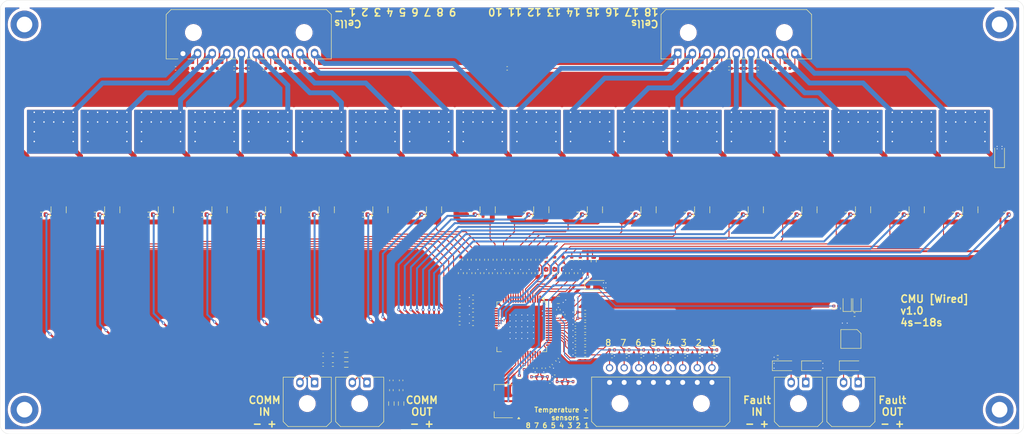
<source format=kicad_pcb>
(kicad_pcb (version 20240108) (generator "pcbnew") (generator_version "8.0")
  (title_block (title "Cell Management Unit") (date "2024-07-20") (rev "v1.0") (comment 1 "Wired") (comment 2 "4 to 18 cells"))
  (layers (0 "F.Cu" signal "layer1.Cu") (1 "In1.Cu" power "layer2.Cu") (2 "In2.Cu" mixed "layer3.Cu") (31 "B.Cu" signal "layer4.Cu") (34 "B.Paste" user) (35 "F.Paste" user) (36 "B.SilkS" user "B.Silkscreen") (37 "F.SilkS" user "F.Silkscreen") (38 "B.Mask" user) (39 "F.Mask" user) (44 "Edge.Cuts" user))
  (net 0 "")
  (net 1 "GND")
  (net 2 "/gpio0")
  (net 3 "/NTC0")
  (net 4 "/alarm_in")
  (net 5 "/NTC1")
  (net 6 "/gpio2")
  (net 7 "/NTC2")
  (net 8 "/gpio3")
  (net 9 "/NTC3")
  (net 10 "/gpio4")
  (net 11 "/NTC4")
  (net 12 "/gpio5")
  (net 13 "/NTC5")
  (net 14 "/gpio6")
  (net 15 "/NTC6")
  (net 16 "/gpio7")
  (net 17 "/NTC7")
  (net 18 "/CELL17")
  (net 19 "/cell18")
  (net 20 "/CELL16")
  (net 21 "/cell17")
  (net 22 "/CELL15")
  (net 23 "/cell16")
  (net 24 "/CELL14")
  (net 25 "/cell15")
  (net 26 "/CELL13")
  (net 27 "/cell14")
  (net 28 "/CELL12")
  (net 29 "/cell13")
  (net 30 "/CELL11")
  (net 31 "/cell12")
  (net 32 "/CELL10")
  (net 33 "/cell11")
  (net 34 "/CELL9")
  (net 35 "/cell10")
  (net 36 "/CELL8")
  (net 37 "/cell9")
  (net 38 "/CELL7")
  (net 39 "/cell8")
  (net 40 "/CELL6")
  (net 41 "/cell7")
  (net 42 "/CELL5")
  (net 43 "/cell6")
  (net 44 "/CELL4")
  (net 45 "/cell5")
  (net 46 "/CELL3")
  (net 47 "/cell4")
  (net 48 "/tpl_in+")
  (net 49 "/TPL_IN+")
  (net 50 "Net-(C48-Pad1)")
  (net 51 "/CELL2")
  (net 52 "/cell3")
  (net 53 "/CELL1")
  (net 54 "/cell2")
  (net 55 "/cell1")
  (net 56 "/cell0")
  (net 57 "/tpl_in-")
  (net 58 "/TPL_IN-")
  (net 59 "Net-(C58-Pad1)")
  (net 60 "Net-(C61-Pad1)")
  (net 61 "/TPL_OUT+")
  (net 62 "/TPL_OUT-")
  (net 63 "Net-(C62-Pad1)")
  (net 64 "Net-(C63-Pad2)")
  (net 65 "Net-(C64-Pad2)")
  (net 66 "Net-(D5-K)")
  (net 67 "VDDA")
  (net 68 "Net-(D6-K)")
  (net 69 "/tpl_out+")
  (net 70 "VBAT_PWR")
  (net 71 "Net-(L1-Pad2)")
  (net 72 "Net-(L2-Pad2)")
  (net 73 "Net-(L3-Pad2)")
  (net 74 "Net-(L4-Pad2)")
  (net 75 "/cb17")
  (net 76 "Net-(Q1-D)")
  (net 77 "Net-(Q2-D)")
  (net 78 "/cb16")
  (net 79 "Net-(Q3-D)")
  (net 80 "/cb15")
  (net 81 "Net-(Q4-D)")
  (net 82 "/cb14")
  (net 83 "Net-(Q5-D)")
  (net 84 "/cb13")
  (net 85 "/cb12")
  (net 86 "Net-(Q6-D)")
  (net 87 "/cb11")
  (net 88 "Net-(Q7-D)")
  (net 89 "Net-(Q8-D)")
  (net 90 "/cb10")
  (net 91 "/cb9")
  (net 92 "Net-(Q9-D)")
  (net 93 "/cb8")
  (net 94 "Net-(Q10-D)")
  (net 95 "/cb7")
  (net 96 "Net-(Q11-D)")
  (net 97 "/cb6")
  (net 98 "Net-(Q12-D)")
  (net 99 "Net-(Q13-D)")
  (net 100 "/cb5")
  (net 101 "Net-(Q14-D)")
  (net 102 "/cb4")
  (net 103 "/cb3")
  (net 104 "Net-(Q15-D)")
  (net 105 "Net-(Q16-D)")
  (net 106 "/cb2")
  (net 107 "Net-(Q17-D)")
  (net 108 "/cb1")
  (net 109 "Net-(Q18-D)")
  (net 110 "/cb0")
  (net 111 "Net-(Q19-E)")
  (net 112 "Net-(Q19-B)")
  (net 113 "V_AUX")
  (net 114 "/cb18")
  (net 115 "/alarm_out")
  (net 116 "Net-(R77-Pad2)")
  (net 117 "VDDC")
  (net 118 "/tpl_out-")
  (net 122 "/Alarm_OUT-")
  (net 123 "/Alarm_OUT+")
  (net 124 "/Alarm_IN+")
  (net 125 "/Alarm_IN-")
  (footprint "Resistor_SMD:R_0603_1608Metric" (layer "F.Cu") (at 257.52 102)
    (property "Reference" "R32" (hide yes))
    (property "Value" "47E 0.25W 0603" (hide yes))
  )
  (footprint "Package_TO_SOT_SMD:SOT-23" (layer "F.Cu") (at 228.52 101 90)
    (property "Reference" "Q3" (hide yes))
    (property "Value" "10V 5A SOT-23" (hide yes))
  )
  (footprint "Package_TO_SOT_SMD:SOT-23" (layer "F.Cu") (at 96.52 101 90)
    (property "Reference" "Q15" (hide yes))
    (property "Value" "10V 5A SOT-23" (hide yes))
  )
  (footprint "Resistor_SMD:R_0603_1608Metric" (layer "F.Cu") (at 93.02 102)
    (property "Reference" "R66" (hide yes))
    (property "Value" "47E 0.25W 0603" (hide yes))
  )
  (footprint "Resistor_SMD:R_0402_1005Metric" (layer "F.Cu") (at 154.77 111.25 -90)
    (property "Reference" "R26" (hide yes))
    (property "Value" "10K 0.0625W 0402" (hide yes))
  )
  (footprint "Connector_Molex:Molex_Micro-Fit_3.0_43650-0200_1x02_P3.00mm_Horizontal" (layer "F.Cu") (at 216.77 136.43 180)
    (property "Reference" "J6" (hide yes))
    (property "Value" "Conn_01x02_Socket" (hide yes))
  )
  (footprint "Capacitor_SMD:C_0402_1005Metric" (layer "F.Cu") (at 192.02 131)
    (property "Reference" "C6" (hide yes))
    (property "Value" "47nF 10V 0402" (hide yes))
  )
  (footprint "Capacitor_SMD:C_0402_1005Metric" (layer "F.Cu") (at 87.52 72 180)
    (property "Reference" "C55" (hide yes))
    (property "Value" "47nF 10V 0402" (hide yes))
  )
  (footprint "Custom_footprints:35503R9JT - TE connectivity" (layer "F.Cu") (at 117.52 90.5 -90)
    (property "Reference" "R61" (hide yes))
    (property "Value" "4E 5W" (hide yes))
  )
  (footprint "Package_TO_SOT_SMD:SOT-23" (layer "F.Cu") (at 107.52 101 90)
    (property "Reference" "Q14" (hide yes))
    (property "Value" "10V 5A SOT-23" (hide yes))
  )
  (footprint "Resistor_SMD:R_0402_1005Metric" (layer "F.Cu") (at 171.52 124.5)
    (property "Reference" "R5" (hide yes))
    (property "Value" "5K 0.0625W 0402" (hide yes))
  )
  (footprint "Package_TO_SOT_SMD:SOT-23" (layer "F.Cu") (at 162.52 101 90)
    (property "Reference" "Q9" (hide yes))
    (property "Value" "10V 5A SOT-23" (hide yes))
  )
  (footprint "Capacitor_SMD:C_0402_1005Metric" (layer "F.Cu") (at 117.77 130.75 180)
    (property "Reference" "C58" (hide yes))
    (property "Value" "10nF 10V 0402" (hide yes))
  )
  (footprint "Resistor_SMD:R_0402_1005Metric" (layer "F.Cu") (at 192.02 129.75 180)
    (property "Reference" "R6" (hide yes))
    (property "Value" "10K 0.0625W 0402" (hide yes))
  )
  (footprint "Custom_footprints:35503R9JT - TE connectivity" (layer "F.Cu") (at 139.52 90.5 -90)
    (property "Reference" "R57" (hide yes))
    (property "Value" "4E 5W" (hide yes))
  )
  (footprint "Resistor_SMD:R_0402_1005Metric" (layer "F.Cu") (at 171.52 127)
    (property "Reference" "R9" (hide yes))
    (property "Value" "5K 0.0625W 0402" (hide yes))
  )
  (footprint "Package_TO_SOT_SMD:SOT-23" (layer "F.Cu") (at 239.52 101 90)
    (property "Reference" "Q2" (hide yes))
    (property "Value" "10V 5A SOT-23" (hide yes))
  )
  (footprint "MountingHole:MountingHole_3.2mm_M3_ISO7380_Pad" (layer "F.Cu") (at 56.52 142)
    (property "Reference" "H1" (hide yes))
    (property "Value" "MountingHole" (hide yes))
  )
  (footprint "Resistor_SMD:R_0402_1005Metric" (layer "F.Cu") (at 165.27 111.25 -90)
    (property "Reference" "R20" (hide yes))
    (property "Value" "10K 0.0625W 0402" (hide yes))
  )
  (footprint "Diode_SMD:D_SOD-323" (layer "F.Cu") (at 225.27 120.25 90)
    (property "Reference" "D6" (hide yes))
    (property "Value" "Vbreakdown = 10V" (hide yes))
  )
  (footprint "Resistor_SMD:R_0603_1608Metric" (layer "F.Cu") (at 60.02 102)
    (property "Reference" "R72" (hide yes))
    (property "Value" "47E 0.25W 0603" (hide yes))
  )
  (footprint "Diode_SMD:D_SOD-123" (layer "F.Cu") (at 256.52 90 90)
    (property "Reference" "D4" (hide yes))
    (property "Value" "TVS, Vstandoff = 80V, Vbreakdown = 90V, SOD-123" (hide yes))
  )
  (footprint "Capacitor_SMD:C_0402_1005Metric" (layer "F.Cu") (at 111.52 72 180)
    (property "Reference" "C37" (hide yes))
    (property "Value" "47nF 10V 0402" (hide yes))
  )
  (footprint "Resistor_SMD:R_0603_1608Metric" (layer "F.Cu") (at 126.02 102)
    (property "Reference" "R60" (hide yes))
    (property "Value" "47E 0.25W 0603" (hide yes))
  )
  (footprint "Capacitor_SMD:C_0402_1005Metric" (layer "F.Cu") (at 192.02 72 180)
    (property "Reference" "C31" (hide yes))
    (property "Value" "47nF 10V 0402" (hide yes))
  )
  (footprint "Custom_footprints:35503R9JT - TE connectivity" (layer "F.Cu") (at 128.52 90.5 -90)
    (property "Reference" "R59" (hide yes))
    (property "Value" "4E 5W" (hide yes))
  )
  (footprint "Custom_footprints:35503R9JT - TE connectivity" (layer "F.Cu") (at 172.52 90.5 -90)
    (property "Reference" "R51" (hide yes))
    (property "Value" "4E 5W" (hide yes))
  )
  (footprint "Capacitor_SMD:C_0603_1608Metric" (layer "F.Cu") (at 163.52 114 90)
    (property "Reference" "C26" (hide yes))
    (property "Value" "47nF 100V 0603" (hide yes))
  )
  (footprint "Resistor_SMD:R_0603_1608Metric" (layer "F.Cu") (at 148.02 102)
    (property "Reference" "R56" (hide yes))
    (property "Value" "47E 0.25W 0603" (hide yes))
  )
  (footprint "Capacitor_SMD:C_0603_1608Metric" (layer "F.Cu") (at 167.02 114 90)
    (property "Reference" "C22" (hide yes))
    (property "Value" "47nF 100V 0603" (hide yes))
  )
  (footprint "Capacitor_SMD:C_0402_1005Metric" (layer "F.Cu") (at 161.27 133.5 -90)
    (property "Reference" "C57" (hide yes))
    (property "Value" "220pF 10V 0402" (hide yes))
  )
  (footprint "Resistor_SMD:R_0603_1608Metric" (layer "F.Cu") (at 82.02 102)
    (property "Reference" "R68" (hide yes))
    (property "Value" "47E 0.25W 0603" (hide yes))
  )
  (footprint "Resistor_SMD:R_0402_1005Metric" (layer "F.Cu") (at 161.02 135.25)
    (property "Reference" "R82" (hide yes))
    (property "Value" "180E 0.0625W 0402" (hide yes))
  )
  (footprint "Custom_footprints:35503R9JT - TE connectivity" (layer "F.Cu") (at 194.52 90.5 -90)
    (property "Reference" "R47" (hide yes))
    (property "Value" "4E 5W" (hide yes))
  )
  (footprint "Capacitor_SMD:C_0402_1005Metric" (layer "F.Cu") (at 180.02 131)
    (property "Reference" "C14" (hide yes))
    (property "Value" "47nF 10V 0402" (hide yes))
  )
  (footprint "Resistor_SMD:R_0402_1005Metric" (layer "F.Cu") (at 183.02 129.75 180)
    (property "Reference" "R12" (hide yes))
    (property "Value" "10K 0.0625W 0402" (hide yes))
  )
  (footprint "Resistor_SMD:R_0603_1608Metric" (layer "F.Cu") (at 173.27 111.5 90)
    (property "Reference" "R85" (hide yes))
    (property "Value" "10E 0.100W 0603" (hide yes))
  )
  (footprint "Capacitor_SMD:C_0402_1005Metric" (layer "F.Cu") (at 163.02 133.5 -90)
    (property "Reference" "C47" (hide yes))
    (property "Value" "220pF 10V 0402" (hide yes))
  )
  (footprint "Diode_SMD:D_SOD-123" (layer "F.Cu") (at 173.77 116.5)
    (property "Reference" "D5" (hide yes))
    (property "Value" "TVS, Vbreakdown = 84V, SOD-123" (hide yes))
  )
  (footprint "Custom_footprints:35503R9JT - TE connectivity" (layer "F.Cu") (at 73.52 90.5 -90)
    (property "Reference" "R69" (hide yes))
    (property "Value" "4E 5W" (hide yes))
  )
  (footprint "Capacitor_SMD:C_0402_1005Metric" (layer "F.Cu") (at 204.02 72 180)
    (property "Reference" "C23" (hide yes))
    (property "Value" "47nF 10V 0402" (hide yes))
  )
  (footprint "Capacitor_SMD:C_0603_1608Metric" (layer "F.Cu") (at 160.02 114 90)
    (property "Reference" "C30" (hide yes))
    (property "Value" "47nF 100V 0603" (hide yes))
  )
  (footprint "MountingHole:MountingHole_3.2mm_M3_ISO7380_Pad" (layer "F.Cu") (at 256.52 63)
    (property "Reference" "H3" (hide yes))
    (property "Value" "MountingHole" (hide yes))
  )
  (footprint "Package_TO_SOT_SMD:SOT-23" (layer "F.Cu") (at 217.52 101 90)
    (property "Reference" "Q4" (hide yes))
    (property "Value" "10V 5A SOT-23" (hide yes))
  )
  (footprint "MountingHole:MountingHole_3.2mm_M3_ISO7380_Pad" (layer "F.Cu") (at 56.52 63)
    (property "Reference" "H2" (hide yes))
    (property "Value" "MountingHole" (hide yes))
  )
  (footprint "Resistor_SMD:R_0402_1005Metric" (layer "F.Cu") (at 211.02 131.25 180)
    (property "Reference" "R79" (hide yes))
    (property "Value" "5K 0.0625W 0402" (hide yes))
  )
  (footprint "Resistor_SMD:R_0402_1005Metric" (layer "F.Cu") (at 177.02 129.75 180)
    (property "Reference" "R16" (hide yes))
    (property "Value" "10K 0.0625W 0402" (hide yes))
  )
  (footprint "Capacitor_SMD:C_0603_1608Metric" (layer "F.Cu") (at 148.52 119 180)
    (property "Reference" "C50" (hide yes))
    (property "Value" "47nF 100V 0603" (hide yes))
  )
  (footprint "Capacitor_SMD:C_0402_1005Metric" (layer "F.Cu") (at 169.52 123.25 180)
    (property "Reference" "C3" (hide yes))
    (property "Value" "47nF 10V 0402" (hide yes))
  )
  (footprint "Custom_footprints:35503R9JT - TE connectivity" (layer "F.Cu") (at 150.52 90.5 -90)
    (property "Reference" "R55" (hide yes))
    (property "Value" "4E 5W" (hide yes))
  )
  (footprint "Custom_footprints:35503R9JT - TE connectivity" (layer "F.Cu") (at 205.52 90.5 -90)
    (property "Reference" "R45" (hide yes))
    (property "Value" "4E 5W" (hide yes))
  )
  (footprint "Custom_footprints:35503R9JT - TE connectivity" (layer "F.Cu") (at 161.52 90.5 -90)
    (property "Reference" "R53" (hide yes))
    (property "Value" "4E 5W" (hide yes))
  )
  (footprint "Capacitor_SMD:C_0402_1005Metric" (layer "F.Cu") (at 201.02 72 180)
    (property "Reference" "C25" (hide yes))
    (property "Value" "47nF 10V 0402" (hide yes))
  )
  (footprint "Capacitor_SMD:C_0402_1005Metric" (layer "F.Cu") (at 117.77 132.75 180)
    (property "Reference" "C48" (hide yes))
    (property "Value" "10nF 10V 0402" (hide yes))
  )
  (footprint "Inductor_SMD:L_0805_2012Metric" (layer "F.Cu") (at 133.77 140.75 90)
    (property "Reference" "L4" (hide yes))
    (property "Value" "470E" (hide yes))
  )
  (footprint "Capacitor_SMD:C_0402_1005Metric" (layer "F.Cu") (at 195.02 131)
    (property "Reference" "C4" (hide yes))
    (property "Value" "47nF 10V 0402" (hide yes))
  )
  (footprint "Capacitor_SMD:C_0402_1005Metric" (layer "F.Cu") (at 164.52 133 -45)
    (property "Reference" "C60" (hide yes))
    (property "Value" "220pF 10V 0402" (hide yes))
  )
  (footprint "Connector_Molex:Molex_Micro-Fit_3.0_43650-1000_1x10_P3.00mm_Horizontal" (layer "F.Cu") (at 89.02 68.97)
    (property "Reference" "J2" (hide yes))
    (property "Value" "Conn_01x10_Socket" (hide yes))
  )
  (footprint "Capacitor_SMD:C_0603_1608Metric" (layer "F.Cu") (at 153.02 114 90)
    (property "Reference" "C38" (hide yes))
    (property "Value" "47nF 100V 0603" (hide yes))
  )
  (footprint "Resistor_SMD:R_0402_1005Metric" (layer "F.Cu") (at 119.77 130.75 180)
    (property "Reference" "R74" (hide yes))
    (property "Value" "10E 0.0625W 0402" (hide yes))
  )
  (footprint "Capacitor_SMD:C_0402_1005Metric" (layer "F.Cu") (at 169.52 125.75 180)
    (property "Reference" "C7" (hide yes))
    (property "Value" "47nF 10V 0402" (hide yes))
  )
  (footprint "Package_TO_SOT_SMD:SOT-23" (layer "F.Cu") (at 129.52 101 90)
    (property "Reference" "Q12" (hide yes))
    (property "Value" "10V 5A SOT-23" (hide yes))
  )
  (footprint "Resistor_SMD:R_0402_1005Metric" (layer "F.Cu") (at 223.52 121.25 90)
    (property "Reference" "R80" (hide yes))
    (property "Value" "5K 0.0625W 0402" (hide yes))
  )
  (footprint "Capacitor_SMD:C_0603_1608Metric" (layer "F.Cu") (at 148.52 122.5 180)
    (property "Reference" "C54" (hide yes))
    (property "Value" "47nF 100V 0603" (hide yes))
  )
  (footprint "Custom_footprints:35503R9JT - TE connectivity" (layer "F.Cu") (at 62.52 90.5 -90)
    (property "Reference" "R71" (hide yes))
    (property "Value" "4E 5W" (hide yes))
  )
  (footprint "Capacitor_SMD:C_0603_1608Metric" (layer "F.Cu") (at 156.52 114 90)
    (property "Reference" "C34" (hide yes))
    (property "Value" "47nF 100V 0603" (hide yes))
  )
  (footprint "Capacitor_SMD:C_0402_1005Metric" (layer "F.Cu") (at 177.02 131)
    (property "Reference" "C16" (hide yes))
    (property "Value" "47nF 10V 0402" (hide yes))
  )
  (footprint "Capacitor_SMD:C_0402_1005Metric" (layer "F.Cu") (at 198.02 72 180)
    (property "Reference" "C27" (hide yes))
    (property "Value" "47nF 10V 0402" (hide yes))
  )
  (footprint "Diode_SMD:D_SOD-123" (layer "F.Cu") (at 226.02 133)
    (property "Reference" "D1" (hide yes))
    (property "Value" "5V TVS" (hide yes))
  )
  (footprint "Capacitor_SMD:C_0603_1608Metric" (layer "F.Cu") (at 148.52 120.75 180)
    (property "Reference" "C52" (hide yes))
    (property "Value" "47nF 100V 0603" (hide yes))
  )
  (footprint "Package_TO_SOT_SMD:SOT-23" (layer "F.Cu") (at 184.52 101 90)
    (property "Reference" "Q7" (hide yes))
    (property "Value" "10V 5A SOT-23" (hide yes))
  )
  (footprint "Resistor_SMD:R_0402_1005Metric" (layer "F.Cu") (at 163.52 111.25 -90)
    (property "Reference" "R21" (hide yes))
    (property "Value" "10K 0.0625W 0402" (hide yes))
  )
  (footprint "Resistor_SMD:R_0402_1005Metric" (layer "F.Cu") (at 167.02 111.25 -90)
    (property "Reference" "R19" (hide yes))
    (property "Value" "10K 0.0625W 0402" (hide yes))
  )
  (footprint "Resistor_SMD:R_0402_1005Metric" (layer "F.Cu") (at 171.52 123.25)
    (property "Reference" "R3" (hide yes))
    (property "Value" "5K 0.0625W 0402" (hide yes))
  )
  (footprint "Resistor_SMD:R_0402_1005Metric" (layer "F.Cu") (at 168.77 111.25 -90)
    (property "Reference" "R18" (hide yes))
    (property "Value" "10K 0.0625W 0402" (hide yes))
  )
  (footprint "Capacitor_SMD:C_0402_1005Metric" (layer "F.Cu") (at 166.02 121.5 90)
    (property "Reference" "C67" (hide yes))
    (property "Value" "100nF 25V 0402" (hide yes))
  )
  (footprint "Resistor_SMD:R_0402_1005Metric" (layer "F.Cu") (at 145.77 120.75)
    (property "Reference" "R34" (hide yes))
    (property "Value" "10K 0.0625W 0402" (hide yes))
  )
  (footprint "Inductor_SMD:L_0805_2012Metric" (layer "F.Cu") (at 122.52 130.75 180)
    (property "Reference" "L2" (hide yes))
    (property "Value" "470E" (hide yes))
  )
  (footprint "Connector_Molex:Molex_Micro-Fit_3.0_43650-0900_1x09_P3.00mm_Horizontal" (layer "F.Cu") (at 190.52 68.97)
    (property "Reference" "J1" (hide yes))
    (property "Value" "Conn_01x09_Socket" (hide yes))
  )
  (footprint "Resistor_SMD:R_0402_1005Metric" (layer "F.Cu") (at 156.52 111.25 -90)
    (property "Reference" "R25" (hide yes))
    (property "Value" "10K 0.0625W 0402" (hide yes))
  )
  (footprint "Resistor_SMD:R_0402_1005Metric" (layer "F.Cu") (at 160.02 111.25 -90)
    (property "Reference" "R23" (hide yes))
    (property "Value" "10K 0.0625W 0402" (hide yes))
  )
  (footprint "Resistor_SMD:R_0402_1005Metric" (layer "F.Cu") (at 158.27 111.25 -90)
    (property "Reference" "R24" (hide yes))
    (property "Value" "10K 0.0625W 0402" (hide yes))
  )
  (footprint "Capacitor_SMD:C_0402_1005Metric" (layer "F.Cu") (at 169.52 130.75 180)
    (property "Reference" "C15" (hide yes))
    (property "Value" "47nF 10V 0402" (hide yes))
  )
  (footprint "Package_TO_SOT_SMD:SOT-223-3_TabPin2" (layer "F.Cu") (at 154.77 140.25 180)
    (property "Reference" "Q19" (hide yes))
    (property "Value" "NPN, 150V 2A" (hide yes))
  )
  (footprint "Resistor_SMD:R_0603_1608Metric" (layer "F.Cu") (at 214.02 102)
    (property "Reference" "R44" (hide yes))
    (property "Value" "47E 0.25W 0603" (hide yes))
  )
  (footprint "Capacitor_SMD:C_0603_1608Metric" (layer "F.Cu") (at 168.77 114 90)
    (property "Reference" "C20" (hide yes))
    (property "Value" "47nF 100V 0603" (hide yes))
  )
  (footprint "Capacitor_SMD:C_0402_1005Metric" (layer "F.Cu") (at 165.77 131.75 -45)
    (property "Reference" "C59" (hide yes))
    (property "Value" "220pF 10V 0402" (hide yes))
  )
  (footprint "Capacitor_SMD:C_0402_1005Metric" (layer "F.Cu") (at 164.27 136.25 180)
    (property "Reference" "C63" (hide yes))
    (property "Value" "10nF 10V 0402" (hide yes))
  )
  (footprint "Capacitor_SMD:C_0402_1005Metric" (layer "F.Cu") (at 167.02 122.5 90)
    (property "Reference" "C68" (hide yes))
    (property "Value" "100nF 25V 0402" (hide yes))
  )
  (footprint "Resistor_SMD:R_0402_1005Metric" (layer "F.Cu") (at 195.02 129.75 180)
    (property "Reference" "R4" (hide yes))
    (property "Value" "10K 0.0625W 0402" (hide yes))
  )
  (footprint "Resistor_SMD:R_0603_1608Metric" (layer "F.Cu") (at 181.02 102)
    (property "Reference" "R50" (hide yes))
    (property "Value" "47E 0.25W 0603" (hide yes))
  )
  (footprint "Custom_footprints:35503R9JT - TE connectivity" (layer "F.Cu") (at 238.52 90.5 -90)
    (property "Reference" "R39" (hide yes))
    (property "Value" "4E 5W" (hide yes))
  )
  (footprint "Resistor_SMD:R_0402_1005Metric" (layer "F.Cu") (at 189.02 129.75 180)
    (property "Reference" "R8" (hide yes))
    (property "Value" "10K 0.0625W 0402" (hide yes))
  )
  (footprint "Resistor_SMD:R_0402_1005Metric" (layer "F.Cu") (at 145.77 119)
    (property "Reference" "R33" (hide yes))
    (property "Value" "10K 0.0625W 0402" (hide yes))
  )
  (footprint "Resistor_SMD:R_0402_1005Metric" (layer "F.Cu") (at 171.52 129.5)
    (property "Reference" "R13" (hide yes))
    (property "Value" "5K 0.0625W 0402" (hide yes))
  )
  (footprint "Resistor_SMD:R_0402_1005Metric" (layer "F.Cu") (at 222.52 121.25 -90)
    (property "Reference" "R78" (hide yes))
    (property "Value" "5K 0.0625W 0402" (hide yes))
  )
  (footprint "Resistor_SMD:R_0402_1005Metric" (layer "F.Cu") (at 198.02 129.75 180)
    (property "Reference" "R2" (hide yes))
    (property "Value" "10K 0.0625W 0402" (hide yes))
  )
  (footprint "Resistor_SMD:R_0402_1005Metric" (layer "F.Cu") (at 168.52 136.25)
    (property "Reference" "R83" (hide yes))
    (property "Value" "180E 0.0625W 0402" (hide yes))
  )
  (footprint "Resistor_SMD:R_0402_1005Metric" (layer "F.Cu") (at 153.02 111.25 -90)
    (property "Reference" "R27" (hide yes))
    (property "Value" "10K 0.0625W 0402" (hide yes))
  )
  (footprint "Capacitor_SMD:C_0402_1005Metric" (layer "F.Cu") (at 155.52 72 180)
    (property "Reference" "C33" (hide yes))
    (property "Value" "47nF 10V 0402" (hide yes))
  )
  (footprint "Resistor_SMD:R_0603_1608Metric" (layer "F.Cu") (at 247.02 102)
    (property "Reference" "R37" (hide yes))
    (property "Value" "47E 0.25W 0603" (hide yes))
  )
  (footprint "Resistor_SMD:R_0402_1005Metric" (layer "F.Cu") (at 145.77 124.25)
    (property "Reference" "R36" (hide yes))
    (property "Value" "10K 0.0625W 0402" (hide yes))
  )
  (footprint "Capacitor_SMD:C_0402_1005Metric" (layer "F.Cu") (at 159.02 133.25 -90)
    (property "Reference" "C66" (hide yes))
    (property "Value" "470nF 25V 0402" (hide yes))
  )
  (footprint "Capacitor_SMD:C_0603_1608Metric" (layer "F.Cu") (at 146.02 114 90)
    (property "Reference" "C46" (hide yes))
    (property "Value" "47nF 100V 0603" (hide yes))
  )
  (footprint "Custom_footprints:35503R9JT - TE connectivity" (layer "F.Cu") (at 95.52 90.5 -90)
    (property "Reference" "R65" (hide yes))
    (property "Value" "4E 5W" (hide yes))
  )
  (footprint "Resistor_SMD:R_0402_1005Metric" (layer "F.Cu") (at 161.77 111.25 -90)
    (property "Reference" "R22" (hide yes))
    (property "Value" "10K 0.0625W 0402" (hide yes))
  )
  (footprint "Custom_footprints:35503R9JT - TE connectivity" (layer "F.Cu") (at 227.52 90.5 -90)
    (property "Reference" "R41" (hide yes))
    (property "Value" "4E 5W" (hide yes))
  )
  (footprint "Package_TO_SOT_SMD:SOT-23" (layer "F.Cu") (at 85.52 101 90)
    (property "Reference" "Q16" (hide yes))
    (property "Value" "10V 5A SOT-23" (hide yes))
  )
  (footprint "Custom_footprints:35503R9JT - TE connectivity" (layer "F.Cu") (at 183.52 90.5 -90)
    (property "Reference" "R49" (hide yes))
    (property "Value" "4E 5W" (hide yes))
  )
  (footprint "Resistor_SMD:R_0603_1608Metric" (layer "F.Cu") (at 225.02 102)
    (property "Reference" "R42" (hide yes))
    (property "Value" "47E 0.25W 0603" (hide yes))
  )
  (footprint "Connector_Molex:Molex_Micro-Fit_3.0_43650-0200_1x02_P3.00mm_Horizontal" (layer "F.Cu") (at 227.52 136.43 180)
    (property "Reference" "J7" (hide yes))
    (property "Value" "Conn_01x02_Socket" (hide yes))
  )
  (footprint "Capacitor_SMD:C_0402_1005Metric" (layer "F.Cu") (at 165.27 135.25)
    (property "Reference" "C64" (hide yes))
    (property "Value" "10nF 10V 0402" (hide yes))
  )
  (footprint "Capacitor_SMD:C_0603_1608Metric" (layer "F.Cu") (at 165.28 114 90)
    (property "Reference" "C24" (hide yes))
    (property "Value" "47nF 100V 0603" (hide yes))
  )
  (footprint "Capacitor_SMD:C_0402_1005Metric" (layer "F.Cu") (at 133.77 136 90)
    (property "Reference" "C62" (hide yes))
    (property "Value" "10nF 10V 0402" (hide yes))
  )
  (footprint "Resistor_SMD:R_0603_1608Metric" (layer "F.Cu") (at 104.02 102)
    (property "Reference" "R64" (hide yes))
    (property "Value" "47E 0.25W 0603" (hide yes))
  )
  (footprint "Capacitor_SMD:C_0402_1005Metric" (layer "F.Cu") (at 213.02 72 180)
    (property "Reference" "C17" (hide yes))
    (property "Value" "47nF 10V 0402" (hide yes))
  )
  (footprint "Package_TO_SOT_SMD:SOT-23" (layer "F.Cu") (at 63.52 101 90)
    (property "Reference" "Q18" (hide yes))
    (property "Value" "10V 5A SOT-23" (hide yes))
  )
  (footprint "Capacitor_SMD:C_0603_1608Metric" (layer "F.Cu") (at 147.77 114 90)
    (property "Reference" "C44" (hide yes))
    (property "Value" "47nF 100V 0603" (hide yes))
  )
  (footprint "Connector_Molex:Molex_Micro-Fit_3.0_43650-0200_1x02_P3.00mm_Horizontal" (layer "F.Cu") (at 116.02 136.43 180)
    (property "Reference" "J4" (hide yes))
    (property "Value" "Conn_01x02_Socket" (hide yes))
  )
  (footprint "Resistor_SMD:R_0603_1608Metric" (layer "F.Cu") (at 71.02 102)
    (property "Reference" "R70" (hide yes))
    (property "Value" "47E 0.25W 0603" (hide yes))
  )
  (footprint "Connector_Molex:Molex_Micro-Fit_3.0_43045-1600_2x08_P3.00mm_Horizontal" (layer "F.Cu") (at 197.52 136.415 180)
    (property "Reference" "J3" (hide yes))
    (property "Value" "Conn_02x08_Counter_Clockwise" (hide yes))
  )
  (footprint "Capacitor_SMD:C_0402_1005Metric" (layer "F.Cu") (at 169.52 124.5 180)
    (property "Reference" "C5" (hide yes))
    (property "Value" "47nF 10V 0402" (hide yes))
  )
  (footprint "Resistor_SMD:R_0402_1005Metric" (layer "F.Cu") (at 163.27 135.25)
    (property "Reference" "R81" (hide yes))
    (property "Value" "180E 0.0625W 0402" (hide yes))
  )
  (footprint "Package_TO_SOT_SMD:SOT-23" (layer "F.Cu") (at 151.52 101 90)
    (property "Reference" "Q10" (hide yes))
    (property "Value" "10V 5A SOT-23" (hide yes))
  )
  (footprint "Capacitor_SMD:C_0402_1005Metric" (layer "F.Cu") (at 169.52 129.5 180)
    (property "Reference" "C13" (hide yes))
    (property "Value" "47nF 10V 0402" (hide yes))
  )
  (footprint "Package_TO_SOT_SMD:SOT-23" (layer "F.Cu") (at 206.52 101 90)
    (property "Reference" "Q5" (hide yes))
    (property "Value" "10V 5A SOT-23" (hide yes))
  )
  (footprint "Connector_Molex:Molex_Micro-Fit_3.0_43650-0200_1x02_P3.00mm_Horizontal" (layer "F.Cu") (at 126.77 136.43 180)
    (property "Reference" "J5" (hide yes))
    (property "Value" "Conn_01x02_Socket" (hide yes))
  )
  (footprint "Resistor_SMD:R_0603_1608Metric" (layer "F.Cu") (at 170.02 102)
    (property "Reference" "R52" (hide yes))
    (property "Value" "47E 0.25W 0603" (hide yes))
  )
  (footprint "Capacitor_SMD:C_0402_1005Metric" (layer "F.Cu") (at 114.54 72 180)
    (property "Reference" "C35" (hide yes))
    (property "Value" "47nF 10V 0402" (hide yes))
  )
  (footprint "Capacitor_SMD:C_0603_1608Metric" (layer "F.Cu") (at 161.77 114 90)
    (property "Reference" "C28" (hide yes))
    (property "Value" "47nF 100V 0603" (hide yes))
  )
  (footprint "Custom_footprints:35503R9JT - TE connectivity" (layer "F.Cu") (at 84.52 90.5 -90)
    (property "Reference" "R67" (hide yes))
    (property "Value" "4E 5W" (hide yes))
  )
  (footprint "Resistor_SMD:R_0402_1005Metric" (layer "F.Cu") (at 171.52 125.75)
    (property "Reference" "R7" (hide yes))
    (property "Value" "5K 0.0625W 0402" (hide yes))
  )
  (footprint "Capacitor_SMD:C_0402_1005Metric" (layer "F.Cu") (at 169.52 127 180)
    (property "Reference" "C9" (hide yes))
    (property "Value" "47nF 10V 0402" (hide yes))
  )
  (footprint "Capacitor_SMD:C_0402_1005Metric" (layer "F.Cu") (at 96.52 72 180)
    (property "Reference" "C49" (hide yes))
    (property "Value" "47nF 10V 0402" (hide yes))
  )
  (footprint "Package_TO_SOT_SMD:SOT-23" (layer "F.Cu") (at 250.52 101 90)
    (property "Reference" "Q1" (hide yes))
    (property "Value" "10V 5A SOT-23" (hide yes))
  )
  (footprint "Custom_footprints:35503R9JT - TE connectivity" (layer "F.Cu") (at 216.52 90.5 -90)
    (property "Reference" "R43" (hide yes))
    (property "Value" "4E 5W" (hide yes))
  )
  (footprint "Diode_SMD:D_SOD-123" (layer "F.Cu") (at 212.27 133)
    (property "Reference" "D3" (hide yes))
    (property "Value" "5V TVS" (hide yes))
  )
  (footprint "Resistor_SMD:R_0402_1005Metric" (layer "F.Cu") (at 151.27 111.25 -90)
    (property "Reference" "R28" (hide yes))
    (property "Value" "10K 0.0625W 0402" (hide yes))
  )
  (footprint "Capacitor_SMD:C_0603_1608Metric" (layer "F.Cu") (at 170.52 114 90)
    (property "Reference" "C18" (hide yes))
    (property "Value" "47nF 100V 0603" (hide yes))
  )
  (footprint "Diode_SMD:D_SOD-323" (layer "F.Cu") (at 227.27 120.25 90)
    (property "Reference" "D7" (hide yes))
    (property "Value" "Vbreakdown = 10V" (hide yes))
  )
  (footprint "Resistor_SMD:R_0402_1005Metric" (layer "F.Cu") (at 133.77 138 90)
    (property "Reference" "R76" (hide yes))
    (property "Value" "10E 0.0625W 0402" (hide yes))
  )
  (footprint "Package_TO_SOT_SMD:SOT-23" (layer "F.Cu") (at 74.52 101 90)
    (property "Reference" "Q17" (hide yes))
    (property "Value" "10V 5A SOT-23" (hide yes))
  )
  (footprint "Resistor_SMD:R_0402_1005Metric" (layer "F.Cu") (at 147.77 111.25 -90)
    (property "Reference" "R30" (hide yes))
    (property "Value" "10K 0.0625W 0402" (hide yes))
  )
  (footprint "Diode_SMD:D_SOD-123" (layer "F.Cu") (at 218.27 133)
    (property "Reference" "D2" (hide yes))
    (property "Value" "5V TVS" (hide yes))
  )
  (footprint "Capacitor_SMD:C_0402_1005Metric" (layer "F.Cu") (at 198.02 131)
    (property "Reference" "C2" (hide yes))
    (property "Value" "47nF 10V 0402" (hide yes))
  )
  (footprint "Resistor_SMD:R_0402_1005Metric" (layer "F.Cu") (at 146.02 111.25 -90)
    (property "Reference" "R31" (hide yes))
    (property "Value" "10K 0.0625W 0402" (hide yes))
  )
  (footprint "Capacitor_SMD:C_0402_1005Metric" (layer "F.Cu") (at 210.02 72 180)
    (property "Reference" "C19" (hide yes))
    (property "Value" "47nF 10V 0402" (hide yes))
  )
  (footprint "Inductor_SMD:L_0805_2012Metric" (layer "F.Cu") (at 131.77 140.75 90)
    (property "Reference" "L3" (hide yes))
    (property "Value" "470E" (hide yes))
  )
  (footprint "Capacitor_SMD:C_0603_1608Metric" (layer "F.Cu") (at 149.52 114 90)
    (property "Reference" "C42" (hide yes))
    (property "Value" "47nF 100V 0603" (hide yes))
  )
  (footprint "Resistor_SMD:R_0402_1005Metric" (layer "F.Cu") (at 149.52 111.25 -90)
    (property "Reference" "R29" (hide yes))
    (property "Value" "10K 0.0625W 0402" (hide yes))
  )
  (footprint "Resistor_SMD:R_0603_1608Metric" (layer "F.Cu") (at 159.02 102)
    (property "Reference" "R54" (hide yes))
    (property "Value" "47E 0.25W 0603" (hide yes))
  )
  (footprint "Resistor_SMD:R_0402_1005Metric" (layer "F.Cu") (at 131.77 138 90)
    (property "Reference" "R75" (hide yes))
    (property "Value" "10E 0.0625W 0402" (hide yes))
  )
  (footprint "Package_TO_SOT_SMD:SOT-23" (layer "F.Cu") (at 173.52 101 90)
    (property "Reference" "Q8" (hide yes))
    (property "Value" "10V 5A SOT-23" (hide yes))
  )
  (footprint "Capacitor_SMD:C_0805_2012Metric" (layer "F.Cu") (at 166.02 119.5)
    (property "Reference" "C65" (hide yes))
    (property "Value" "100nF 100V 0805" (hide yes))
  )
  (footprint "Capacitor_SMD:C_0402_1005Metric" (layer "F.Cu") (at 207.02 72 180)
    (property "Reference" "C21" (hide yes))
    (property "Value" "47nF 10V 0402" (hide yes))
  )
  (footprint "Capacitor_SMD:C_0402_1005Metric" (layer "F.Cu") (at 105.52 72 180)
    (property "Reference" "C41" (hide yes))
    (property "Value" "47nF 10V 0402" (hide yes))
  )
  (footprint "Resistor_SMD:R_0402_1005Metric" (layer "F.Cu") (at 171.52 122)
    (property "Reference" "R1" (hide yes))
    (property "Value" "5K 0.0625W 0402" (hide yes))
  )
  (footprint "Capacitor_SMD:C_0402_1005Metric" (layer "F.Cu") (at 195.02 72 180)
    (property "Reference" "C29" (hide yes))
    (property "Value" "47nF 10V 0402" (hide yes))
  )
  (footprint "Resistor_SMD:R_0603_1608Metric" (layer "F.Cu") (at 192.02 102)
    (property "Reference" "R48" (hide yes))
    (property "Value" "47E 0.25W 0603" (hide yes))
  )
  (footprint "MountingHole:MountingHole_3.2mm_M3_ISO7380_Pad" (layer "F.Cu") (at 256.52 142)
    (property "Reference" "H4" (hide yes))
    (property "Value" "MountingHole" (hide yes))
  )
  (footprint "Resistor_SMD:R_0603_1608Metric" (layer "F.Cu") (at 115.02 102)
    (property "Reference" "R62" (hide yes))
    (property "Value" "47E 0.25W 0603" (hide yes))
  )
  (footprint "Capacitor_SMD:C_0402_1005Metric" (layer "F.Cu") (at 169.52 122 180)
    (property "Reference" "C1" (hide yes))
    (property "Value" "47nF 10V 0402" (hide yes))
  )
  (footprint "Resistor_SMD:R_0402_1005Metric" (layer "F.Cu") (at 158.02 135.5 90)
    (property "Reference" "R86" (hide yes))
    (property "Value" "180E 0.0625W 0402" (hide yes))
  )
  (footprint "Package_QFP:LQFP-64-1EP_10x10mm_P0.5mm_EP6.5x6.5mm_ThermalVias" (layer "F.Cu") (at 158.52 125 -90)
    (property "Reference" "U1" (hide yes))
    (property "Value" "18 cells" (hide yes))
  )
  (footprint "Resistor_SMD:R_0402_1005Metric" (layer "F.Cu") (at 145.77 122.5)
    (property "Reference" "R35" (hide yes))
    (property "Value" "10K 0.0625W 0402" (hide yes))
  )
  (footprint "Capacitor_SMD:C_0402_1005Metric" (layer "F.Cu") (at 131.77 136 90)
    (property "Reference" "C61" (hide yes))
    (property "Value" "10nF 10V 0402" (hide yes))
  )
  (footprint "Resistor_SMD:R_0402_1005Metric" (layer "F.Cu") (at 226.77 122.5)
    (property "Reference" "R77" (hide yes))
    (property "Value" "2.7K 0.0625W 0402" (hide yes))
  )
  (footprint "Resistor_SMD:R_0603_1608Metric" (layer "F.Cu") (at 203.02 102)
    (property "Reference" "R46" (hide yes))
    (property "Value" "47E 0.25W 0603" (hide yes))
  )
  (footprint "Capacitor_SMD:C_0402_1005Metric" (layer "F.Cu") (at 93.52 72 180)
    (property "Reference" "C51" (hide yes))
    (property "Value" "47nF 10V 0402" (hide yes))
  )
  (footprint "Resistor_SMD:R_0402_1005Metric" (layer "F.Cu") (at 166.27 136.25)
    (property "Reference" "R84" (hide yes))
    (property "Value" "180E 0.0625W 0402" (hide yes))
  )
  (footprint "Capacitor_SMD:C_0402_1005Metric" (layer "F.Cu") (at 99.52 72 180)
    (property "Reference" "C45" (hide yes))
    (property "Value" "47nF 10V 0402" (hide yes))
  )
  (footprint "Resistor_SMD:R_0402_1005Metric" (layer "F.Cu") (at 180.02 129.75 180)
    (property "Reference" "R14" (hide yes))
    (property "Value" "10K 0.0625W 0402" (hide yes))
  )
  (footprint "Custom_footprints:35503R9JT - TE connectivity" (layer "F.Cu") (at 249.52 90.5 -90)
    (property "Reference" "R38" (hide yes))
    (property "Value" "4E 5W" (hide yes))
  )
  (footprint "Capacitor_SMD:C_0402_1005Metric" (layer "F.Cu") (at 186.02 131)
    (property "Reference" "C10" (hide yes))
    (property "Value" "47nF 10V 0402" (hide yes))
  )
  (footprint "Package_TO_SOT_SMD:SOT-23" (layer "F.Cu") (at 195.52 101 90)
    (property "Reference" "Q6" (hide yes))
    (property "Value" "10V 5A SOT-23" (hide yes))
  )
  (footprint "Resistor_SMD:R_0402_1005Metric" (layer "F.Cu") (at 171.52 130.75)
    (property "Reference" "R15" (hide yes))
    (property "Value" "5K 0.0625W 0402" (hide yes))
  )
  (footprint "Resistor_SMD:R_0402_1005Metric" (layer "F.Cu") (at 119.77 132.75 180)
    (property "Reference" "R73" (hide yes))
    (property "Value" "10E 0.0625W 0402" (hide yes))
  )
  (footprint "Resistor_SMD:R_0603_1608Metric" (layer "F.Cu") (at 137.02 102)
    (property "Reference" "R58" (hide yes))
    (property "Value" "47E 0.25W 0603" (hide yes))
  )
  (footprint "Capacitor_SMD:C_0603_1608Metric" (layer "F.Cu") (at 151.27 114 90)
    (property "Reference" "C40" (hide yes))
    (property "Value" "47nF 100V 0603" (hide yes))
  )
  (footprint "Capacitor_SMD:C_0402_1005Metric" (layer "F.Cu") (at 169.52 128.25 180)
    (property "Reference" "C11" (hide yes))
    (property "Value" "47nF 10V 0402" (hide yes))
  )
  (footprint "Capacitor_SMD:C_0402_1005Metric" (layer "F.Cu") (at 108.52 72 180)
    (property "Reference" "C39" (hide yes))
    (property "Value" "47nF 10V 0402" (hide yes))
  )
  (footprint "Package_TO_SOT_SMD:SOT-23" (layer "F.Cu") (at 140.52 101 90)
    (property "Reference" "Q11" (hide yes))
    (property "Value" "10V 5A SOT-23" (hide yes))
  )
  (footprint "Capacitor_SMD:C_0402_1005Metric" (layer "F.Cu") (at 102.52 72 180)
    (property "Reference" "C43" (hide yes))
    (property "Value" "47nF 10V 0402" (hide yes))
  )
  (footprint "Inductor_SMD:L_0805_2012Metric" (layer "F.Cu") (at 122.52 132.75 180)
    (property "Reference" "L1" (hide yes))
    (property "Value" "470E" (hide yes))
  )
  (footprint "Capacitor_SMD:C_0603_1608Metric" (layer "F.Cu") (at 148.52 124.25 180)
    (property "Reference" "C56" (hide yes))
    (property "Value" "47nF 100V 0603" (hide yes))
  )
  (footprint "Capacitor_SMD:C_0402_1005Metric" (layer "F.Cu") (at 189.02 131)
    (property "Reference" "C8" (hide yes))
    (property "Value" "47nF 10V 0402" (hide yes))
  )
  (footprint "Custom_footprints:35503R9JT - TE connectivity" (layer "F.Cu") (at 106.52 90.5 -90)
    (property "Reference" "R63" (hide yes))
    (property "Value" "4E 5W" (hide yes))
  )
  (footprint "Custom_footprints:PC817_SMD" (layer "F.Cu") (at 226.02 127.5 -90)
    (property "Reference" "U2" (hide yes))
    (property "Value" "PC817" (hide yes))
  )
  (footprint "Resistor_SMD:R_0603_1608Metric" (layer "F.Cu") (at 236.02 102)
    (property "Reference" "R40" (hide yes))
    (property "Value" "47E 0.25W 0603" (hide yes))
  )
  (footprint "Resistor_SMD:R_0402_1005Metric" (layer "F.Cu") (at 171.52 128.25)
    (property "Reference" "R11" (hide yes))
    (property "Value" "5K 0.0625W 0402" (hide yes))
  )
  (footprint "Capacitor_SMD:C_0603_1608Metric" (layer "F.Cu") (at 154.77 114 90)
    (property "Reference" "C36" (hide yes))
    (property "Value" "47nF 100V 0603" (hide yes))
  )
  (footprint "Package_TO_SOT_SMD:SOT-23" (layer "F.Cu") (at 118.52 101 90)
    (property "Reference" "Q13" (hide yes))
    (property "Value" "10V 5A SOT-23" (hide yes))
  )
  (footprint "Resistor_SMD:R_0402_1005Metric" (layer "F.Cu") (at 186.02 129.75 180)
    (property "Reference" "R10" (hide yes))
    (property "Value" "10K 0.0625W 0402" (hide yes))
  )
  (footprint "Capacitor_SMD:C_0402_1005Metric" (layer "F.Cu") (at 183.02 131)
    (property "Reference" "C12" (hide yes))
    (property "Value" "47nF 10V 0402" (hide yes))
  )
  (footprint "Resistor_SMD:R_0402_1005Metric" (layer "F.Cu") (at 170.52 111.25 -90)
    (property "Reference" "R17" (hide yes))
    (property "Value" "10K 0.0625W 0402" (hide yes))
  )
  (footprint "Capacitor_SMD:C_0603_1608Metric" (layer "F.Cu") (at 158.27 114 90)
    (property "Reference" "C32" (hide yes))
    (property "Value" "47nF 100V 0603" (hide yes))
  )
  (footprint "Capacitor_SMD:C_0402_1005Metric" (layer "F.Cu") (at 90.52 72 180)
    (property "Reference" "C53" (hide yes))
    (property "Value" "47nF 10V 0402" (hide yes))
  )
  (gr_arc (start 261.52 145) (mid 260.934214 146.414214) (end 259.52 147) (stroke (width 0.05)) (layer "Edge.Cuts"))
  (gr_line (start 259.52 147) (end 53.52 147) (stroke (width 0.05)) (layer "Edge.Cuts"))
  (gr_line (start 51.52 145) (end 51.52 60) (stroke (width 0.05)) (layer "Edge.Cuts"))
  (gr_arc (start 259.52 58) (mid 260.934214 58.585786) (end 261.52 60) (stroke (width 0.05)) (layer "Edge.Cuts"))
  (gr_line (start 53.52 58) (end 259.52 58) (stroke (width 0.05)) (layer "Edge.Cuts"))
  (gr_arc (start 53.52 147) (mid 52.105786 146.414214) (end 51.52 145) (stroke (width 0.05)) (layer "Edge.Cuts"))
  (gr_line (start 261.52 60) (end 261.52 145) (stroke (width 0.05)) (layer "Edge.Cuts"))
  (gr_arc (start 51.52 60) (mid 52.105786 58.585786) (end 53.52 58) (stroke (width 0.05)) (layer "Edge.Cuts"))
  (gr_text "Temperature +\nsensors -\n8 7 6 5 4 3 2 1" (at 172.44 145.835 0) (layer "F.SilkS") (effects (font (size 1 1) (thickness 0.2) (bold yes)) (justify right bottom)))
  (gr_text "COMM\nIN\n- +" (at 105.77 145.75 0) (layer "F.SilkS") (effects (font (size 1.5 1.5) (thickness 0.3) (bold yes)) (justify bottom)))
  (gr_text "Cells\n18 17 16 15 14 13 12 11 10" (at 186.7 59.55 180) (layer "F.SilkS") (effects (font (size 1.5 1.5) (thickness 0.3) (bold yes)) (justify left bottom)))
  (gr_text "8  7  6  5  4  3  2  1" (at 175.52 129 0) (layer "F.SilkS") (effects (font (size 1.25 1.25) (thickness 0.2)) (justify left bottom)))
  (gr_text "CMU [Wired]\nv1.0\n4s-18s" (at 236 125 0) (layer "F.SilkS") (effects (font (size 1.5 1.5) (thickness 0.3) (bold yes)) (justify left bottom)))
  (gr_text "Fault\nIN\n- +" (at 206.77 145.75 0) (layer "F.SilkS") (effects (font (size 1.5 1.5) (thickness 0.3) (bold yes)) (justify bottom)))
  (gr_text "COMM\nOUT\n- +" (at 138.02 145.75 0) (layer "F.SilkS") (effects (font (size 1.5 1.5) (thickness 0.3) (bold yes)) (justify bottom)))
  (gr_text "Fault\nOUT\n- +" (at 234.52 145.75 0) (layer "F.SilkS") (effects (font (size 1.5 1.5) (thickness 0.3) (bold yes)) (justify bottom)))
  (gr_text "Cells\n9 8 7 6 5 4 3 2 1 -" (at 119.84 59.55 180) (layer "F.SilkS") (effects (font (size 1.5 1.5) (thickness 0.3) (bold yes)) (justify right bottom)))
  (segment (start 59.195 102) (end 57.52 102) (width 1) (layer "F.Cu") (net 1))
  (segment (start 64.47 101.9375) (end 64.47 103.05) (width 1) (layer "F.Cu") (net 1))
  (segment (start 141.52 113.5) (end 137.02 109) (width 0.2) (layer "F.Cu") (net 1))
  (segment (start 57.02 90) (end 56.02 89) (width 1) (layer "F.Cu") (net 1))
  (segment (start 58.02 107) (end 58.02 103.5) (width 0.2) (layer "F.Cu") (net 1))
  (segment (start 88 72) (end 89.02 72) (width 0.2) (layer "F.Cu") (net 1))
  (segment (start 137.02 109) (end 60.02 109) (width 0.2) (layer "F.Cu") (net 1))
  (segment (start 89.02 72) (end 90.04 72) (width 0.2) (layer "F.Cu") (net 1))
  (segment (start 160.77 130.6625) (end 160.77 132) (width 0.2) (layer "F.Cu") (net 1))
  (segment (start 145.26 124.25) (end 141.52 120.51) (width 0.2) (layer "F.Cu") (net 1))
  (segment (start 57.02 102.5) (end 57.02 93.5) (width 1) (layer "F.Cu") (net 1))
  (segment (start 164.1825 121.75) (end 162.77 121.75) (width 0.2) (layer "F.Cu") (net 1))
  (segment (start 164.1825 122.75) (end 165.52 122.75) (width 0.2) (layer "F.Cu") (net 1))
  (segment (start 64.47 103.05) (end 64.02 103.5) (width 1) (layer "F.Cu") (net 1))
  (segment (start 57.02 93.5) (end 57.02 90) (width 1) (layer "F.Cu") (net 1))
  (segment (start 57.52 102) (end 57.02 102.5) (width 1) (layer "F.Cu") (net 1))
  (segment (start 58.02 103.5) (end 57.02 102.5) (width 1) (layer "F.Cu") (net 1))
  (segment (start 60.02 109) (end 58.02 107) (width 0.2) (layer "F.Cu") (net 1))
  (segment (start 164.1825 122.75) (end 162.77 122.75) (width 0.2) (layer "F.Cu") (net 1))
  (segment (start 64.02 103.5) (end 58.02 103.5) (width 1) (layer "F.Cu") (net 1))
  (segment (start 141.52 120.51) (end 141.52 113.5) (width 0.2) (layer "F.Cu") (net 1))
  (via (at 210.27 131.25) (size 0.4) (drill 0.2) (layers "F.Cu" "B.Cu") (net 1))
  (via (at 161.27 134.25) (size 0.4) (drill 0.2) (layers "F.Cu" "B.Cu") (net 1))
  (via (at 165.02 133.5) (size 0.4) (drill 0.2) (layers "F.Cu" "B.Cu") (net 1))
  (via blind (at 149.52 113.25) (size 0.4) (drill 0.2) (layers "F.Cu" "B.Cu") (net 1))
  (via blind (at 169.02 129.5) (size 0.4) (drill 0.2) (layers "F.Cu" "B.Cu") (net 1))
  (via blind (at 169.02 123.25) (size 0.4) (drill 0.2) (layers "F.Cu" "B.Cu") (net 1))
  (via blind (at 160.02 113.25) (size 0.4) (drill 0.2) (layers "F.Cu" "B.Cu") (net 1))
  (via blind (at 160.77 132) (size 0.4) (drill 0.2) (layers "F.Cu" "B.Cu") (net 1))
  (via (at 175.77 117) (size 0.4) (drill 0.2) (layers "F.Cu" "B.Cu") (net 1))
  (via blind (at 169.02 128.25) (size 0.4) (drill 0.2) (layers "F.Cu" "B.Cu") (net 1))
  (via blind (at 177.52 131) (size 0.4) (drill 0.2) (layers "F.Cu" "B.Cu") (net 1))
  (via blind (at 161.77 113.25) (size 0.4) (drill 0.2) (layers "F.Cu" "B.Cu") (net 1))
  (via blind (at 189.52 131) (size 0.4) (drill 0.2) (layers "F.Cu" "B.Cu") (net 1))
  (via blind (at 147.77 119) (size 0.4) (drill 0.2) (layers "F.Cu" "B.Cu") (net 1))
  (via blind (at 168.77 113.25) (size 0.4) (drill 0.2) (layers "F.Cu" "B.Cu") (net 1))
  (via (at 220.27 133.5) (size 0.4) (drill 0.2) (layers "F.Cu" "B.Cu") (net 1))
  (via (at 164.77 135.25) (size 0.4) (drill 0.2) (layers "F.Cu" "B.Cu") (net 1))
  (via blind (at 147.77 113.25) (size 0.4) (drill 0.2) (layers "F.Cu" "B.Cu") (net 1))
  (via blind (at 165.52 122.75) (size 0.4) (drill 0.2) (layers "F.Cu" "B.Cu") (net 1))
  (via (at 257.02 88.5) (size 0.4) (drill 0.2) (layers "F.Cu" "B.Cu") (net 1))
  (via blind (at 169.02 130.75) (size 0.4) (drill 0.2) (layers "F.Cu" "B.Cu") (net 1))
  (via (at 256.02 88) (size 0.4) (drill 0.2) (layers "F.Cu" "B.Cu") (net 1))
  (via blind (at 147.77 120.75) (size 0.4) (drill 0.2) (layers "F.Cu" "B.Cu") (net 1))
  (via (at 175.27 117) (size 0.4) (drill 0.2) (layers "F.Cu" "B.Cu") (net 1))
  (via blind (at 195.52 131) (size 0.4) (drill 0.2) (layers "F.Cu" "B.Cu") (net 1))
  (via blind (at 147.77 124.25) (size 0.4) (drill 0.2) (layers "F.Cu" "B.Cu") (net 1))
  (via blind (at 169.02 124.5) (size 0.4) (drill 0.2) (layers "F.Cu" "B.Cu") (net 1))
  (via (at 166.27 132.25) (size 0.4) (drill 0.2) (layers "F.Cu" "B.Cu") (net 1))
  (via (at 256.02 88.5) (size 0.4) (drill 0.2) (layers "F.Cu" "B.Cu") (net 1))
  (via blind (at 156.52 113.25) (size 0.4) (drill 0.2) (layers "F.Cu" "B.Cu") (net 1))
  (via blind (at 158.27 113.25) (size 0.4) (drill 0.2) (layers "F.Cu" "B.Cu") (net 1))
  (via blind (at 151.27 113.25) (size 0.4) (drill 0.2) (layers "F.Cu" "B.Cu") (net 1))
  (via (at 225.27 124.25) (size 0.4) (drill 0.2) (layers "F.Cu" "B.Cu") (net 1))
  (via (at 167.02 122) (size 0.4) (drill 0.2) (layers "F.Cu" "B.Cu") (net 1))
  (via (at 175.77 116) (size 0.4) (drill 0.2) (layers "F.Cu" "B.Cu") (net 1))
  (via (at 159.02 133.75) (size 0.4) (drill 0.2) (layers "F.Cu" "B.Cu") (net 1))
  (via blind (at 167.02 113.25) (size 0.4) (drill 0.2) (layers "F.Cu" "B.Cu") (net 1))
  (via (at 210.27 132.5) (size 0.4) (drill 0.2) (layers "F.Cu" "B.Cu") (net 1))
  (via blind (at 170.52 113.25) (size 0.4) (drill 0.2) (layers "F.Cu" "B.Cu") (net 1))
  (via (at 167.52 119.5) (size 0.4) (drill 0.2) (layers "F.Cu" "B.Cu") (net 1))
  (via blind (at 192.52 131) (size 0.4) (drill 0.2) (layers "F.Cu" "B.Cu") (net 1))
  (via (at 220.27 132.5) (size 0.4) (drill 0.2) (layers "F.Cu" "B.Cu") (net 1))
  (via blind (at 186.52 131) (size 0.4) (drill 0.2) (layers "F.Cu" "B.Cu") (net 1))
  (via blind (at 169.02 122) (size 0.4) (drill 0.2) (layers "F.Cu" "B.Cu") (net 1))
  (via blind (at 163.52 113.25) (size 0.4) (drill 0.2) (layers "F.Cu" "B.Cu") (net 1))
  (via (at 164.77 136.25) (size 0.4) (drill 0.2) (layers "F.Cu" "B.Cu") (net 1))
  (via (at 175.27 116) (size 0.4) (drill 0.2) (layers "F.Cu" "B.Cu") (net 1))
  (via blind (at 169.02 125.75) (size 0.4) (drill 0.2) (layers "F.Cu" "B.Cu") (net 1))
  (via blind (at 162.77 121.75) (size 0.4) (drill 0.2) (layers "F.Cu" "B.Cu") (net 1))
  (via blind (at 169.02 127) (size 0.4) (drill 0.2) (layers "F.Cu" "B.Cu") (net 1))
  (via blind (at 198.52 131) (size 0.4) (drill 0.2) (layers "F.Cu" "B.Cu") (net 1))
  (via blind (at 180.52 131) (size 0.4) (drill 0.2) (layers "F.Cu" "B.Cu") (net 1))
  (via blind (at 147.77 122.5) (size 0.4) (drill 0.2) (layers "F.Cu" "B.Cu") (net 1))
  (via (at 257.02 88) (size 0.4) (drill 0.2) (layers "F.Cu" "B.Cu") (net 1))
  (via blind (at 154.77 113.25) (size 0.4) (drill 0.2) (layers "F.Cu" "B.Cu") (net 1))
  (via (at 166.02 121) (size 0.4) (drill 0.2) (layers "F.Cu" "B.Cu") (net 1))
  (via (at 210.27 133.5) (size 0.4) (drill 0.2) (layers "F.Cu" "B.Cu") (net 1))
  (via blind (at 153.02 113.25) (size 0.4) (drill 0.2) (layers "F.Cu" "B.Cu") (net 1))
  (via (at 163.02 134.25) (size 0.4) (drill 0.2) (layers "F.Cu" "B.Cu") (net 1))
  (via (at 167.02 120) (size 0.4) (drill 0.2) (layers "F.Cu" "B.Cu") (net 1))
  (via blind (at 146.02 113.25) (size 0.4) (drill 0.2) (layers "F.Cu" "B.Cu") (net 1))
  (via (at 224.27 124.25) (size 0.4) (drill 0.2) (layers "F.Cu" "B.Cu") (net 1))
  (via blind (at 165.27 113.25) (size 0.4) (drill 0.2) (layers "F.Cu" "B.Cu") (net 1))
  (via blind (at 162.77 122.75) (size 0.4) (drill 0.2) (layers "F.Cu" "B.Cu") (net 1))
  (via blind (at 183.52 131) (size 0.4) (drill 0.2) (layers "F.Cu" "B.Cu") (net 1))
  (segment (start 168.27 123.684314) (end 168.27 122.75) (width 0.2) (layer "F.Cu") (net 2))
  (segment (start 164.1825 124.25) (end 167.704314 124.25) (width 0.2) (layer "F.Cu") (net 2))
  (segment (start 167.704314 124.25) (end 168.27 123.684314) (width 0.2) (layer "F.Cu") (net 2))
  (segment (start 170 122) (end 171.01 122) (width 0.2) (layer "F.Cu") (net 2))
  (segment (start 168.27 122.75) (end 168.38 122.64) (width 0.2) (layer "F.Cu") (net 2))
  (segment (start 168.38 122.64) (end 169.36 122.64) (width 0.2) (layer "F.Cu") (net 2))
  (segment (start 169.36 122.64) (end 170 122) (width 0.2) (layer "F.Cu") (net 2))
  (segment (start 189.76 122) (end 197.51 129.75) (width 0.2) (layer "F.Cu") (net 3))
  (segment (start 172.03 122) (end 189.76 122) (width 0.2) (layer "F.Cu") (net 3))
  (segment (start 197.52 133.415) (end 197.52 130.01) (width 0.2) (layer "F.Cu") (net 3))
  (segment (start 224.52 120.25) (end 226.77 120.25) (width 0.2) (layer "F.Cu") (net 4))
  (segment (start 224.03 120.74) (end 224.52 120.25) (width 0.2) (layer "F.Cu") (net 4))
  (segment (start 169.41 123.86) (end 170.02 123.25) (width 0.2) (layer "F.Cu") (net 4))
  (segment (start 167.77 124.75) (end 168.66 123.86) (width 0.2) (layer "F.Cu") (net 4))
  (segment (start 170.02 119) (end 171.02 118) (width 0.2) (layer "F.Cu") (net 4))
  (segment (start 227.27 119.75) (end 227.27 119.2) (width 0.2) (layer "F.Cu") (net 4))
  (segment (start 164.1825 124.75) (end 167.77 124.75) (width 0.2) (layer "F.Cu") (net 4))
  (segment (start 223.52 120.74) (end 224.03 120.74) (width 0.2) (layer "F.Cu") (net 4))
  (segment (start 171.02 118) (end 226.52 118) (width 0.2) (layer "F.Cu") (net 4))
  (segment (start 227.27 118.75) (end 227.27 119.2) (width 0.2) (layer "F.Cu") (net 4))
  (segment (start 226.77 120.25) (end 227.27 119.75) (width 0.2) (layer "F.Cu") (net 4))
  (segment (start 170.02 123.25) (end 171.01 123.25) (width 0.2) (layer "F.Cu") (net 4))
  (segment (start 226.52 118) (end 227.27 118.75) (width 0.2) (layer "F.Cu") (net 4))
  (segment (start 168.66 123.86) (end 169.41 123.86) (width 0.2) (layer "F.Cu") (net 4))
  (via (at 170.02 119) (size 0.4) (drill 0.2) (layers "F.Cu" "B.Cu") (net 4))
  (via (at 170.02 123.25) (size 0.4) (drill 0.2) (layers "F.Cu" "B.Cu") (net 4))
  (segment (start 170.02 119) (end 170.02 123.25) (width 0.2) (layer "B.Cu") (net 4))
  (segment (start 172.03 123.25) (end 188.01 123.25) (width 0.2) (layer "F.Cu") (net 5))
  (segment (start 188.01 123.25) (end 194.51 129.75) (width 0.2) (layer "F.Cu") (net 5))
  (segment (start 194.52 133.415) (end 194.52 130.01) (width 0.2) (layer "F.Cu") (net 5))
  (segment (start 170 124.5) (end 171.01 124.5) (width 0.2) (layer "F.Cu") (net 6))
  (segment (start 167.88 125.25) (end 168.02 125.11) (width 0.2) (layer "F.Cu") (net 6))
  (segment (start 164.1825 125.25) (end 167.88 125.25) (width 0.2) (layer "F.Cu") (net 6))
  (segment (start 169.39 125.11) (end 170 124.5) (width 0.2) (layer "F.Cu") (net 6))
  (segment (start 168.02 125.11) (end 169.39 125.11) (width 0.2) (layer "F.Cu") (net 6))
  (segment (start 172.03 124.5) (end 186.26 124.5) (width 0.2) (layer "F.Cu") (net 7))
  (segment (start 186.26 124.5) (end 191.51 129.75) (width 0.2) (layer "F.Cu") (net 7))
  (segment (start 191.52 133.415) (end 191.52 130.01) (width 0.2) (layer "F.Cu") (net 7))
  (segment (start 169.39 126.36) (end 170 125.75) (width 0.2) (layer "F.Cu") (net 8))
  (segment (start 167.27 125.75) (end 167.88 126.36) (width 0.2) (layer "F.Cu") (net 8))
  (segment (start 164.1825 125.75) (end 167.27 125.75) (width 0.2) (layer "F.Cu") (net 8))
  (segment (start 170 125.75) (end 171.01 125.75) (width 0.2) (layer "F.Cu") (net 8))
  (segment (start 167.88 126.36) (end 169.39 126.36) (width 0.2) (layer "F.Cu") (net 8))
  (segment (start 172.03 125.75) (end 184.51 125.75) (width 0.2) (layer "F.Cu") (net 9))
  (segment (start 188.52 133.415) (end 188.52 130.01) (width 0.2) (layer "F.Cu") (net 9))
  (segment (start 184.51 125.75) (end 188.51 129.75) (width 0.2) (layer "F.Cu") (net 9))
  (segment (start 168.255 127.61) (end 169.39 127.61) (width 0.2) (layer "F.Cu") (net 10))
  (segment (start 164.1825 126.25) (end 166.895 126.25) (width 0.2) (layer "F.Cu") (net 10))
  (segment (start 170 127) (end 171.01 127) (width 0.2) (layer "F.Cu") (net 10))
  (segment (start 169.39 127.61) (end 170 127) (width 0.2) (layer "F.Cu") (net 10))
  (segment (start 166.895 126.25) (end 168.255 127.61) (width 0.2) (layer "F.Cu") (net 10))
  (segment (start 172.03 127) (end 182.76 127) (width 0.2) (layer "F.Cu") (net 11))
  (segment (start 185.52 133.415) (end 185.52 130.01) (width 0.2) (layer "F.Cu") (net 11))
  (segment (start 182.76 127) (end 185.51 129.75) (width 0.2) (layer "F.Cu") (net 11))
  (segment (start 166.77 126.75) (end 168.02 128) (width 0.2) (layer "F.Cu") (net 12))
  (segment (start 169.39 128.86) (end 170 128.25) (width 0.2) (layer "F.Cu") (net 12))
  (segment (start 168.02 128.5) (end 168.38 128.86) (width 0.2) (layer "F.Cu") (net 12))
  (segment (start 170 128.25) (end 171.01 128.25) (width 0.2) (layer "F.Cu") (net 12))
  (segment (start 168.38 128.86) (end 169.39 128.86) (width 0.2) (layer "F.Cu") (net 12))
  (segment (start 168.02 128) (end 168.02 128.5) (width 0.2) (layer "F.Cu") (net 12))
  (segment (start 164.1825 126.75) (end 166.77 126.75) (width 0.2) (layer "F.Cu") (net 12))
  (segment (start 172.03 128.25) (end 175.02 128.25) (width 0.2) (layer "F.Cu") (net 13))
  (segment (start 180.51 127.75) (end 182.51 129.75) (width 0.2) (layer "F.Cu") (net 13))
  (segment (start 175.02 128.25) (end 175.52 127.75) (width 0.2) (layer "F.Cu") (net 13))
  (segment (start 182.52 133.415) (end 182.52 130.01) (width 0.2) (layer "F.Cu") (net 13))
  (segment (start 175.52 127.75) (end 180.51 127.75) (width 0.2) (layer "F.Cu") (net 13))
  (segment (start 166.704314 127.25) (end 167.52 128.065686) (width 0.2) (layer "F.Cu") (net 14))
  (segment (start 164.1825 127.25) (end 166.704314 127.25) (width 0.2) (layer "F.Cu") (net 14))
  (segment (start 168.63 130.11) (end 169.39 130.11) (width 0.2) (layer "F.Cu") (net 14))
  (segment (start 170 129.5) (end 171.01 129.5) (width 0.2) (layer "F.Cu") (net 14))
  (segment (start 169.39 130.11) (end 170 129.5) (width 0.2) (layer "F.Cu") (net 14))
  (segment (start 167.52 128.065686) (end 167.52 129) (width 0.2) (layer "F.Cu") (net 14))
  (segment (start 167.52 129) (end 168.63 130.11) (width 0.2) (layer "F.Cu") (net 14))
  (segment (start 178.51 128.75) (end 179.51 129.75) (width 0.2) (layer "F.Cu") (net 15))
  (segment (start 172.03 129.5) (end 175.27 129.5) (width 0.2) (layer "F.Cu") (net 15))
  (segment (start 176.02 128.75) (end 178.51 128.75) (width 0.2) (layer "F.Cu") (net 15))
  (segment (start 179.52 133.415) (end 179.52 130.01) (width 0.2) (layer "F.Cu") (net 15))
  (segment (start 175.27 129.5) (end 176.02 128.75) (width 0.2) (layer "F.Cu") (net 15))
  (segment (start 169.39 131.36) (end 170 130.75) (width 0.2) (layer "F.Cu") (net 16))
  (segment (start 164.1825 127.75) (end 166.638628 127.75) (width 0.2) (layer "F.Cu") (net 16))
  (segment (start 167.12 130.1) (end 168.38 131.36) (width 0.2) (layer "F.Cu") (net 16))
  (segment (start 166.638628 127.75) (end 167.12 128.231372) (width 0.2) (layer "F.Cu") (net 16))
  (segment (start 168.38 131.36) (end 169.39 131.36) (width 0.2) (layer "F.Cu") (net 16))
  (segment (start 170 130.75) (end 171.01 130.75) (width 0.2) (layer "F.Cu") (net 16))
  (segment (start 167.12 128.231372) (end 167.12 130.1) (width 0.2) (layer "F.Cu") (net 16))
  (segment (start 175.51 130.75) (end 176.51 129.75) (width 0.2) (layer "F.Cu") (net 17))
  (segment (start 176.52 133.415) (end 176.52 130.01) (width 0.2) (layer "F.Cu") (net 17))
  (segment (start 172.03 130.75) (end 175.51 130.75) (width 0.2) (layer "F.Cu") (net 17))
  (segment (start 168.77 110.74) (end 168.77 110) (width 0.2) (layer "F.Cu") (net 18))
  (segment (start 246.195 102) (end 244.52 102) (width 1) (layer "F.Cu") (net 18))
  (segment (start 251.47 101.9375) (end 251.47 103.05) (width 1) (layer "F.Cu") (net 18))
  (segment (start 251.47 103.05) (end 251.02 103.5) (width 1) (layer "F.Cu") (net 18))
  (segment (start 243.52 109) (end 245.02 107.5) (width 0.2) (layer "F.Cu") (net 18))
  (segment (start 211.52 72) (end 212.54 72) (width 0.2) (layer "F.Cu") (net 18))
  (segment (start 244.52 102) (end 244.02 102.5) (width 1) (layer "F.Cu") (net 18))
  (segment (start 245.02 103.5) (end 244.02 102.5) (width 1) (layer "F.Cu") (net 18))
  (segment (start 169.77 109) (end 243.52 109) (width 0.2) (layer "F.Cu") (net 18))
  (segment (start 251.02 103.5) (end 245.02 103.5) (width 1) (layer "F.Cu") (net 18))
  (segment (start 245.02 107.5) (end 245.02 103.5) (width 0.2) (layer "F.Cu") (net 18))
  (segment (start 210.5 72) (end 211.52 72) (width 0.2) (layer "F.Cu") (net 18))
  (segment (start 244.02 90) (end 243.02 89) (width 1) (layer "F.Cu") (net 18))
  (segment (start 168.77 110) (end 169.77 109) (width 0.2) (layer "F.Cu") (net 18))
  (segment (start 244.02 102.5) (end 244.02 90) (width 1) (layer "F.Cu") (net 18))
  (segment (start 211.52 68.97) (end 211.52 72) (width 0.2) (layer "F.Cu") (net 18))
  (via (at 236.52 81) (size 0.6) (drill 0.3) (layers "F.Cu" "B.Cu") (net 18))
  (via (at 238.52 83) (size 0.6) (drill 0.3) (layers "F.Cu" "B.Cu") (net 18))
  (via (at 238.52 81) (size 0.6) (drill 0.3) (layers "F.Cu" "B.Cu") (net 18))
  (via (at 242.52 81) (size 0.6) (drill 0.3) (layers "F.Cu" "B.Cu") (net 18))
  (via (at 234.52 85) (size 0.6) (drill 0.3) (layers "F.Cu" "B.Cu") (net 18))
  (via (at 240.52 83) (size 0.6) (drill 0.3) (layers "F.Cu" "B.Cu") (net 18))
  (via (at 242.52 87) (size 0.6) (drill 0.3) (layers "F.Cu" "B.Cu") (net 18))
  (via (at 234.52 81) (size 0.6) (drill 0.3) (layers "F.Cu" "B.Cu") (net 18))
  (via (at 234.52 83) (size 0.6) (drill 0.3) (layers "F.Cu" "B.Cu") (net 18))
  (via (at 242.52 83) (size 0.6) (drill 0.3) (layers "F.Cu" "B.Cu") (net 18))
  (via (at 234.52 87) (size 0.6) (drill 0.3) (layers "F.Cu" "B.Cu") (net 18))
  (via (at 236.52 83) (size 0.6) (drill 0.3) (layers "F.Cu" "B.Cu") (net 18))
  (via (at 240.52 81) (size 0.6) (drill 0.3) (layers "F.Cu" "B.Cu") (net 18))
  (via (at 242.52 85) (size 0.6) (drill 0.3) (layers "F.Cu" "B.Cu") (net 18))
  (segment (start 228.52 75) (end 234.52 81) (width 1) (layer "B.Cu") (net 18))
  (segment (start 217.55 75) (end 228.52 75) (width 1) (layer "B.Cu") (net 18))
  (segment (start 211.52 68.97) (end 217.55 75) (width 1) (layer "B.Cu") (net 18))
  (segment (start 161.77 118.5) (end 162.52 117.75) (width 0.2) (layer "F.Cu") (net 19))
  (segment (start 171.295 112.535) (end 171.295 114) (width 0.2) (layer "F.Cu") (net 19))
  (segment (start 170.52 111.76) (end 171.295 112.535) (width 0.2) (layer "F.Cu") (net 19))
  (segment (start 171.295 114) (end 170.52 114.775) (width 0.2) (layer "F.Cu") (net 19))
  (segment (start 162.52 117.75) (end 167.545 117.75) (width 0.2) (layer "F.Cu") (net 19))
  (segment (start 161.77 119.3375) (end 161.77 118.5) (width 0.2) (layer "F.Cu") (net 19))
  (segment (start 167.545 117.75) (end 170.52 114.775) (width 0.2) (layer "F.Cu") (net 19))
  (segment (start 208.52 72) (end 209.54 72) (width 0.2) (layer "F.Cu") (net 20))
  (segment (start 240.02 103.5) (end 235.02 103.5) (width 1) (layer "F.Cu") (net 20))
  (segment (start 208.52 68.97) (end 208.52 72) (width 0.2) (layer "F.Cu") (net 20))
  (segment (start 233.02 93.5) (end 233.02 90) (width 1) (layer "F.Cu") (net 20))
  (segment (start 233.02 102.5) (end 233.02 93.5) (width 1) (layer "F.Cu") (net 20))
  (segment (start 233.02 90) (end 232.02 89) (width 1) (layer "F.Cu") (net 20))
  (segment (start 240.47 101.9375) (end 240.47 103.05) (width 1) (layer "F.Cu") (net 20))
  (segment (start 240.47 103.05) (end 240.02 103.5) (width 1) (layer "F.Cu") (net 20))
  (segment (start 207.5 72) (end 208.52 72) (width 0.2) (layer "F.Cu") (net 20))
  (segment (start 168.52 108.5) (end 232.52 108.5) (width 0.2) (layer "F.Cu") (net 20))
  (segment (start 235.02 103.5) (end 234.02 103.5) (width 1) (layer "F.Cu") (net 20))
  (segment (start 235.195 102) (end 233.52 102) (width 1) (layer "F.Cu") (net 20))
  (segment (start 233.52 102) (end 233.02 102.5) (width 1) (layer "F.Cu") (net 20))
  (segment (start 234.02 103.5) (end 233.02 102.5) (width 1) (layer "F.Cu") (net 20))
  (segment (start 234.02 107) (end 234.02 103.5) (width 0.2) (layer "F.Cu") (net 20))
  (segment (start 232.52 108.5) (end 234.02 107) (width 0.2) (layer "F.Cu") (net 20))
  (segment (start 167.02 110.740001) (end 167.02 110) (width 0.2) (layer "F.Cu") (net 20))
  (segment (start 167.02 110) (end 168.52 108.5) (width 0.2) (layer "F.Cu") (net 20))
  (via (at 231.52 87) (size 0.6) (drill 0.3) (layers "F.Cu" "B.Cu") (net 20))
  (via (at 223.52 83) (size 0.6) (drill 0.3) (layers "F.Cu" "B.Cu") (net 20))
  (via (at 231.52 85) (size 0.6) (drill 0.3) (layers "F.Cu" "B.Cu") (net 20))
  (via (at 225.52 81) (size 0.6) (drill 0.3) (layers "F.Cu" "B.Cu") (net 20))
  (via (at 229.52 83) (size 0.6) (drill 0.3) (layers "F.Cu" "B.Cu") (net 20))
  (via (at 227.52 81) (size 0.6) (drill 0.3) (layers "F.Cu" "B.Cu") (net 20))
  (via (at 223.52 85) (size 0.6) (drill 0.3) (layers "F.Cu" "B.Cu") (net 20))
  (via (at 225.52 83) (size 0.6) (drill 0.3) (layers "F.Cu" "B.Cu") (net 20))
  (via (at 229.52 81) (size 0.6) (drill 0.3) (layers "F.Cu" "B.Cu") (net 20))
  (via (at 227.52 83) (size 0.6) (drill 0.3) (layers "F.Cu" "B.Cu") (net 20))
  (via (at 231.52 83) (size 0.6) (drill 0.3) (layers "F.Cu" "B.Cu") (net 20))
  (via (at 231.52 81) (size 0.6) (drill 0.3) (layers "F.Cu" "B.Cu") (net 20))
  (via (at 223.52 81) (size 0.6) (drill 0.3) (layers "F.Cu" "B.Cu") (net 20))
  (via (at 223.52 87) (size 0.6) (drill 0.3) (layers "F.Cu" "B.Cu") (net 20))
  (segment (start 219.52 77) (end 223.52 81) (width 1) (layer "B.Cu") (net 20))
  (segment (start 216.55 77) (end 219.52 77) (width 1) (layer "B.Cu") (net 20))
  (segment (start 208.52 68.97) (end 216.55 77) (width 1) (layer "B.Cu") (net 20))
  (segment (start 162.27 117.25) (end 166.295 117.25) (width 0.2) (layer "F.Cu") (net 21))
  (segment (start 169.545 114) (end 168.77 114.775) (width 0.2) (layer "F.Cu") (net 21))
  (segment (start 161.27 118.25) (end 162.27 117.25) (width 0.2) (layer "F.Cu") (net 21))
  (segment (start 161.27 119.3375) (end 161.27 118.25) (width 0.2) (layer "F.Cu") (net 21))
  (segment (start 168.77 111.76) (end 169.545 112.535) (width 0.2) (layer "F.Cu") (net 21))
  (segment (start 169.545 112.535) (end 169.545 114) (width 0.2) (layer "F.Cu") (net 21))
  (segment (start 166.295 117.25) (end 168.77 114.775) (width 0.2) (layer "F.Cu") (net 21))
  (segment (start 222.02 97.5) (end 222.02 90) (width 1) (layer "F.Cu") (net 22))
  (segment (start 229.02 103.5) (end 224.52 103.5) (width 1) (layer "F.Cu") (net 22))
  (segment (start 165.27 110) (end 167.27 108) (width 0.2) (layer "F.Cu") (net 22))
  (segment (start 222.02 108) (end 223.02 107) (width 0.2) (layer "F.Cu") (net 22))
  (segment (start 205.52 68.97) (end 205.52 72) (width 0.2) (layer "F.Cu") (net 22))
  (segment (start 223.02 103.5) (end 222.02 102.5) (width 1) (layer "F.Cu") (net 22))
  (segment (start 223.02 107) (end 223.02 103.5) (width 0.2) (layer "F.Cu") (net 22))
  (segment (start 222.02 102.5) (end 222.02 97.5) (width 1) (layer "F.Cu") (net 22))
  (segment (start 229.47 103.05) (end 229.02 103.5) (width 1) (layer "F.Cu") (net 22))
  (segment (start 222.02 90) (end 221.02 89) (width 1) (layer "F.Cu") (net 22))
  (segment (start 204.5 72) (end 205.52 72) (width 0.2) (layer "F.Cu") (net 22))
  (segment (start 229.47 101.9375) (end 229.47 103.05) (width 1) (layer "F.Cu") (net 22))
  (segment (start 165.27 110.740001) (end 165.27 110) (width 0.2) (layer "F.Cu") (net 22))
  (segment (start 222.52 102) (end 222.02 102.5) (width 1) (layer "F.Cu") (net 22))
  (segment (start 224.52 103.5) (end 223.02 103.5) (width 1) (layer "F.Cu") (net 22))
  (segment (start 224.195 102) (end 222.52 102) (width 1) (layer "F.Cu") (net 22))
  (segment (start 205.52 72) (end 206.54 72) (width 0.2) (layer "F.Cu") (net 22))
  (segment (start 167.27 108) (end 222.02 108) (width 0.2) (layer "F.Cu") (net 22))
  (via (at 218.52 81) (size 0.6) (drill 0.3) (layers "F.Cu" "B.Cu") (net 22))
  (via (at 220.52 81) (size 0.6) (drill 0.3) (layers "F.Cu" "B.Cu") (net 22))
  (via (at 214.52 83) (size 0.6) (drill 0.3) (layers "F.Cu" "B.Cu") (net 22))
  (via (at 218.52 83) (size 0.6) (drill 0.3) (layers "F.Cu" "B.Cu") (net 22))
  (via (at 212.52 81) (size 0.6) (drill 0.3) (layers "F.Cu" "B.Cu") (net 22))
  (via (at 216.52 83) (size 0.6) (drill 0.3) (layers "F.Cu" "B.Cu") (net 22))
  (via (at 214.52 81) (size 0.6) (drill 0.3) (layers "F.Cu" "B.Cu") (net 22))
  (via (at 220.52 83) (size 0.6) (drill 0.3) (layers "F.Cu" "B.Cu") (net 22))
  (via (at 220.52 87) (size 0.6) (drill 0.3) (layers "F.Cu" "B.Cu") (net 22))
  (via (at 216.52 81) (size 0.6) (drill 0.3) (layers "F.Cu" "B.Cu") (net 22))
  (via (at 220.52 85) (size 0.6) (drill 0.3) (layers "F.Cu" "B.Cu") (net 22))
  (via (at 212.52 87) (size 0.6) (drill 0.3) (layers "F.Cu" "B.Cu") (net 22))
  (via (at 212.52 85) (size 0.6) (drill 0.3) (layers "F.Cu" "B.Cu") (net 22))
  (via (at 212.52 83) (size 0.6) (drill 0.3) (layers "F.Cu" "B.Cu") (net 22))
  (segment (start 205.52 68.97) (end 205.52 74) (width 1) (layer "B.Cu") (net 22))
  (segment (start 205.52 74) (end 212.52 81) (width 1) (layer "B.Cu") (net 22))
  (segment (start 165.045 116.75) (end 167.02 114.775) (width 0.2) (layer "F.Cu") (net 23))
  (segment (start 167.795 112.534999) (end 167.795 114) (width 0.2) (layer "F.Cu") (net 23))
  (segment (start 160.77 118) (end 162.02 116.75) (width 0.2) (layer "F.Cu") (net 23))
  (segment (start 160.77 119.3375) (end 160.77 118) (width 0.2) (layer "F.Cu") (net 23))
  (segment (start 167.795 114) (end 167.02 114.775) (width 0.2) (layer "F.Cu") (net 23))
  (segment (start 167.02 111.759999) (end 167.795 112.534999) (width 0.2) (layer "F.Cu") (net 23))
  (segment (start 162.02 116.75) (end 165.045 116.75) (width 0.2) (layer "F.Cu") (net 23))
  (segment (start 163.52 110) (end 166.02 107.5) (width 0.2) (layer "F.Cu") (net 24))
  (segment (start 211.02 102.5) (end 211.02 92) (width 1) (layer "F.Cu") (net 24))
  (segment (start 163.52 110.740001) (end 163.52 110) (width 0.2) (layer "F.Cu") (net 24))
  (segment (start 202.52 72) (end 203.54 72) (width 0.2) (layer "F.Cu") (net 24))
  (segment (start 211.02 90) (end 210.02 89) (width 1) (layer "F.Cu") (net 24))
  (segment (start 202.52 68.97) (end 202.52 72) (width 0.2) (layer "F.Cu") (net 24))
  (segment (start 212.02 107) (end 212.02 103.5) (width 0.2) (layer "F.Cu") (net 24))
  (segment (start 212.02 103.5) (end 211.02 102.5) (width 1) (layer "F.Cu") (net 24))
  (segment (start 218.47 101.9375) (end 218.47 103.05) (width 1) (layer "F.Cu") (net 24))
  (segment (start 211.52 107.5) (end 212.02 107) (width 0.2) (layer "F.Cu") (net 24))
  (segment (start 211.02 92) (end 211.02 90) (width 1) (layer "F.Cu") (net 24))
  (segment (start 166.02 107.5) (end 211.52 107.5) (width 0.2) (layer "F.Cu") (net 24))
  (segment (start 218.47 103.05) (end 218.02 103.5) (width 1) (layer "F.Cu") (net 24))
  (segment (start 211.52 102) (end 211.02 102.5) (width 1) (layer "F.Cu") (net 24))
  (segment (start 213.195 102) (end 211.52 102) (width 1) (layer "F.Cu") (net 24))
  (segment (start 218.02 103.5) (end 212.02 103.5) (width 1) (layer "F.Cu") (net 24))
  (segment (start 201.5 72) (end 202.52 72) (width 0.2) (layer "F.Cu") (net 24))
  (via (at 207.52 83) (size 0.6) (drill 0.3) (layers "F.Cu" "B.Cu") (net 24))
  (via (at 209.52 81) (size 0.6) (drill 0.3) (layers "F.Cu" "B.Cu") (net 24))
  (via (at 201.52 81) (size 0.6) (drill 0.3) (layers "F.Cu" "B.Cu") (net 24))
  (via (at 205.52 83) (size 0.6) (drill 0.3) (layers "F.Cu" "B.Cu") (net 24))
  (via (at 209.52 87) (size 0.6) (drill 0.3) (layers "F.Cu" "B.Cu") (net 24))
  (via (at 201.52 85) (size 0.6) (drill 0.3) (layers "F.Cu" "B.Cu") (net 24))
  (via (at 201.52 87) (size 0.6) (drill 0.3) (layers "F.Cu" "B.Cu") (net 24))
  (via (at 207.52 81) (size 0.6) (drill 0.3) (layers "F.Cu" "B.Cu") (net 24))
  (via (at 205.52 81) (size 0.6) (drill 0.3) (layers "F.Cu" "B.Cu") (net 24))
  (via (at 209.52 83) (size 0.6) (drill 0.3) (layers "F.Cu" "B.Cu") (net 24))
  (via (at 209.52 85) (size 0.6) (drill 0.3) (layers "F.Cu" "B.Cu") (net 24))
  (via (at 203.52 81) (size 0.6) (drill 0.3) (layers "F.Cu" "B.Cu") (net 24))
  (via (at 203.52 83) (size 0.6) (drill 0.3) (layers "F.Cu" "B.Cu") (net 24))
  (via (at 201.52 83) (size 0.6) (drill 0.3) (layers "F.Cu" "B.Cu") (net 24))
  (segment (start 202.52 80) (end 201.52 81) (width 1) (layer "B.Cu") (net 24))
  (segment (start 202.52 68.97) (end 202.52 80) (width 1) (layer "B.Cu") (net 24))
  (segment (start 163.805 116.25) (end 165.28 114.775) (width 0.2) (layer "F.Cu") (net 25))
  (segment (start 160.27 119.3375) (end 160.27 117.75) (width 0.2) (layer "F.Cu") (net 25))
  (segment (start 166.055 114) (end 165.28 114.775) (width 0.2) (layer "F.Cu") (net 25))
  (segment (start 165.27 111.759999) (end 166.055 112.544999) (width 0.2) (layer "F.Cu") (net 25))
  (segment (start 161.77 116.25) (end 163.805 116.25) (width 0.2) (layer "F.Cu") (net 25))
  (segment (start 166.055 112.544999) (end 166.055 114) (width 0.2) (layer "F.Cu") (net 25))
  (segment (start 160.27 117.75) (end 161.77 116.25) (width 0.2) (layer "F.Cu") (net 25))
  (segment (start 199.52 68.97) (end 199.52 72) (width 0.2) (layer "F.Cu") (net 26))
  (segment (start 207.47 103.05) (end 207.02 103.5) (width 1) (layer "F.Cu") (net 26))
  (segment (start 161.77 110.740001) (end 161.77 110) (width 0.2) (layer "F.Cu") (net 26))
  (segment (start 201.02 106.5) (end 201.02 103.5) (width 0.2) (layer "F.Cu") (net 26))
  (segment (start 200.02 92) (end 200.02 90) (width 1) (layer "F.Cu") (net 26))
  (segment (start 199.52 72) (end 200.54 72) (width 0.2) (layer "F.Cu") (net 26))
  (segment (start 200.02 102.5) (end 200.02 92) (width 1) (layer "F.Cu") (net 26))
  (segment (start 200.52 107) (end 201.02 106.5) (width 0.2) (layer "F.Cu") (net 26))
  (segment (start 161.77 110) (end 164.77 107) (width 0.2) (layer "F.Cu") (net 26))
  (segment (start 201.02 103.5) (end 200.02 102.5) (width 1) (layer "F.Cu") (net 26))
  (segment (start 207.02 103.5) (end 202.02 103.5) (width 1) (layer "F.Cu") (net 26))
  (segment (start 202.195 102) (end 200.52 102) (width 1) (layer "F.Cu") (net 26))
  (segment (start 207.47 101.9375) (end 207.47 103.05) (width 1) (layer "F.Cu") (net 26))
  (segment (start 202.02 103.5) (end 201.02 103.5) (width 1) (layer "F.Cu") (net 26))
  (segment (start 200.52 102) (end 200.02 102.5) (width 1) (layer "F.Cu") (net 26))
  (segment (start 164.77 107) (end 200.52 107) (width 0.2) (layer "F.Cu") (net 26))
  (segment (start 200.02 90) (end 199.02 89) (width 1) (layer "F.Cu") (net 26))
  (segment (start 198.5 72) (end 199.52 72) (width 0.2) (layer "F.Cu") (net 26))
  (via (at 190.52 83) (size 0.6) (drill 0.3) (layers "F.Cu" "B.Cu") (net 26))
  (via (at 196.52 83) (size 0.6) (drill 0.3) (layers "F.Cu" "B.Cu") (net 26))
  (via (at 194.52 81) (size 0.6) (drill 0.3) (layers "F.Cu" "B.Cu") (net 26))
  (via (at 190.52 87) (size 0.6) (drill 0.3) (layers "F.Cu" "B.Cu") (net 26))
  (via (at 198.52 83) (size 0.6) (drill 0.3) (layers "F.Cu" "B.Cu") (net 26))
  (via (at 190.52 85) (size 0.6) (drill 0.3) (layers "F.Cu" "B.Cu") (net 26))
  (via (at 192.52 83) (size 0.6) (drill 0.3) (layers "F.Cu" "B.Cu") (net 26))
  (via (at 194.52 83) (size 0.6) (drill 0.3) (layers "F.Cu" "B.Cu") (net 26))
  (via (at 192.52 81) (size 0.6) (drill 0.3) (layers "F.Cu" "B.Cu") (net 26))
  (via (at 196.52 81) (size 0.6) (drill 0.3) (layers "F.Cu" "B.Cu") (net 26))
  (via (at 190.52 81) (size 0.6) (drill 0.3) (layers "F.Cu" "B.Cu") (net 26))
  (via (at 198.52 87) (size 0.6) (drill 0.3) (layers "F.Cu" "B.Cu") (net 26))
  (via (at 198.52 81) (size 0.6) (drill 0.3) (layers "F.Cu" "B.Cu") (net 26))
  (via (at 198.52 85) (size 0.6) (drill 0.3) (layers "F.Cu" "B.Cu") (net 26))
  (segment (start 199.52 68.97) (end 190.52 77.97) (width 1) (layer "B.Cu") (net 26))
  (segment (start 190.52 77.97) (end 190.52 81) (width 1) (layer "B.Cu") (net 26))
  (segment (start 164.295 114) (end 163.52 114.775) (width 0.2) (layer "F.Cu") (net 27))
  (segment (start 162.545 115.75) (end 163.52 114.775) (width 0.2) (layer "F.Cu") (net 27))
  (segment (start 159.77 119.3375) (end 159.77 117.5) (width 0.2) (layer "F.Cu") (net 27))
  (segment (start 159.77 117.5) (end 161.52 115.75) (width 0.2) (layer "F.Cu") (net 27))
  (segment (start 161.52 115.75) (end 162.545 115.75) (width 0.2) (layer "F.Cu") (net 27))
  (segment (start 163.52 111.759999) (end 164.295 112.534999) (width 0.2) (layer "F.Cu") (net 27))
  (segment (start 164.295 112.534999) (end 164.295 114) (width 0.2) (layer "F.Cu") (net 27))
  (segment (start 189.02 102.5) (end 189.02 93) (width 1) (layer "F.Cu") (net 28))
  (segment (start 196.47 101.9375) (end 196.47 103.05) (width 1) (layer "F.Cu") (net 28))
  (segment (start 195.5 72) (end 196.52 72) (width 0.2) (layer "F.Cu") (net 28))
  (segment (start 189.02 93) (end 189.02 90) (width 1) (layer "F.Cu") (net 28))
  (segment (start 160.02 110) (end 163.52 106.5) (width 0.2) (layer "F.Cu") (net 28))
  (segment (start 189.52 106.5) (end 190.02 106) (width 0.2) (layer "F.Cu") (net 28))
  (segment (start 190.02 103.5) (end 189.02 102.5) (width 1) (layer "F.Cu") (net 28))
  (segment (start 189.52 102) (end 189.02 102.5) (width 1) (layer "F.Cu") (net 28))
  (segment (start 196.02 103.5) (end 191.02 103.5) (width 1) (layer "F.Cu") (net 28))
  (segment (start 189.02 90) (end 188.02 89) (width 1) (layer "F.Cu") (net 28))
  (segment (start 163.52 106.5) (end 189.52 106.5) (width 0.2) (layer "F.Cu") (net 28))
  (segment (start 196.52 72) (end 197.54 72) (width 0.2) (layer "F.Cu") (net 28))
  (segment (start 191.195 102) (end 189.52 102) (width 1) (layer "F.Cu") (net 28))
  (segment (start 196.52 68.97) (end 196.52 72) (width 0.2) (layer "F.Cu") (net 28))
  (segment (start 191.02 103.5) (end 190.02 103.5) (width 1) (layer "F.Cu") (net 28))
  (segment (start 196.47 103.05) (end 196.02 103.5) (width 1) (layer "F.Cu") (net 28))
  (segment (start 160.02 110.740001) (end 160.02 110) (width 0.2) (layer "F.Cu") (net 28))
  (segment (start 190.02 106) (end 190.02 103.5) (width 0.2) (layer "F.Cu") (net 28))
  (via (at 187.52 87) (size 0.6) (drill 0.3) (layers "F.Cu" "B.Cu") (net 28))
  (via (at 183.52 83) (size 0.6) (drill 0.3) (layers "F.Cu" "B.Cu") (net 28))
  (via (at 179.52 83) (size 0.6) (drill 0.3) (layers "F.Cu" "B.Cu") (net 28))
  (via (at 185.52 83) (size 0.6) (drill 0.3) (layers "F.Cu" "B.Cu") (net 28))
  (via (at 187.52 83) (size 0.6) (drill 0.3) (layers "F.Cu" "B.Cu") (net 28))
  (via (at 183.52 81) (size 0.6) (drill 0.3) (layers "F.Cu" "B.Cu") (net 28))
  (via (at 179.52 81) (size 0.6) (drill 0.3) (layers "F.Cu" "B.Cu") (net 28))
  (via (at 179.52 87) (size 0.6) (drill 0.3) (layers "F.Cu" "B.Cu") (net 28))
  (via (at 187.52 85) (size 0.6) (drill 0.3) (layers "F.Cu" "B.Cu") (net 28))
  (via (at 185.52 81) (size 0.6) (drill 0.3) (layers "F.Cu" "B.Cu") (net 28))
  (via (at 179.52 85) (size 0.6) (drill 0.3) (layers "F.Cu" "B.Cu") (net 28))
  (via (at 187.52 81) (size 0.6) (drill 0.3) (layers "F.Cu" "B.Cu") (net 28))
  (via (at 181.52 83) (size 0.6) (drill 0.3) (layers "F.Cu" "B.Cu") (net 28))
  (via (at 181.52 81) (size 0.6) (drill 0.3) (layers "F.Cu" "B.Cu") (net 28))
  (segment (start 196.52 68.97) (end 189.49 76) (width 1) (layer "B.Cu") (net 28))
  (segment (start 184.52 76) (end 179.52 81) (width 1) (layer "B.Cu") (net 28))
  (segment (start 189.49 76) (end 184.52 76) (width 1) (layer "B.Cu") (net 28))
  (segment (start 162.545 114) (end 161.77 114.775) (width 0.2) (layer "F.Cu") (net 29))
  (segment (start 161.77 111.759999) (end 162.545 112.534999) (width 0.2) (layer "F.Cu") (net 29))
  (segment (start 159.27 117.275) (end 161.77 114.775) (width 0.2) (layer "F.Cu") (net 29))
  (segment (start 159.27 119.3375) (end 159.27 117.275) (width 0.2) (layer "F.Cu") (net 29))
  (segment (start 162.545 112.534999) (end 162.545 114) (width 0.2) (layer "F.Cu") (net 29))
  (segment (start 180.195 102) (end 178.52 102) (width 1) (layer "F.Cu") (net 30))
  (segment (start 178.52 106) (end 179.02 105.5) (width 0.2) (layer "F.Cu") (net 30))
  (segment (start 179.02 105.5) (end 179.02 103.5) (width 0.2) (layer "F.Cu") (net 30))
  (segment (start 178.02 90) (end 177.02 89) (width 1) (layer "F.Cu") (net 30))
  (segment (start 193.52 68.97) (end 193.52 72) (width 0.2) (layer "F.Cu") (net 30))
  (segment (start 158.27 110.740001) (end 158.27 110) (width 0.2) (layer "F.Cu") (net 30))
  (segment (start 158.27 110) (end 162.27 106) (width 0.2) (layer "F.Cu") (net 30))
  (segment (start 185.47 103.05) (end 185.02 103.5) (width 1) (layer "F.Cu") (net 30))
  (segment (start 185.02 103.5) (end 179.02 103.5) (width 1) (layer "F.Cu") (net 30))
  (segment (start 193.52 72) (end 194.54 72) (width 0.2) (layer "F.Cu") (net 30))
  (segment (start 192.5 72) (end 193.52 72) (width 0.2) (layer "F.Cu") (net 30))
  (segment (start 178.52 102) (end 178.02 102.5) (width 1) (layer "F.Cu") (net 30))
  (segment (start 185.47 101.9375) (end 185.47 103.05) (width 1) (layer "F.Cu") (net 30))
  (segment (start 162.27 106) (end 178.52 106) (width 0.2) (layer "F.Cu") (net 30))
  (segment (start 178.02 101) (end 178.02 90) (width 1) (layer "F.Cu") (net 30))
  (segment (start 178.02 102.5) (end 178.02 101) (width 1) (layer "F.Cu") (net 30))
  (segment (start 179.02 103.5) (end 178.02 102.5) (width 1) (layer "F.Cu") (net 30))
  (via (at 174.52 81) (size 0.6) (drill 0.3) (layers "F.Cu" "B.Cu") (net 30))
  (via (at 170.52 83) (size 0.6) (drill 0.3) (layers "F.Cu" "B.Cu") (net 30))
  (via (at 168.52 81) (size 0.6) (drill 0.3) (layers "F.Cu" "B.Cu") (net 30))
  (via (at 176.52 85) (size 0.6) (drill 0.3) (layers "F.Cu" "B.Cu") (net 30))
  (via (at 168.52 83) (size 0.6) (drill 0.3) (layers "F.Cu" "B.Cu") (net 30))
  (via (at 172.52 81) (size 0.6) (drill 0.3) (layers "F.Cu" "B.Cu") (net 30))
  (via (at 176.52 87) (size 0.6) (drill 0.3) (layers "F.Cu" "B.Cu") (net 30))
  (via (at 168.52 87) (size 0.6) (drill 0.3) (layers "F.Cu" "B.Cu") (net 30))
  (via (at 170.52 81) (size 0.6) (drill 0.3) (layers "F.Cu" "B.Cu") (net 30))
  (via (at 168.52 85) (size 0.6) (drill 0.3) (layers "F.Cu" "B.Cu") (net 30))
  (via (at 174.52 83) (size 0.6) (drill 0.3) (layers "F.Cu" "B.Cu") (net 30))
  (via (at 176.52 81) (size 0.6) (drill 0.3) (layers "F.Cu" "B.Cu") (net 30))
  (via (at 172.52 83) (size 0.6) (drill 0.3) (layers "F.Cu" "B.Cu") (net 30))
  (via (at 176.52 83) (size 0.6) (drill 0.3) (layers "F.Cu" "B.Cu") (net 30))
  (segment (start 188.49 74) (end 175.52 74) (width 1) (layer "B.Cu") (net 30))
  (segment (start 175.52 74) (end 168.52 81) (width 1) (layer "B.Cu") (net 30))
  (segment (start 193.52 68.97) (end 188.49 74) (width 1) (layer "B.Cu") (net 30))
  (segment (start 160.795 112.534999) (end 160.795 114) (width 0.2) (layer "F.Cu") (net 31))
  (segment (start 160.795 114) (end 160.02 114.775) (width 0.2) (layer "F.Cu") (net 31))
  (segment (start 160.02 111.759999) (end 160.795 112.534999) (width 0.2) (layer "F.Cu") (net 31))
  (segment (start 158.77 117) (end 160.02 115.75) (width 0.2) (layer "F.Cu") (net 31))
  (segment (start 158.77 119.3375) (end 158.77 117) (width 0.2) (layer "F.Cu") (net 31))
  (segment (start 160.02 115.75) (end 160.02 114.775) (width 0.2) (layer "F.Cu") (net 31))
  (segment (start 169.195 102) (end 167.52 102) (width 1) (layer "F.Cu") (net 32))
  (segment (start 174.47 101.9375) (end 174.47 103.05) (width 1) (layer "F.Cu") (net 32))
  (segment (start 190.52 72) (end 156 72) (width 0.2) (layer "F.Cu") (net 32))
  (segment (start 174.47 103.05) (end 174.02 103.5) (width 1) (layer "F.Cu") (net 32))
  (segment (start 167.52 105.5) (end 168.02 105) (width 0.2) (layer "F.Cu") (net 32))
  (segment (start 190.52 68.97) (end 190.52 72) (width 0.2) (layer "F.Cu") (net 32))
  (segment (start 168.02 105) (end 168.02 103.5) (width 0.2) (layer "F.Cu") (net 32))
  (segment (start 161.02 105.5) (end 167.52 105.5) (width 0.2) (layer "F.Cu") (net 32))
  (segment (start 190.52 72) (end 191.54 72) (width 0.2) (layer "F.Cu") (net 32))
  (segment (start 156.52 110) (end 161.02 105.5) (width 0.2) (layer "F.Cu") (net 32))
  (segment (start 167.52 102) (end 167.02 102.5) (width 1) (layer "F.Cu") (net 32))
  (segment (start 156.52 110.740001) (end 156.52 110) (width 0.2) (layer "F.Cu") (net 32))
  (segment (start 167.02 90) (end 166.02 89) (width 1) (layer "F.Cu") (net 32))
  (segment (start 168.02 103.5) (end 167.02 102.5) (width 1) (layer "F.Cu") (net 32))
  (segment (start 174.02 103.5) (end 168.02 103.5) (width 1) (layer "F.Cu") (net 32))
  (segment (start 167.02 102.5) (end 167.02 90) (width 1) (layer "F.Cu") (net 32))
  (via (at 165.52 83) (size 0.6) (drill 0.3) (layers "F.Cu" "B.Cu") (net 32))
  (via (at 163.52 83) (size 0.6) (drill 0.3) (layers "F.Cu" "B.Cu") (net 32))
  (via (at 165.52 85) (size 0.6) (drill 0.3) (layers "F.Cu" "B.Cu") (net 32))
  (via (at 165.52 81) (size 0.6) (drill 0.3) (layers "F.Cu" "B.Cu") (net 32))
  (via (at 163.52 81) (size 0.6) (drill 0.3) (layers "F.Cu" "B.Cu") (net 32))
  (via (at 165.52 87) (size 0.6) (drill 0.3) (layers "F.Cu" "B.Cu") (net 32))
  (via (at 161.52 81) (size 0.6) (drill 0.3) (layers "F.Cu" "B.Cu") (net 32))
  (via (at 157.52 81) (size 0.6) (drill 0.3) (layers "F.Cu" "B.Cu") (net 32))
  (via (at 161.52 83) (size 0.6) (drill 0.3) (layers "F.Cu" "B.Cu") (net 32))
  (via (at 159.52 81) (size 0.6) (drill 0.3) (layers "F.Cu" "B.Cu") (net 32))
  (via (at 157.52 85) (size 0.6) (drill 0.3) (layers "F.Cu" "B.Cu") (net 32))
  (via (at 157.52 83) (size 0.6) (drill 0.3) (layers "F.Cu" "B.Cu") (net 32))
  (via (at 157.52 87) (size 0.6) (drill 0.3) (layers "F.Cu" "B.Cu") (net 32))
  (via (at 159.52 83) (size 0.6) (drill 0.3) (layers "F.Cu" "B.Cu") (net 32))
  (segment (start 190.52 68.97) (end 187.49 72) (width 1) (layer "B.Cu") (net 32))
  (segment (start 187.49 72) (end 166.52 72) (width 1) (layer "B.Cu") (net 32))
  (segment (start 166.52 72) (end 157.52 81) (width 1) (layer "B.Cu") (net 32))
  (segment (start 158.27 119.3375) (end 158.27 114.775) (width 0.2) (layer "F.Cu") (net 33))
  (segment (start 158.27 111.759999) (end 159.045 112.534999) (width 0.2) (layer "F.Cu") (net 33))
  (segment (start 159.045 112.534999) (end 159.045 114) (width 0.2) (layer "F.Cu") (net 33))
  (segment (start 159.045 114) (end 158.27 114.775) (width 0.2) (layer "F.Cu") (net 33))
  (segment (start 163.47 103.05) (end 163.02 103.5) (width 1) (layer "F.Cu") (net 34))
  (segment (start 116.02 72) (end 115.02 72) (width 0.2) (layer "F.Cu") (net 34))
  (segment (start 158.195 102) (end 156.52 102) (width 1) (layer "F.Cu") (net 34))
  (segment (start 163.47 101.9375) (end 163.47 103.05) (width 1) (layer "F.Cu") (net 34))
  (segment (start 157.02 103.5) (end 156.02 102.5) (width 1) (layer "F.Cu") (net 34))
  (segment (start 116.02 68.97) (end 116.02 72) (width 0.2) (layer "F.Cu") (net 34))
  (segment (start 155.04 72) (end 116.02 72) (width 0.2) (layer "F.Cu") (net 34))
  (segment (start 156.02 102.5) (end 156.02 90) (width 1) (layer "F.Cu") (net 34))
  (segment (start 154.77 107.75) (end 157.02 105.5) (width 0.2) (layer "F.Cu") (net 34))
  (segment (start 157.02 105.5) (end 157.02 103.5) (width 0.2) (layer "F.Cu") (net 34))
  (segment (start 163.02 103.5) (end 158.02 103.5) (width 1) (layer "F.Cu") (net 34))
  (segment (start 158.02 103.5) (end 157.02 103.5) (width 1) (layer "F.Cu") (net 34))
  (segment (start 156.52 102) (end 156.02 102.5) (width 1) (layer "F.Cu") (net 34))
  (segment (start 154.77 110.740001) (end 154.77 107.75) (width 0.2) (layer "F.Cu") (net 34))
  (segment (start 156.02 90) (end 155.02 89) (width 1) (layer "F.Cu") (net 34))
  (via (at 150.52 81) (size 0.6) (drill 0.3) (layers "F.Cu" "B.Cu") (net 34))
  (via (at 146.52 85) (size 0.6) (drill 0.3) (layers "F.Cu" "B.Cu") (net 34))
  (via (at 146.52 87) (size 0.6) (drill 0.3) (layers "F.Cu" "B.Cu") (net 34))
  (via (at 150.52 83) (size 0.6) (drill 0.3) (layers "F.Cu" "B.Cu") (net 34))
  (via (at 154.52 85) (size 0.6) (drill 0.3) (layers "F.Cu" "B.Cu") (net 34))
  (via (at 152.52 83) (size 0.6) (drill 0.3) (layers "F.Cu" "B.Cu") (net 34))
  (via (at 154.52 83) (size 0.6) (drill 0.3) (layers "F.Cu" "B.Cu") (net 34))
  (via (at 146.52 83) (size 0.6) (drill 0.3) (layers "F.Cu" "B.Cu") (net 34))
  (via (at 148.52 83) (size 0.6) (drill 0.3) (layers "F.Cu" "B.Cu") (net 34))
  (via (at 152.52 81) (size 0.6) (drill 0.3) (layers "F.Cu" "B.Cu") (net 34))
  (via (at 154.52 81) (size 0.6) (drill 0.3) (layers "F.Cu" "B.Cu") (net 34))
  (via (at 146.52 81) (size 0.6) (drill 0.3) (layers "F.Cu" "B.Cu") (net 34))
  (via (at 148.52 81) (size 0.6) (drill 0.3) (layers "F.Cu" "B.Cu") (net 34))
  (via (at 154.52 87) (size 0.6) (drill 0.3) (layers "F.Cu" "B.Cu") (net 34))
  (segment (start 118.05 71) (end 144.52 71) (width 1) (layer "B.Cu") (net 34))
  (segment (start 144.52 71) (end 154.52 81) (width 1) (layer "B.Cu") (net 34))
  (segment (start 116.02 68.97) (end 118.05 71) (width 1) (layer "B.Cu") (net 34))
  (segment (start 157.295 114) (end 156.52 114.775) (width 0.2) (layer "F.Cu") (net 35))
  (segment (start 156.52 115.75) (end 156.52 114.775) (width 0.2) (layer "F.Cu") (net 35))
  (segment (start 157.77 119.3375) (end 157.77 117) (width 0.2) (layer "F.Cu") (net 35))
  (segment (start 156.52 111.759999) (end 157.295 112.534999) (width 0.2) (layer "F.Cu") (net 35))
  (segment (start 157.77 117) (end 156.52 115.75) (width 0.2) (layer "F.Cu") (net 35))
  (segment (start 157.295 112.534999) (end 157.295 114) (width 0.2) (layer "F.Cu") (net 35))
  (segment (start 153.02 110.740001) (end 153.02 108) (width 0.2) (layer "F.Cu") (net 36))
  (segment (start 145.02 90) (end 144.02 89) (width 1) (layer "F.Cu") (net 36))
  (segment (start 113.02 72) (end 114.06 72) (width 0.2) (layer "F.Cu") (net 36))
  (segment (start 113.02 68.97) (end 113.02 72) (width 0.2) (layer "F.Cu") (net 36))
  (segment (start 145.02 102.5) (end 145.02 100) (width 1) (layer "F.Cu") (net 36))
  (segment (start 145.02 100) (end 145.02 90) (width 1) (layer "F.Cu") (net 36))
  (segment (start 152.47 101.9375) (end 152.47 103.05) (width 1) (layer "F.Cu") (net 36))
  (segment (start 146.02 103.5) (end 145.02 102.5) (width 1) (layer "F.Cu") (net 36))
  (segment (start 145.52 102) (end 145.02 102.5) (width 1) (layer "F.Cu") (net 36))
  (segment (start 152.02 107) (end 152.02 103.5) (width 0.2) (layer "F.Cu") (net 36))
  (segment (start 152.47 103.05) (end 152.02 103.5) (width 1) (layer "F.Cu") (net 36))
  (segment (start 152.02 103.5) (end 146.02 103.5) (width 1) (layer "F.Cu") (net 36))
  (segment (start 147.195 102) (end 145.52 102) (width 1) (layer "F.Cu") (net 36))
  (segment (start 153.02 108) (end 152.02 107) (width 0.2) (layer "F.Cu") (net 36))
  (segment (start 112 72) (end 113.02 72) (width 0.2) (layer "F.Cu") (net 36))
  (via (at 135.52 83) (size 0.6) (drill 0.3) (layers "F.Cu" "B.Cu") (net 36))
  (via (at 141.52 81) (size 0.6) (drill 0.3) (layers "F.Cu" "B.Cu") (net 36))
  (via (at 141.52 83) (size 0.6) (drill 0.3) (layers "F.Cu" "B.Cu") (net 36))
  (via (at 143.52 85) (size 0.6) (drill 0.3) (layers "F.Cu" "B.Cu") (net 36))
  (via (at 143.52 87) (size 0.6) (drill 0.3) (layers "F.Cu" "B.Cu") (net 36))
  (via (at 143.52 83) (size 0.6) (drill 0.3) (layers "F.Cu" "B.Cu") (net 36))
  (via (at 137.52 83) (size 0.6) (drill 0.3) (layers "F.Cu" "B.Cu") (net 36))
  (via (at 139.52 81) (size 0.6) (drill 0.3) (layers "F.Cu" "B.Cu") (net 36))
  (via (at 139.52 83) (size 0.6) (drill 0.3) (layers "F.Cu" "B.Cu") (net 36))
  (via (at 143.52 81) (size 0.6) (drill 0.3) (layers "F.Cu" "B.Cu") (net 36))
  (via (at 137.52 81) (size 0.6) (drill 0.3) (layers "F.Cu" "B.Cu") (net 36))
  (via (at 135.52 87) (size 0.6) (drill 0.3) (layers "F.Cu" "B.Cu") (net 36))
  (via (at 135.52 85) (size 0.6) (drill 0.3) (layers "F.Cu" "B.Cu") (net 36))
  (via (at 135.52 81) (size 0.6) (drill 0.3) (layers "F.Cu" "B.Cu") (net 36))
  (segment (start 135.52 73) (end 117.05 73) (width 1) (layer "B.Cu") (net 36))
  (segment (start 117.05 73) (end 113.02 68.97) (width 1) (layer "B.Cu") (net 36))
  (segment (start 143.52 81) (end 135.52 73) (width 1) (layer "B.Cu") (net 36))
  (segment (start 154.77 111.759999) (end 155.545 112.534999) (width 0.2) (layer "F.Cu") (net 37))
  (segment (start 157.27 119.3375) (end 157.27 117.25) (width 0.2) (layer "F.Cu") (net 37))
  (segment (start 157.27 117.25) (end 154.795 114.775) (width 0.2) (layer "F.Cu") (net 37))
  (segment (start 155.545 112.534999) (end 155.545 114) (width 0.2) (layer "F.Cu") (net 37))
  (segment (start 155.545 114) (end 154.77 114.775) (width 0.2) (layer "F.Cu") (net 37))
  (segment (start 134.52 102) (end 134.02 102.5) (width 1) (layer "F.Cu") (net 38))
  (segment (start 134.02 102.5) (end 134.02 95) (width 1) (layer "F.Cu") (net 38))
  (segment (start 141.47 101.9375) (end 141.47 103.05) (width 1) (layer "F.Cu") (net 38))
  (segment (start 141.52 105.5) (end 141.02 105) (width 0.2) (layer "F.Cu") (net 38))
  (segment (start 151.27 110.740001) (end 151.27 109.75) (width 0.2) (layer "F.Cu") (net 38))
  (segment (start 141.47 103.05) (end 141.02 103.5) (width 1) (layer "F.Cu") (net 38))
  (segment (start 147.02 105.5) (end 141.52 105.5) (width 0.2) (layer "F.Cu") (net 38))
  (segment (start 135.02 103.5) (end 134.02 102.5) (width 1) (layer "F.Cu") (net 38))
  (segment (start 151.27 109.75) (end 147.02 105.5) (width 0.2) (layer "F.Cu") (net 38))
  (segment (start 136.195 102) (end 134.52 102) (width 1) (layer "F.Cu") (net 38))
  (segment (start 109 72) (end 110.02 72) (width 0.2) (layer "F.Cu") (net 38))
  (segment (start 134.02 90) (end 133.02 89) (width 1) (layer "F.Cu") (net 38))
  (segment (start 110.02 68.97) (end 110.02 72) (width 0.2) (layer "F.Cu") (net 38))
  (segment (start 141.02 103.5) (end 135.02 103.5) (width 1) (layer "F.Cu") (net 38))
  (segment (start 110.02 72) (end 111.04 72) (width 0.2) (layer "F.Cu") (net 38))
  (segment (start 141.02 105) (end 141.02 103.5) (width 0.2) (layer "F.Cu") (net 38))
  (segment (start 134.02 95) (end 134.02 90) (width 1) (layer "F.Cu") (net 38))
  (via (at 132.52 85) (size 0.6) (drill 0.3) (layers "F.Cu" "B.Cu") (net 38))
  (via (at 132.52 81) (size 0.6) (drill 0.3) (layers "F.Cu" "B.Cu") (net 38))
  (via (at 132.52 87) (size 0.6) (drill 0.3) (layers "F.Cu" "B.Cu") (net 38))
  (via (at 130.52 83) (size 0.6) (drill 0.3) (layers "F.Cu" "B.Cu") (net 38))
  (via (at 130.52 81) (size 0.6) (drill 0.3) (layers "F.Cu" "B.Cu") (net 38))
  (via (at 124.52 83) (size 0.6) (drill 0.3) (layers "F.Cu" "B.Cu") (net 38))
  (via (at 124.52 81) (size 0.6) (drill 0.3) (layers "F.Cu" "B.Cu") (net 38))
  (via (at 126.52 83) (size 0.6) (drill 0.3) (layers "F.Cu" "B.Cu") (net 38))
  (via (at 128.52 81) (size 0.6) (drill 0.3) (layers "F.Cu" "B.Cu") (net 38))
  (via (at 132.52 83) (size 0.6) (drill 0.3) (layers "F.Cu" "B.Cu") (net 38))
  (via (at 126.52 81) (size 0.6) (drill 0.3) (layers "F.Cu" "B.Cu") (net 38))
  (via (at 124.52 87) (size 0.6) (drill 0.3) (layers "F.Cu" "B.Cu") (net 38))
  (via (at 124.52 85) (size 0.6) (drill 0.3) (layers "F.Cu" "B.Cu") (net 38))
  (via (at 128.52 83) (size 0.6) (drill 0.3) (layers "F.Cu" "B.Cu") (net 38))
  (segment (start 126.52 75) (end 116.05 75) (width 1) (layer "B.Cu") (net 38))
  (segment (start 116.05 75) (end 110.02 68.97) (width 1) (layer "B.Cu") (net 38))
  (segment (start 132.52 81) (end 126.52 75) (width 1) (layer "B.Cu") (net 38))
  (segment (start 156.77 119.3375) (end 156.77 117.5) (width 0.2) (layer "F.Cu") (net 39))
  (segment (start 155.02 115.75) (end 153.995 115.75) (width 0.2) (layer "F.Cu") (net 39))
  (segment (start 153.02 111.759999) (end 153.795 112.534999) (width 0.2) (layer "F.Cu") (net 39))
  (segment (start 153.795 114) (end 153.02 114.775) (width 0.2) (layer "F.Cu") (net 39))
  (segment (start 153.795 112.534999) (end 153.795 114) (width 0.2) (layer "F.Cu") (net 39))
  (segment (start 153.995 115.75) (end 153.02 114.775) (width 0.2) (layer "F.Cu") (net 39))
  (segment (start 156.77 117.5) (end 155.02 115.75) (width 0.2) (layer "F.Cu") (net 39))
  (segment (start 125.52 103.5) (end 124.02 103.5) (width 1) (layer "F.Cu") (net 40))
  (segment (start 123.02 102.5) (end 123.02 90) (width 1) (layer "F.Cu") (net 40))
  (segment (start 145.52 106) (end 130.52 106) (width 0.2) (layer "F.Cu") (net 40))
  (segment (start 149.52 110) (end 145.52 106) (width 0.2) (layer "F.Cu") (net 40))
  (segment (start 124.02 103.5) (end 123.02 102.5) (width 1) (layer "F.Cu") (net 40))
  (segment (start 130.52 106) (end 130.02 105.5) (width 0.2) (layer "F.Cu") (net 40))
  (segment (start 130.47 101.9375) (end 130.47 103.05) (width 1) (layer "F.Cu") (net 40))
  (segment (start 107.02 72) (end 108.04 72) (width 0.2) (layer "F.Cu") (net 40))
  (segment (start 125.195 102) (end 123.52 102) (width 1) (layer "F.Cu") (net 40))
  (segment (start 130.02 105.5) (end 130.02 103.5) (width 0.2) (layer "F.Cu") (net 40))
  (segment (start 130.02 103.5) (end 125.52 103.5) (width 1) (layer "F.Cu") (net 40))
  (segment (start 123.02 90) (end 122.02 89) (width 1) (layer "F.Cu") (net 40))
  (segment (start 107.02 68.97) (end 107.02 72) (width 0.2) (layer "F.Cu") (net 40))
  (segment (start 149.52 110.740001) (end 149.52 110) (width 0.2) (layer "F.Cu") (net 40))
  (segment (start 130.47 103.05) (end 130.02 103.5) (width 1) (layer "F.Cu") (net 40))
  (segment (start 123.52 102) (end 123.02 102.5) (width 1) (layer "F.Cu") (net 40))
  (segment (start 106 72) (end 107.02 72) (width 0.2) (layer "F.Cu") (net 40))
  (via (at 121.52 85) (size 0.6) (drill 0.3) (layers "F.Cu" "B.Cu") (net 40))
  (via (at 115.52 83) (size 0.6) (drill 0.3) (layers "F.Cu" "B.Cu") (net 40))
  (via (at 113.52 83) (size 0.6) (drill 0.3) (layers "F.Cu" "B.Cu") (net 40))
  (via (at 117.52 83) (size 0.6) (drill 0.3) (layers "F.Cu" "B.Cu") (net 40))
  (via (at 119.52 83) (size 0.6) (drill 0.3) (layers "F.Cu" "B.Cu") (net 40))
  (via (at 119.52 81) (size 0.6) (drill 0.3) (layers "F.Cu" "B.Cu") (net 40))
  (via (at 117.52 81) (size 0.6) (drill 0.3) (layers "F.Cu" "B.Cu") (net 40))
  (via (at 121.52 87) (size 0.6) (drill 0.3) (layers "F.Cu" "B.Cu") (net 40))
  (via (at 115.52 81) (size 0.6) (drill 0.3) (layers "F.Cu" "B.Cu") (net 40))
  (via (at 113.52 87) (size 0.6) (drill 0.3) (layers "F.Cu" "B.Cu") (net 40))
  (via (at 121.52 81) (size 0.6) (drill 0.3) (layers "F.Cu" "B.Cu") (net 40))
  (via (at 113.52 85) (size 0.6) (drill 0.3) (layers "F.Cu" "B.Cu") (net 40))
  (via (at 113.52 81) (size 0.6) (drill 0.3) (layers "F.Cu" "B.Cu") (net 40))
  (via (at 121.52 83) (size 0.6) (drill 0.3) (layers "F.Cu" "B.Cu") (net 40))
  (segment (start 115.05 77) (end 107.02 68.97) (width 1) (layer "B.Cu") (net 40))
  (segment (start 119.52 77) (end 115.05 77) (width 1) (layer "B.Cu") (net 40))
  (segment (start 121.52 81) (end 121.52 79) (width 1) (layer "B.Cu") (net 40))
  (segment (start 121.52 79) (end 119.52 77) (width 1) (layer "B.Cu") (net 40))
  (segment (start 152.045 112.534999) (end 152.045 114) (width 0.2) (layer "F.Cu") (net 41))
  (segment (start 152.745 116.25) (end 151.27 114.775) (width 0.2) (layer "F.Cu") (net 41))
  (segment (start 152.045 114) (end 151.27 114.775) (width 0.2) (layer "F.Cu") (net 41))
  (segment (start 154.77 116.25) (end 152.745 116.25) (width 0.2) (layer "F.Cu") (net 41))
  (segment (start 156.27 119.3375) (end 156.27 117.75) (width 0.2) (layer "F.Cu") (net 41))
  (segment (start 156.27 117.75) (end 154.77 116.25) (width 0.2) (layer "F.Cu") (net 41))
  (segment (start 151.27 111.759999) (end 152.045 112.534999) (width 0.2) (layer "F.Cu") (net 41))
  (segment (start 144.27 106.5) (end 120.02 106.5) (width 0.2) (layer "F.Cu") (net 42))
  (segment (start 119.47 103.05) (end 119.02 103.5) (width 1) (layer "F.Cu") (net 42))
  (segment (start 112.02 102.5) (end 112.02 90) (width 1) (layer "F.Cu") (net 42))
  (segment (start 112.02 90) (end 111.02 89) (width 1) (layer "F.Cu") (net 42))
  (segment (start 119.02 103.5) (end 113.02 103.5) (width 1) (layer "F.Cu") (net 42))
  (segment (start 147.77 110.740001) (end 147.77 110) (width 0.2) (layer "F.Cu") (net 42))
  (segment (start 112.52 102) (end 112.02 102.5) (width 1) (layer "F.Cu") (net 42))
  (segment (start 113.02 103.5) (end 112.02 102.5) (width 1) (layer "F.Cu") (net 42))
  (segment (start 120.02 106.5) (end 119.02 105.5) (width 0.2) (layer "F.Cu") (net 42))
  (segment (start 119.02 105.5) (end 119.02 103.5) (width 0.2) (layer "F.Cu") (net 42))
  (segment (start 103 72) (end 104.02 72) (width 0.2) (layer "F.Cu") (net 42))
  (segment (start 147.77 110) (end 144.27 106.5) (width 0.2) (layer "F.Cu") (net 42))
  (segment (start 104.02 68.97) (end 104.02 72) (width 0.2) (layer "F.Cu") (net 42))
  (segment (start 104.02 72) (end 105.04 72) (width 0.2) (layer "F.Cu") (net 42))
  (segment (start 119.47 101.9375) (end 119.47 103.05) (width 1) (layer "F.Cu") (net 42))
  (segment (start 114.195 102) (end 112.52 102) (width 1) (layer "F.Cu") (net 42))
  (via (at 104.52 81) (size 0.6) (drill 0.3) (layers "F.Cu" "B.Cu") (net 42))
  (via (at 108.52 81) (size 0.6) (drill 0.3) (layers "F.Cu" "B.Cu") (net 42))
  (via (at 110.52 85) (size 0.6) (drill 0.3) (layers "F.Cu" "B.Cu") (net 42))
  (via (at 104.52 83) (size 0.6) (drill 0.3) (layers "F.Cu" "B.Cu") (net 42))
  (via (at 102.52 87) (size 0.6) (drill 0.3) (layers "F.Cu" "B.Cu") (net 42))
  (via (at 106.52 81) (size 0.6) (drill 0.3) (layers "F.Cu" "B.Cu") (net 42))
  (via (at 110.52 83) (size 0.6) (drill 0.3) (layers "F.Cu" "B.Cu") (net 42))
  (via (at 102.52 81) (size 0.6) (drill 0.3) (layers "F.Cu" "B.Cu") (net 42))
  (via (at 110.52 81) (size 0.6) (drill 0.3) (layers "F.Cu" "B.Cu") (net 42))
  (via (at 102.52 83) (size 0.6) (drill 0.3) (layers "F.Cu" "B.Cu") (net 42))
  (via (at 106.52 83) (size 0.6) (drill 0.3) (layers "F.Cu" "B.Cu") (net 42))
  (via (at 108.52 83) (size 0.6) (drill 0.3) (layers "F.Cu" "B.Cu") (net 42))
  (via (at 102.52 85) (size 0.6) (drill 0.3) (layers "F.Cu" "B.Cu") (net 42))
  (via (at 110.52 87) (size 0.6) (drill 0.3) (layers "F.Cu" "B.Cu") (net 42))
  (segment (start 110.52 81) (end 110.52 75.47) (width 1) (layer "B.Cu") (net 42))
  (segment (start 110.52 75.47) (end 104.02 68.97) (width 1) (layer "B.Cu") (net 42))
  (segment (start 151.495 116.75) (end 149.52 114.775) (width 0.2) (layer "F.Cu") (net 43))
  (segment (start 154.52 116.75) (end 151.495 116.75) (width 0.2) (layer "F.Cu") (net 43))
  (segment (start 155.77 118) (end 154.52 116.75) (width 0.2) (layer "F.Cu") (net 43))
  (segment (start 155.77 119.3375) (end 155.77 118) (width 0.2) (layer "F.Cu") (net 43))
  (segment (start 149.52 111.759999) (end 150.295 112.534999) (width 0.2) (layer "F.Cu") (net 43))
  (segment (start 150.295 112.534999) (end 150.295 114) (width 0.2) (layer "F.Cu") (net 43))
  (segment (start 150.295 114) (end 149.52 114.775) (width 0.2) (layer "F.Cu") (net 43))
  (segment (start 108.47 101.9375) (end 108.47 103.05) (width 1) (layer "F.Cu") (net 44))
  (segment (start 108.47 103.05) (end 108.02 103.5) (width 1) (layer "F.Cu") (net 44))
  (segment (start 101.52 102) (end 101.02 102.5) (width 1) (layer "F.Cu") (net 44))
  (segment (start 108.02 103.5) (end 102.52 103.5) (width 1) (layer "F.Cu") (net 44))
  (segment (start 101.02 68.97) (end 101.02 72) (width 0.2) (layer "F.Cu") (net 44))
  (segment (start 146.02 110) (end 143.02 107) (width 0.2) (layer "F.Cu") (net 44))
  (segment (start 143.02 107) (end 103.52 107) (width 0.2) (layer "F.Cu") (net 44))
  (segment (start 101.02 96) (end 101.02 90) (width 1) (layer "F.Cu") (net 44))
  (segment (start 146.02 110.740001) (end 146.02 110) (width 0.2) (layer "F.Cu") (net 44))
  (segment (start 100 72) (end 101.02 72) (width 0.2) (layer "F.Cu") (net 44))
  (segment (start 101.02 72) (end 102.04 72) (width 0.2) (layer "F.Cu") (net 44))
  (segment (start 103.195 102) (end 101.52 102) (width 1) (layer "F.Cu") (net 44))
  (segment (start 101.02 90) (end 100.02 89) (width 1) (layer "F.Cu") (net 44))
  (segment (start 103.52 107) (end 102.02 105.5) (width 0.2) (layer "F.Cu") (net 44))
  (segment (start 101.02 102.5) (end 101.02 96) (width 1) (layer "F.Cu") (net 44))
  (segment (start 102.52 103.5) (end 102.02 103.5) (width 1) (layer "F.Cu") (net 44))
  (segment (start 102.02 103.5) (end 101.02 102.5) (width 1) (layer "F.Cu") (net 44))
  (segment (start 102.02 105.5) (end 102.02 103.5) (width 0.2) (layer "F.Cu") (net 44))
  (via (at 91.52 81) (size 0.6) (drill 0.3) (layers "F.Cu" "B.Cu") (net 44))
  (via (at 93.52 81) (size 0.6) (drill 0.3) (layers "F.Cu" "B.Cu") (net 44))
  (via (at 99.52 81) (size 0.6) (drill 0.3) (layers "F.Cu" "B.Cu") (net 44))
  (via (at 95.52 81) (size 0.6) (drill 0.3) (layers "F.Cu" "B.Cu") (net 44))
  (via (at 97.52 81) (size 0.6) (drill 0.3) (layers "F.Cu" "B.Cu") (net 44))
  (via (at 91.52 83) (size 0.6) (drill 0.3) (layers "F.Cu" "B.Cu") (net 44))
  (via (at 97.52 83) (size 0.6) (drill 0.3) (layers "F.Cu" "B.Cu") (net 44))
  (via (at 99.52 87) (size 0.6) (drill 0.3) (layers "F.Cu" "B.Cu") (net 44))
  (via (at 99.52 83) (size 0.6) (drill 0.3) (layers "F.Cu" "B.Cu") (net 44))
  (via (at 99.52 85) (size 0.6) (drill 0.3) (layers "F.Cu" "B.Cu") (net 44))
  (via (at 93.52 83) (size 0.6) (drill 0.3) (layers "F.Cu" "B.Cu") (net 44))
  (via (at 95.52 83) (size 0.6) (drill 0.3) (layers "F.Cu" "B.Cu") (net 44))
  (via (at 91.52 87) (size 0.6) (drill 0.3) (layers "F.Cu" "B.Cu") (net 44))
  (via (at 91.52 85) (size 0.6) (drill 0.3) (layers "F.Cu" "B.Cu") (net 44))
  (segment (start 99.52 81) (end 99.52 80) (width 1) (layer "B.Cu") (net 44))
  (segment (start 99.52 80) (end 101.02 78.5) (width 1) (layer "B.Cu") (net 44))
  (segment (start 101.02 78.5) (end 101.02 68.97) (width 1) (layer "B.Cu") (net 44))
  (segment (start 154.27 117.25) (end 150.245 117.25) (width 0.2) (layer "F.Cu") (net 45))
  (segment (start 155.27 118.25) (end 154.27 117.25) (width 0.2) (layer "F.Cu") (net 45))
  (segment (start 155.27 119.3375) (end 155.27 118.25) (width 0.2) (layer "F.Cu") (net 45))
  (segment (start 147.77 111.759999) (end 148.545 112.534999) (width 0.2) (layer "F.Cu") (net 45))
  (segment (start 150.245 117.25) (end 147.77 114.775) (width 0.2) (layer "F.Cu") (net 45))
  (segment (start 148.545 112.534999) (end 148.545 114) (width 0.2) (layer "F.Cu") (net 45))
  (segment (start 148.545 114) (end 147.77 114.775) (width 0.2) (layer "F.Cu") (net 45))
  (segment (start 91.52 103.5) (end 91.02 103.5) (width 1) (layer "F.Cu") (net 46))
  (segment (start 141.52 107.5) (end 92.52 107.5) (width 0.2) (layer "F.Cu") (net 46))
  (segment (start 92.52 107.5) (end 91.02 106) (width 0.2) (layer "F.Cu") (net 46))
  (segment (start 144.52 118.26) (end 144.52 110.5) (width 0.2) (layer "F.Cu") (net 46))
  (segment (start 90.02 102.5) (end 90.02 90) (width 1) (layer "F.Cu") (net 46))
  (segment (start 97.47 101.9375) (end 97.47 103.05) (width 1) (layer "F.Cu") (net 46))
  (segment (start 90.52 102) (end 90.02 102.5) (width 1) (layer "F.Cu") (net 46))
  (segment (start 91.02 103.5) (end 90.02 102.5) (width 1) (layer "F.Cu") (net 46))
  (segment (start 91.02 106) (end 91.02 103.5) (width 0.2) (layer "F.Cu") (net 46))
  (segment (start 144.52 110.5) (end 141.52 107.5) (width 0.2) (layer "F.Cu") (net 46))
  (segment (start 90.02 90) (end 89.02 89) (width 1) (layer "F.Cu") (net 46))
  (segment (start 97.47 103.05) (end 97.02 103.5) (width 1) (layer "F.Cu") (net 46))
  (segment (start 97.02 103.5) (end 91.52 103.5) (width 1) (layer "F.Cu") (net 46))
  (segment (start 98.02 72) (end 99.04 72) (width 0.2) (layer "F.Cu") (net 46))
  (segment (start 145.26 119) (end 144.52 118.26) (width 0.2) (layer "F.Cu") (net 46))
  (segment (start 98.02 68.97) (end 98.02 72) (width 0.2) (layer "F.Cu") (net 46))
  (segment (start 92.195 102) (end 90.52 102) (width 1) (layer "F.Cu") (net 46))
  (segment (start 97 72) (end 98.02 72) (width 0.2) (layer "F.Cu") (net 46))
  (via (at 80.52 87) (size 0.6) (drill 0.3) (layers "F.Cu" "B.Cu") (net 46))
  (via (at 88.52 85) (size 0.6) (drill 0.3) (layers "F.Cu" "B.Cu") (net 46))
  (via (at 80.52 81) (size 0.6) (drill 0.3) (layers "F.Cu" "B.Cu") (net 46))
  (via (at 88.52 83) (size 0.6) (drill 0.3) (layers "F.Cu" "B.Cu") (net 46))
  (via (at 84.52 81) (size 0.6) (drill 0.3) (layers "F.Cu" "B.Cu") (net 46))
  (via (at 80.52 85) (size 0.6) (drill 0.3) (layers "F.Cu" "B.Cu") (net 46))
  (via (at 88.52 81) (size 0.6) (drill 0.3) (layers "F.Cu" "B.Cu") (net 46))
  (via (at 88.52 87) (size 0.6) (drill 0.3) (layers "F.Cu" "B.Cu") (net 46))
  (via (at 82.52 83) (size 0.6) (drill 0.3) (layers "F.Cu" "B.Cu") (net 46))
  (via (at 86.52 81) (size 0.6) (drill 0.3) (layers "F.Cu" "B.Cu") (net 46))
  (via (at 86.52 83) (size 0.6) (drill 0.3) (layers "F.Cu" "B.Cu") (net 46))
  (via (at 84.52 83) (size 0.6) (drill 0.3) (layers "F.Cu" "B.Cu") (net 46))
  (via (at 80.52 83) (size 0.6) (drill 0.3) (layers "F.Cu" "B.Cu") (net 46))
  (via (at 82.52 81) (size 0.6) (drill 0.3) (layers "F.Cu" "B.Cu") (net 46))
  (segment (start 88.52 81) (end 88.52 78.47) (width 1) (layer "B.Cu") (net 46))
  (segment (start 88.52 78.47) (end 98.02 68.97) (width 1) (layer "B.Cu") (net 46))
  (segment (start 146.795 114) (end 146.02 114.775) (width 0.2) (layer "F.Cu") (net 47))
  (segment (start 146.02 111.759999) (end 146.795 112.534999) (width 0.2) (layer "F.Cu") (net 47))
  (segment (start 148.995 117.75) (end 146.02 114.775) (width 0.2) (layer "F.Cu") (net 47))
  (segment (start 146.795 112.534999) (end 146.795 114) (width 0.2) (layer "F.Cu") (net 47))
  (segment (start 154.77 119.3375) (end 154.77 118.5) (width 0.2) (layer "F.Cu") (net 47))
  (segment (start 154.02 117.75) (end 148.995 117.75) (width 0.2) (layer "F.Cu") (net 47))
  (segment (start 154.77 118.5) (end 154.02 117.75) (width 0.2) (layer "F.Cu") (net 47))
  (segment (start 163.02 133.02) (end 163.02 133.05) (width 0.2) (layer "F.Cu") (net 48))
  (segment (start 163.02 133.05) (end 162.67 133.4) (width 0.2) (layer "F.Cu") (net 48))
  (segment (start 162.663866 133.4) (end 162.41 133.653866) (width 0.2) (layer "F.Cu") (net 48))
  (segment (start 162.41 134.9) (end 162.76 135.25) (width 0.2) (layer "F.Cu") (net 48))
  (segment (start 162.76 135.730001) (end 162.76 135.25) (width 0.2) (layer "F.Cu") (net 48))
  (segment (start 162.27 132.27) (end 163.02 133.02) (width 0.2) (layer "F.Cu") (net 48))
  (segment (start 133.9268 131.975) (end 136.045 134.0932) (width 0.2) (layer "F.Cu") (net 48))
  (segment (start 162.37 136.120001) (end 162.76 135.730001) (width 0.2) (layer "F.Cu") (net 48))
  (segment (start 136.045 134.0932) (end 136.045 142.0932) (width 0.2) (layer "F.Cu") (net 48))
  (segment (start 162.27 130.6625) (end 162.27 132.27) (width 0.2) (layer "F.Cu") (net 48))
  (segment (start 138.4268 144.475) (end 159.8632 144.475) (width 0.2) (layer "F.Cu") (net 48))
  (segment (start 162.37 141.9682) (end 162.37 136.120001) (width 0.2) (layer "F.Cu") (net 48))
  (segment (start 136.045 142.0932) (end 138.4268 144.475) (width 0.2) (layer "F.Cu") (net 48))
  (segment (start 162.41 133.653866) (end 162.41 134.9) (width 0.2) (layer "F.Cu") (net 48))
  (segment (start 159.8632 144.475) (end 162.37 141.9682) (width 0.2) (layer "F.Cu") (net 48))
  (segment (start 124.52 131.975) (end 133.9268 131.975) (width 0.2) (layer "F.Cu") (net 48))
  (segment (start 123.5825 132.75) (end 123.745 132.75) (width 0.2) (layer "F.Cu") (net 48))
  (segment (start 123.745 132.75) (end 124.52 131.975) (width 0.2) (layer "F.Cu") (net 48))
  (segment (start 162.67 133.4) (end 162.663866 133.4) (width 0.2) (layer "F.Cu") (net 48))
  (segment (start 114.745 132.5932) (end 115.3632 131.975) (width 0.2) (layer "F.Cu") (net 49))
  (segment (start 116.02 136.17) (end 114.745 134.895) (width 0.2) (layer "F.Cu") (net 49))
  (segment (start 116.02 136.43) (end 116.02 136.17) (width 0.2) (layer "F.Cu") (net 49))
  (segment (start 114.745 134.895) (end 114.745 132.5932) (width 0.2) (layer "F.Cu") (net 49))
  (segment (start 116.515 131.975) (end 117.29 132.75) (width 0.2) (layer "F.Cu") (net 49))
  (segment (start 115.3632 131.975) (end 116.515 131.975) (width 0.2) (layer "F.Cu") (net 49))
  (segment (start 118.25 132.75) (end 119.26 132.75) (width 0.2) (layer "F.Cu") (net 50))
  (segment (start 80.02 106.5) (end 80.02 103.5) (width 0.2) (layer "F.Cu") (net 51))
  (segment (start 86.47 103.05) (end 86.02 103.5) (width 1) (layer "F.Cu") (net 51))
  (segment (start 81.02 103.5) (end 80.02 103.5) (width 1) (layer "F.Cu") (net 51))
  (segment (start 140.02 108) (end 81.52 108) (width 0.2) (layer "F.Cu") (net 51))
  (segment (start 143.52 119.01) (end 143.52 111.5) (width 0.2) (layer "F.Cu") (net 51))
  (segment (start 79.52 102) (end 79.02 102.5) (width 1) (layer "F.Cu") (net 51))
  (segment (start 145.26 120.75) (end 143.52 119.01) (width 0.2) (layer "F.Cu") (net 51))
  (segment (start 95.02 68.97) (end 95.02 72) (width 0.2) (layer "F.Cu") (net 51))
  (segment (start 80.02 103.5) (end 79.02 102.5) (width 1) (layer "F.Cu") (net 51))
  (segment (start 79.02 90) (end 78.02 89) (width 1) (layer "F.Cu") (net 51))
  (segment (start 143.52 111.5) (end 140.02 108) (width 0.2) (layer "F.Cu") (net 51))
  (segment (start 86.02 103.5) (end 81.02 103.5) (width 1) (layer "F.Cu") (net 51))
  (segment (start 94 72) (end 95.02 72) (width 0.2) (layer "F.Cu") (net 51))
  (segment (start 95.02 72) (end 96.04 72) (width 0.2) (layer "F.Cu") (net 51))
  (segment (start 81.52 108) (end 80.02 106.5) (width 0.2) (layer "F.Cu") (net 51))
  (segment (start 79.02 92.5) (end 79.02 90) (width 1) (layer "F.Cu") (net 51))
  (segment (start 81.195 102) (end 79.52 102) (width 1) (layer "F.Cu") (net 51))
  (segment (start 86.47 101.9375) (end 86.47 103.05) (width 1) (layer "F.Cu") (net 51))
  (segment (start 79.02 102.5) (end 79.02 92.5) (width 1) (layer "F.Cu") (net 51))
  (via (at 77.52 83) (size 0.6) (drill 0.3) (layers "F.Cu" "B.Cu") (net 51))
  (via (at 69.52 85) (size 0.6) (drill 0.3) (layers "F.Cu" "B.Cu") (net 51))
  (via (at 71.52 83) (size 0.6) (drill 0.3) (layers "F.Cu" "B.Cu") (net 51))
  (via (at 73.52 83) (size 0.6) (drill 0.3) (layers "F.Cu" "B.Cu") (net 51))
  (via (at 75.52 83) (size 0.6) (drill 0.3) (layers "F.Cu" "B.Cu") (net 51))
  (via (at 77.52 87) (size 0.6) (drill 0.3) (layers "F.Cu" "B.Cu") (net 51))
  (via (at 69.52 83) (size 0.6) (drill 0.3) (layers "F.Cu" "B.Cu") (net 51))
  (via (at 75.52 81) (size 0.6) (drill 0.3) (layers "F.Cu" "B.Cu") (net 51))
  (via (at 77.52 85) (size 0.6) (drill 0.3) (layers "F.Cu" "B.Cu") (net 51))
  (via (at 77.52 81) (size 0.6) (drill 0.3) (layers "F.Cu" "B.Cu") (net 51))
  (via (at 69.52 81) (size 0.6) (drill 0.3) (layers "F.Cu" "B.Cu") (net 51))
  (via (at 69.52 87) (size 0.6) (drill 0.3) (layers "F.Cu" "B.Cu") (net 51))
  (via (at 73.52 81) (size 0.6) (drill 0.3) (layers "F.Cu" "B.Cu") (net 51))
  (via (at 71.52 81) (size 0.6) (drill 0.3) (layers "F.Cu" "B.Cu") (net 51))
  (segment (start 86.99 77) (end 95.02 68.97) (width 1) (layer "B.Cu") (net 51))
  (segment (start 81.52 77) (end 86.99 77) (width 1) (layer "B.Cu") (net 51))
  (segment (start 77.52 81) (end 81.52 77) (width 1) (layer "B.Cu") (net 51))
  (segment (start 146.279999 119) (end 147.054999 118.225) (width 0.2) (layer "F.Cu") (net 52))
  (segment (start 149.77 119) (end 149.295 119) (width 0.2) (layer "F.Cu") (net 52))
  (segment (start 152.02 121.25) (end 149.77 119) (width 0.2) (layer "F.Cu") (net 52))
  (segment (start 152.8575 121.25) (end 152.02 121.25) (width 0.2) (layer "F.Cu") (net 52))
  (segment (start 147.054999 118.225) (end 148.52 118.225) (width 0.2) (layer "F.Cu") (net 52))
  (segment (start 148.52 118.225) (end 149.295 119) (width 0.2) (layer "F.Cu") (net 52))
  (segment (start 92.02 72) (end 93.04 72) (width 0.2) (layer "F.Cu") (net 53))
  (segment (start 91 72) (end 92.02 72) (width 0.2) (layer "F.Cu") (net 53))
  (segment (start 70.195 102) (end 68.52 102) (width 1) (layer "F.Cu") (net 53))
  (segment (start 69.02 103.5) (end 68.02 102.5) (width 1) (layer "F.Cu") (net 53))
  (segment (start 69.02 107) (end 69.02 103.5) (width 0.2) (layer "F.Cu") (net 53))
  (segment (start 92.02 68.97) (end 92.02 72) (width 0.2) (layer "F.Cu") (net 53))
  (segment (start 75.47 101.9375) (end 75.47 103.05) (width 1) (layer "F.Cu") (net 53))
  (segment (start 68.02 102.5) (end 68.02 100) (width 1) (layer "F.Cu") (net 53))
  (segment (start 75.02 103.5) (end 69.02 103.5) (width 1) (layer "F.Cu") (net 53))
  (segment (start 68.02 90) (end 67.02 89) (width 1) (layer "F.Cu") (net 53))
  (segment (start 142.52 119.76) (end 142.52 112.5) (width 0.2) (layer "F.Cu") (net 53))
  (segment (start 75.47 103.05) (end 75.02 103.5) (width 1) (layer "F.Cu") (net 53))
  (segment (start 68.02 100) (end 68.02 90) (width 1) (layer "F.Cu") (net 53))
  (segment (start 145.26 122.5) (end 142.52 119.76) (width 0.2) (layer "F.Cu") (net 53))
  (segment (start 138.52 108.5) (end 70.52 108.5) (width 0.2) (layer "F.Cu") (net 53))
  (segment (start 142.52 112.5) (end 138.52 108.5) (width 0.2) (layer "F.Cu") (net 53))
  (segment (start 70.52 108.5) (end 69.02 107) (width 0.2) (layer "F.Cu") (net 53))
  (segment (start 68.52 102) (end 68.02 102.5) (width 1) (layer "F.Cu") (net 53))
  (via (at 66.52 85) (size 0.6) (drill 0.3) (layers "F.Cu" "B.Cu") (net 53))
  (via (at 58.52 81) (size 0.6) (drill 0.3) (layers "F.Cu" "B.Cu") (net 53))
  (via (at 58.52 87) (size 0.6) (drill 0.3) (layers "F.Cu" "B.Cu") (net 53))
  (via (at 58.52 83) (size 0.6) (drill 0.3) (layers "F.Cu" "B.Cu") (net 53))
  (via (at 58.52 85) (size 0.6) (drill 0.3) (layers "F.Cu" "B.Cu") (net 53))
  (via (at 66.52 81) (size 0.6) (drill 0.3) (layers "F.Cu" "B.Cu") (net 53))
  (via (at 64.52 81) (size 0.6) (drill 0.3) (layers "F.Cu" "B.Cu") (net 53))
  (via (at 64.52 83) (size 0.6) (drill 0.3) (layers "F.Cu" "B.Cu") (net 53))
  (via (at 66.52 83) (size 0.6) (drill 0.3) (layers "F.Cu" "B.Cu") (net 53))
  (via (at 60.52 83) (size 0.6) (drill 0.3) (layers "F.Cu" "B.Cu") (net 53))
  (via (at 62.52 81) (size 0.6) (drill 0.3) (layers "F.Cu" "B.Cu") (net 53))
  (via (at 66.52 87) (size 0.6) (drill 0.3) (layers "F.Cu" "B.Cu") (net 53))
  (via (at 60.52 81) (size 0.6) (drill 0.3) (layers "F.Cu" "B.Cu") (net 53))
  (via (at 62.52 83) (size 0.6) (drill 0.3) (layers "F.Cu" "B.Cu") (net 53))
  (segment (start 85.99 75) (end 72.52 75) (width 1) (layer "B.Cu") (net 53))
  (segment (start 72.52 75) (end 66.52 81) (width 1) (layer "B.Cu") (net 53))
  (segment (start 92.02 68.97) (end 85.99 75) (width 1) (layer "B.Cu") (net 53))
  (segment (start 152.8575 121.75) (end 150.77 121.75) (width 0.2) (layer "F.Cu") (net 54))
  (segment (start 150.77 121.75) (end 149.77 120.75) (width 0.2) (layer "F.Cu") (net 54))
  (segment (start 146.28 120.75) (end 147.055 119.975) (width 0.2) (layer "F.Cu") (net 54))
  (segment (start 147.055 119.975) (end 148.52 119.975) (width 0.2) (layer "F.Cu") (net 54))
  (segment (start 148.52 119.975) (end 149.295 120.75) (width 0.2) (layer "F.Cu") (net 54))
  (segment (start 149.77 120.75) (end 149.295 120.75) (width 0.2) (layer "F.Cu") (net 54))
  (segment (start 147.055 121.725) (end 148.52 121.725) (width 0.2) (layer "F.Cu") (net 55))
  (segment (start 150.4075 122.25) (end 150.1575 122.5) (width 0.2) (layer "F.Cu") (net 55))
  (segment (start 150.1575 122.5) (end 149.295 122.5) (width 0.2) (layer "F.Cu") (net 55))
  (segment (start 148.52 121.725) (end 149.295 122.5) (width 0.2) (layer "F.Cu") (net 55))
  (segment (start 146.28 122.5) (end 147.055 121.725) (width 0.2) (layer "F.Cu") (net 55))
  (segment (start 152.8575 122.25) (end 150.4075 122.25) (width 0.2) (layer "F.Cu") (net 55))
  (segment (start 150.02 124.25) (end 149.295 124.25) (width 0.2) (layer "F.Cu") (net 56))
  (segment (start 151.52 122.75) (end 150.02 124.25) (width 0.2) (layer "F.Cu") (net 56))
  (segment (start 146.28 124.25) (end 147.055 123.475) (width 0.2) (layer "F.Cu") (net 56))
  (segment (start 152.8575 122.75) (end 151.52 122.75) (width 0.2) (layer "F.Cu") (net 56))
  (segment (start 148.52 123.475) (end 149.295 124.25) (width 0.2) (layer "F.Cu") (net 56))
  (segment (start 147.055 123.475) (end 148.52 123.475) (width 0.2) (layer "F.Cu") (net 56))
  (segment (start 161.27 133.02) (end 161.27 133.05) (width 0.2) (layer "F.Cu") (net 57))
  (segment (start 161.88 134.9) (end 161.53 135.25) (width 0.2) (layer "F.Cu") (net 57))
  (segment (start 134.1132 131.525) (end 136.495 133.9068) (width 0.2) (layer "F.Cu") (net 57))
  (segment (start 161.77 130.6625) (end 161.77 132.52) (width 0.2) (layer "F.Cu") (net 57))
  (segment (start 161.92 136.120001) (end 161.53 135.730001) (width 0.2) (layer "F.Cu") (net 57))
  (segment (start 161.27 133.05) (end 161.62 133.4) (width 0.2) (layer "F.Cu") (net 57))
  (segment (start 159.6768 144.025) (end 161.92 141.7818) (width 0.2) (layer "F.Cu") (net 57))
  (segment (start 161.62 133.4) (end 161.626134 133.4) (width 0.2) (layer "F.Cu") (net 57))
  (segment (start 123.5825 130.75) (end 123.745 130.75) (width 0.2) (layer "F.Cu") (net 57))
  (segment (start 136.495 133.9068) (end 136.495 141.9068) (width 0.2) (layer "F.Cu") (net 57))
  (segment (start 161.88 133.653866) (end 161.88 134.9) (width 0.2) (layer "F.Cu") (net 57))
  (segment (start 136.495 141.9068) (end 138.6132 144.025) (width 0.2) (layer "F.Cu") (net 57))
  (segment (start 161.92 141.7818) (end 161.92 136.120001) (width 0.2) (layer "F.Cu") (net 57))
  (segment (start 161.53 135.730001) (end 161.53 135.25) (width 0.2) (layer "F.Cu") (net 57))
  (segment (start 124.52 131.525) (end 134.1132 131.525) (width 0.2) (layer "F.Cu") (net 57))
  (segment (start 138.6132 144.025) (end 159.6768 144.025) (width 0.2) (layer "F.Cu") (net 57))
  (segment (start 161.626134 133.4) (end 161.88 133.653866) (width 0.2) (layer "F.Cu") (net 57))
  (segment (start 123.745 130.75) (end 124.52 131.525) (width 0.2) (layer "F.Cu") (net 57))
  (segment (start 161.77 132.52) (end 161.27 133.02) (width 0.2) (layer "F.Cu") (net 57))
  (segment (start 114.295 132.4068) (end 115.1768 131.525) (width 0.2) (layer "F.Cu") (net 58))
  (segment (start 113.02 136.43) (end 113.02 136.17) (width 0.2) (layer "F.Cu") (net 58))
  (segment (start 115.1768 131.525) (end 116.515 131.525) (width 0.2) (layer "F.Cu") (net 58))
  (segment (start 113.02 136.17) (end 114.295 134.895) (width 0.2) (layer "F.Cu") (net 58))
  (segment (start 116.515 131.525) (end 117.29 130.75) (width 0.2) (layer "F.Cu") (net 58))
  (segment (start 114.295 134.895) (end 114.295 132.4068) (width 0.2) (layer "F.Cu") (net 58))
  (segment (start 118.25 130.75) (end 119.26 130.75) (width 0.2) (layer "F.Cu") (net 59))
  (segment (start 131.77 136.48) (end 131.77 137.49) (width 0.2) (layer "F.Cu") (net 60))
  (segment (start 132.545 134.715) (end 132.545 134.0932) (width 0.2) (layer "F.Cu") (net 61))
  (segment (start 125.495 134.5932) (end 125.495 135) (width 0.2) (layer "F.Cu") (net 61))
  (segment (start 131.77 135.52) (end 131.77 135.49) (width 0.2) (layer "F.Cu") (net 61))
  (segment (start 125.495 135) (end 125.495001 135.000001) (width 0.2) (layer "F.Cu") (net 61))
  (segment (start 131.77 135.49) (end 132.545 134.715) (width 0.2) (layer "F.Cu") (net 61))
  (segment (start 125.495001 135.000001) (end 125.495001 135.155001) (width 0.2) (layer "F.Cu") (net 61))
  (segment (start 132.545 134.0932) (end 131.9268 133.475) (width 0.2) (layer "F.Cu") (net 61))
  (segment (start 125.495001 135.155001) (end 126.77 136.43) (width 0.2) (layer "F.Cu") (net 61))
  (segment (start 131.9268 133.475) (end 126.6132 133.475) (width 0.2) (layer "F.Cu") (net 61))
  (segment (start 126.6132 133.475) (end 125.495 134.5932) (width 0.2) (layer "F.Cu") (net 61))
  (segment (start 133.77 135.49) (end 132.995 134.715) (width 0.2) (layer "F.Cu") (net 62))
  (segment (start 125.044999 135.155001) (end 123.77 136.43) (width 0.2) (layer "F.Cu") (net 62))
  (segment (start 133.77 135.52) (end 133.77 135.49) (width 0.2) (layer "F.Cu") (net 62))
  (segment (start 132.995 134.715) (end 132.995 133.9068) (width 0.2) (layer "F.Cu") (net 62))
  (segment (start 126.4268 133.025) (end 125.045 134.4068) (width 0.2) (layer "F.Cu") (net 62))
  (segment (start 125.045 135) (end 125.044999 135.000001) (width 0.2) (layer "F.Cu") (net 62))
  (segment (start 125.045 134.4068) (end 125.045 135) (width 0.2) (layer "F.Cu") (net 62))
  (segment (start 132.995 133.9068) (end 132.1132 133.025) (width 0.2) (layer "F.Cu") (net 62))
  (segment (start 132.1132 133.025) (end 126.4268 133.025) (width 0.2) (layer "F.Cu") (net 62))
  (segment (start 125.044999 135.000001) (end 125.044999 135.155001) (width 0.2) (layer "F.Cu") (net 62))
  (segment (start 133.77 136.48) (end 133.77 137.49) (width 0.2) (layer "F.Cu") (net 63))
  (segment (start 163.79 135.26) (end 163.78 135.25) (width 0.2) (layer "F.Cu") (net 64))
  (segment (start 163.79 136.25) (end 163.79 135.26) (width 0.2) (layer "F.Cu") (net 64))
  (via (at 160.52 135.25) (size 0.4) (drill 0.2) (layers "F.Cu" "B.Cu") (net 64))
  (via (at 163.78 135.25) (size 0.4) (drill 0.2) (layers "F.Cu" "B.Cu") (net 64))
  (segment (start 163.78 135.25) (end 160.52 135.25) (width 0.2) (layer "B.Cu") (net 64))
  (segment (start 165.75 135.25) (end 165.75 136.24) (width 0.2) (layer "F.Cu") (net 65))
  (segment (start 165.75 136.24) (end 165.76 136.25) (width 0.2) (layer "F.Cu") (net 65))
  (via (at 169.03 136.25) (size 0.4) (drill 0.2) (layers "F.Cu" "B.Cu") (net 65))
  (via (at 165.77 136.25) (size 0.4) (drill 0.2) (layers "F.Cu" "B.Cu") (net 65))
  (segment (start 169.03 136.25) (end 165.77 136.25) (width 0.2) (layer "B.Cu") (net 65))
  (segment (start 171.52 116.5) (end 173.27 114.75) (width 0.4) (layer "F.Cu") (net 66))
  (segment (start 167.77 118.25) (end 169.52 116.5) (width 0.4) (layer "F.Cu") (net 66))
  (segment (start 169.52 116.5) (end 171.52 116.5) (width 0.4) (layer "F.Cu") (net 66))
  (segment (start 162.4825 119.5) (end 162.32 119.3375) (width 0.4) (layer "F.Cu") (net 66))
  (segment (start 165.07 119.5) (end 166.32 118.25) (width 0.4) (layer "F.Cu") (net 66))
  (segment (start 165.07 119.5) (end 162.4825 119.5) (width 0.4) (layer "F.Cu") (net 66))
  (segment (start 166.32 118.25) (end 167.77 118.25) (width 0.4) (layer "F.Cu") (net 66))
  (segment (start 173.27 114.75) (end 173.27 112.325) (width 0.4) (layer "F.Cu") (net 66))
  (segment (start 164.1825 122.25) (end 165.75 122.25) (width 0.2) (layer "F.Cu") (net 67))
  (segment (start 165.75 122.25) (end 166.02 121.98) (width 0.2) (layer "F.Cu") (net 67))
  (segment (start 226.26 122.5) (end 226.26 122.31) (width 0.2) (layer "F.Cu") (net 68))
  (segment (start 226.26 122.29) (end 225.27 121.3) (width 0.2) (layer "F.Cu") (net 68))
  (segment (start 226.26 122.31) (end 227.27 121.3) (width 0.2) (layer "F.Cu") (net 68))
  (segment (start 226.26 122.5) (end 226.26 122.29) (width 0.2) (layer "F.Cu") (net 68))
  (segment (start 167.62 134.531802) (end 167.62 135.86) (width 0.2) (layer "F.Cu") (net 69))
  (segment (start 167.62 137.120001) (end 168.01 136.730001) (width 0.2) (layer "F.Cu") (net 69))
  (segment (start 132.545 142.75) (end 132.545 143.5932) (width 0.2) (layer "F.Cu") (net 69))
  (segment (start 167.62 135.86) (end 168.01 136.25) (width 0.2) (layer "F.Cu") (net 69))
  (segment (start 131.77 141.975) (end 132.545 142.75) (width 0.2) (layer "F.Cu") (net 69))
  (segment (start 164.1825 131.094301) (end 164.498788 131.410589) (width 0.2) (layer "F.Cu") (net 69))
  (segment (start 165.447464 131.427464) (end 165.447464 132.359266) (width 0.2) (layer "F.Cu") (net 69))
  (segment (start 167.62 143.4682) (end 167.62 137.120001) (width 0.2) (layer "F.Cu") (net 69))
  (segment (start 165.6132 145.475) (end 167.62 143.4682) (width 0.2) (layer "F.Cu") (net 69))
  (segment (start 164.1825 128.75) (end 164.1825 131.094301) (width 0.2) (layer "F.Cu") (net 69))
  (segment (start 164.498788 131.410589) (end 165.430589 131.410589) (width 0.2) (layer "F.Cu") (net 69))
  (segment (start 165.447464 132.359266) (end 167.62 134.531802) (width 0.2) (layer "F.Cu") (net 69))
  (segment (start 165.430589 131.410589) (end 165.447464 131.427464) (width 0.2) (layer "F.Cu") (net 69))
  (segment (start 132.545 143.5932) (end 134.4268 145.475) (width 0.2) (layer "F.Cu") (net 69))
  (segment (start 168.01 136.730001) (end 168.01 136.25) (width 0.2) (layer "F.Cu") (net 69))
  (segment (start 134.4268 145.475) (end 165.6132 145.475) (width 0.2) (layer "F.Cu") (net 69))
  (segment (start 131.77 141.8125) (end 131.77 141.975) (width 0.2) (layer "F.Cu") (net 69))
  (segment (start 256.695 102) (end 256.695 91.675) (width 1) (layer "F.Cu") (net 70))
  (segment (start 214.52 72) (end 214.52 68.97) (width 0.2) (layer "F.Cu") (net 70))
  (segment (start 171.02 109.5) (end 173.02 109.5) (width 0.4) (layer "F.Cu") (net 70))
  (segment (start 256.695 91.675) (end 254.02 89) (width 1) (layer "F.Cu") (net 70))
  (segment (start 255.02 109.5) (end 256.695 107.825) (width 0.4) (layer "F.Cu") (net 70))
  (segment (start 256.695 107.825) (end 256.695 102) (width 0.4) (layer "F.Cu") (net 70))
  (segment (start 157.92 140.15) (end 157.92 140.25) (width 0.4) (layer "F.Cu") (net 70))
  (segment (start 172.02 109.5) (end 172.02 114.75) (width 0.4) (layer "F.Cu") (net 70))
  (segment (start 170.52 110) (end 171.02 109.5) (width 0.2) (layer "F.Cu") (net 70))
  (segment (start 213.5 72) (end 214.52 72) (width 0.2) (layer "F.Cu") (net 70))
  (segment (start 157.92 140.25) (end 151.62 140.25) (width 0.4) (layer "F.Cu") (net 70))
  (segment (start 173.02 110.675) (end 173.02 109.5) (width 0.2) (layer "F.Cu") (net 70))
  (segment (start 173.02 109.5) (end 255.02 109.5) (width 0.4) (layer "F.Cu") (net 70))
  (segment (start 170.52 110.74) (end 170.52 110) (width 0.2) (layer "F.Cu") (net 70))
  (via (at 247.52 83) (size 0.6) (drill 0.3) (layers "F.Cu" "B.Cu") (net 70))
  (via (at 249.52 83) (size 0.6) (drill 0.3) (layers "F.Cu" "B.Cu") (net 70))
  (via (at 245.52 83) (size 0.6) (drill 0.3) (layers "F.Cu" "B.Cu") (net 70))
  (via (at 253.52 81) (size 0.6) (drill 0.3) (layers "F.Cu" "B.Cu") (net 70))
  (via (at 253.52 83) (size 0.6) (drill 0.3) (layers "F.Cu" "B.Cu") (net 70))
  (via (at 245.52 85) (size 0.6) (drill 0.3) (layers "F.Cu" "B.Cu") (net 70))
  (via (at 245.52 81) (size 0.6) (drill 0.3) (layers "F.Cu" "B.Cu") (net 70))
  (via (at 253.52 87) (size 0.6) (drill 0.3) (layers "F.Cu" "B.Cu") (net 70))
  (via (at 155.77 140.25) (size 0.4) (drill 0.2) (layers "F.Cu" "B.Cu") (net 70))
  (via (at 172.02 114.75) (size 0.6) (drill 0.3) (layers "F.Cu" "B.Cu") (net 70))
  (via (at 247.52 81) (size 0.6) (drill 0.3) (layers "F.Cu" "B.Cu") (net 70))
  (via (at 251.52 83) (size 0.6) (drill 0.3) (layers "F.Cu" "B.Cu") (net 70))
  (via (at 249.52 81) (size 0.6) (drill 0.3) (layers "F.Cu" "B.Cu") (net 70))
  (via (at 251.52 81) (size 0.6) (drill 0.3) (layers "F.Cu" "B.Cu") (net 70))
  (via (at 253.52 85) (size 0.6) (drill 0.3) (layers "F.Cu" "B.Cu") (net 70))
  (via (at 245.52 87) (size 0.6) (drill 0.3) (layers "F.Cu" "B.Cu") (net 70))
  (segment (start 172.02 114.75) (end 170.27 116.5) (width 0.4) (layer "B.Cu") (net 70))
  (segment (start 162.02 119.5) (end 162.02 128.75) (width 0.4) (layer "B.Cu") (net 70))
  (segment (start 165.02 116.5) (end 162.02 119.5) (width 0.4) (layer "B.Cu") (net 70))
  (segment (start 162.02 128.75) (end 155.77 135) (width 0.4) (layer "B.Cu") (net 70))
  (segment (start 218.55 73) (end 237.52 73) (width 1) (layer "B.Cu") (net 70))
  (segment (start 155.77 135) (end 155.77 140.25) (width 0.4) (layer "B.Cu") (net 70))
  (segment (start 170.27 116.5) (end 165.02 116.5) (width 0.4) (layer "B.Cu") (net 70))
  (segment (start 214.52 68.97) (end 218.55 73) (width 1) (layer "B.Cu") (net 70))
  (segment (start 237.52 73) (end 245.52 81) (width 1) (layer "B.Cu") (net 70))
  (segment (start 120.28 132.75) (end 121.4575 132.75) (width 0.2) (layer "F.Cu") (net 71))
  (segment (start 120.28 130.75) (end 121.4575 130.75) (width 0.2) (layer "F.Cu") (net 72))
  (segment (start 131.77 138.51) (end 131.77 139.6875) (width 0.2) (layer "F.Cu") (net 73))
  (segment (start 133.77 138.51) (end 133.77 139.6875) (width 0.2) (layer "F.Cu") (net 74))
  (segment (start 248.02 102) (end 247.9575 101.9375) (width 0.2) (layer "F.Cu") (net 75))
  (segment (start 248.0825 101.9375) (end 248.02 102) (width 0.2) (layer "F.Cu") (net 75))
  (segment (start 249.57 101.9375) (end 248.0825 101.9375) (width 0.2) (layer "F.Cu") (net 75))
  (segment (start 152.8575 124.25) (end 154.27 124.25) (width 0.2) (layer "F.Cu") (net 75))
  (segment (start 247.9575 101.9375) (end 247.9075 101.9375) (width 0.2) (layer "F.Cu") (net 75))
  (segment (start 247.9075 101.9375) (end 247.845 102) (width 0.2) (layer "F.Cu") (net 75))
  (via (at 154.27 124.25) (size 0.4) (drill 0.2) (layers "F.Cu" "B.Cu") (net 75))
  (via (at 248.02 102) (size 0.6) (drill 0.3) (layers "F.Cu" "B.Cu") (net 75))
  (segment (start 240.27 109.75) (end 248.02 102) (width 0.4) (layer "B.Cu") (net 75))
  (segment (start 154.27 124.25) (end 154.27 123.25) (width 0.2) (layer "B.Cu") (net 75))
  (segment (start 154.52 123) (end 154.52 121.75) (width 0.4) (layer "B.Cu") (net 75))
  (segment (start 154.52 121.75) (end 156.52 119.75) (width 0.4) (layer "B.Cu") (net 75))
  (segment (start 158.77 119.75) (end 164.52 114) (width 0.4) (layer "B.Cu") (net 75))
  (segment (start 164.52 114) (end 164.52 112.5) (width 0.4) (layer "B.Cu") (net 75))
  (segment (start 156.52 119.75) (end 158.77 119.75) (width 0.4) (layer "B.Cu") (net 75))
  (segment (start 164.52 112.5) (end 167.27 109.75) (width 0.4) (layer "B.Cu") (net 75))
  (segment (start 154.27 123.25) (end 154.52 123) (width 0.2) (layer "B.Cu") (net 75))
  (segment (start 167.27 109.75) (end 240.27 109.75) (width 0.4) (layer "B.Cu") (net 75))
  (segment (start 236.9575 101.9375) (end 236.9075 101.9375) (width 0.2) (layer "F.Cu") (net 78))
  (segment (start 152.8575 124.75) (end 152.08759 124.75) (width 0.2) (layer "F.Cu") (net 78))
  (segment (start 237.0825 101.9375) (end 237.02 102) (width 0.2) (layer "F.Cu") (net 78))
  (segment (start 237.02 102) (end 236.9575 101.9375) (width 0.2) (layer "F.Cu") (net 78))
  (segment (start 238.57 101.9375) (end 237.0825 101.9375) (width 0.2) (layer "F.Cu") (net 78))
  (segment (start 236.9075 101.9375) (end 236.845 102) (width 0.2) (layer "F.Cu") (net 78))
  (segment (start 152.08759 124.75) (end 153.77 124.75) (width 0.2) (layer "F.Cu") (net 78))
  (via (at 237.02 102) (size 0.6) (drill 0.3) (layers "F.Cu" "B.Cu") (net 78))
  (via (at 153.77 124.75) (size 0.4) (drill 0.2) (layers "F.Cu" "B.Cu") (net 78))
  (segment (start 162.77 112.75) (end 166.52 109) (width 0.4) (layer "B.Cu") (net 78))
  (segment (start 166.52 109) (end 230.02 109) (width 0.4) (layer "B.Cu") (net 78))
  (segment (start 230.02 109) (end 237.02 102) (width 0.4) (layer "B.Cu") (net 78))
  (segment (start 158.220735 119) (end 162.77 114.450735) (width 0.4) (layer "B.Cu") (net 78))
  (segment (start 153.77 122.75) (end 153.77 121.5) (width 0.4) (layer "B.Cu") (net 78))
  (segment (start 162.77 114.450735) (end 162.77 112.75) (width 0.4) (layer "B.Cu") (net 78))
  (segment (start 153.77 124.75) (end 153.77 122.75) (width 0.2) (layer "B.Cu") (net 78))
  (segment (start 153.77 121.5) (end 156.27 119) (width 0.4) (layer "B.Cu") (net 78))
  (segment (start 156.27 119) (end 158.220735 119) (width 0.4) (layer "B.Cu") (net 78))
  (segment (start 148.02 127.5) (end 146.77 127.5) (width 0.4) (layer "F.Cu") (net 80))
  (segment (start 152.8575 125.25) (end 150.27 125.25) (width 0.2) (layer "F.Cu") (net 80))
  (segment (start 227.57 101.9375) (end 226.0825 101.9375) (width 0.2) (layer "F.Cu") (net 80))
  (segment (start 146.77 127.5) (end 146.111168 127.5) (width 0.4) (layer "F.Cu") (net 80))
  (segment (start 150.27 125.25) (end 148.52 127) (width 0.2) (layer "F.Cu") (net 80))
  (segment (start 226.02 102) (end 225.9575 101.9375) (width 0.2) (layer "F.Cu") (net 80))
  (segment (start 145.065584 126.454416) (end 141.52 122.908832) (width 0.4) (layer "F.Cu") (net 80))
  (segment (start 141.52 122.908832) (end 141.52 121.5) (width 0.4) (layer "F.Cu") (net 80))
  (segment (start 148.52 127) (end 148.02 127.5) (width 0.2) (layer "F.Cu") (net 80))
  (segment (start 225.9075 101.9375) (end 225.845 102) (width 0.2) (layer "F.Cu") (net 80))
  (segment (start 146.111168 127.5) (end 145.065584 126.454416) (width 0.4) (layer "F.Cu") (net 80))
  (segment (start 226.0825 101.9375) (end 226.02 102) (width 0.2) (layer "F.Cu") (net 80))
  (segment (start 225.9575 101.9375) (end 225.9075 101.9375) (width 0.2) (layer "F.Cu") (net 80))
  (via (at 226.02 102) (size 0.6) (drill 0.3) (layers "F.Cu" "B.Cu") (net 80))
  (via (at 141.52 121.5) (size 0.6) (drill 0.3) (layers "F.Cu" "B.Cu") (net 80))
  (segment (start 148.52 107.5) (end 220.52 107.5) (width 0.4) (layer "B.Cu") (net 80))
  (segment (start 220.52 107.5) (end 226.02 102) (width 0.4) (layer "B.Cu") (net 80))
  (segment (start 141.52 114.5) (end 148.52 107.5) (width 0.4) (layer "B.Cu") (net 80))
  (segment (start 141.52 121.5) (end 141.52 114.5) (width 0.4) (layer "B.Cu") (net 80))
  (segment (start 148.17 128.1) (end 150.52 125.75) (width 0.2) (layer "F.Cu") (net 82))
  (segment (start 215.0825 101.9375) (end 215.02 102) (width 0.2) (layer "F.Cu") (net 82))
  (segment (start 145.86264 128.1) (end 140.52 122.75736) (width 0.4) (layer "F.Cu") (net 82))
  (segment (start 216.57 101.9375) (end 215.0825 101.9375) (width 0.2) (layer "F.Cu") (net 82))
  (segment (start 214.9575 101.9375) (end 214.9075 101.9375) (width 0.2) (layer "F.Cu") (net 82))
  (segment (start 148.17 128.1) (end 145.86264 128.1) (width 0.4) (layer "F.Cu") (net 82))
  (segment (start 215.02 102) (end 214.9575 101.9375) (width 0.2) (layer "F.Cu") (net 82))
  (segment (start 214.9075 101.9375) (end 214.845 102) (width 0.2) (layer "F.Cu") (net 82))
  (segment (start 140.52 122.75736) (end 140.52 121.5) (width 0.4) (layer "F.Cu") (net 82))
  (segment (start 150.52 125.75) (end 152.8575 125.75) (width 0.2) (layer "F.Cu") (net 82))
  (via (at 215.02 102) (size 0.6) (drill 0.3) (layers "F.Cu" "B.Cu") (net 82))
  (via (at 140.52 121.5) (size 0.6) (drill 0.3) (layers "F.Cu" "B.Cu") (net 82))
  (segment (start 140.52 121.5) (end 140.52 114) (width 0.4) (layer "B.Cu") (net 82))
  (segment (start 140.52 114) (end 147.77 106.75) (width 0.4) (layer "B.Cu") (net 82))
  (segment (start 210.27 106.75) (end 215.02 102) (width 0.4) (layer "B.Cu") (net 82))
  (segment (start 147.77 106.75) (end 210.27 106.75) (width 0.4) (layer "B.Cu") (net 82))
  (segment (start 150.77 126.25) (end 152.8575 126.25) (width 0.2) (layer "F.Cu") (net 84))
  (segment (start 203.9075 101.9375) (end 203.845 102) (width 0.2) (layer "F.Cu") (net 84))
  (segment (start 139.52 122.605888) (end 139.52 121.5) (width 0.4) (layer "F.Cu") (net 84))
  (segment (start 148.32 128.7) (end 150.77 126.25) (width 0.2) (layer "F.Cu") (net 84))
  (segment (start 148.32 128.7) (end 145.614112 128.7) (width 0.4) (layer "F.Cu") (net 84))
  (segment (start 145.614112 128.7) (end 139.52 122.605888) (width 0.4) (layer "F.Cu") (net 84))
  (segment (start 203.9575 101.9375) (end 203.9075 101.9375) (width 0.2) (layer "F.Cu") (net 84))
  (segment (start 205.57 101.9375) (end 204.0825 101.9375) (width 0.2) (layer "F.Cu") (net 84))
  (segment (start 204.02 102) (end 203.9575 101.9375) (width 0.2) (layer "F.Cu") (net 84))
  (segment (start 204.0825 101.9375) (end 204.02 102) (width 0.2) (layer "F.Cu") (net 84))
  (via (at 204.02 102) (size 0.6) (drill 0.3) (layers "F.Cu" "B.Cu") (net 84))
  (via (at 139.52 121.5) (size 0.6) (drill 0.3) (layers "F.Cu" "B.Cu") (net 84))
  (segment (start 200.02 106) (end 204.02 102) (width 0.4) (layer "B.Cu") (net 84))
  (segment (start 139.52 121.5) (end 139.52 113.5) (width 0.4) (layer "B.Cu") (net 84))
  (segment (start 147.02 106) (end 200.02 106) (width 0.4) (layer "B.Cu") (net 84))
  (segment (start 139.52 113.5) (end 147.02 106) (width 0.4) (layer "B.Cu") (net 84))
  (segment (start 138.27 122.204416) (end 145.365584 129.3) (width 0.4) (layer "F.Cu") (net 85))
  (segment (start 192.9575 101.9375) (end 192.9075 101.9375) (width 0.2) (layer "F.Cu") (net 85))
  (segment (start 194.57 101.9375) (end 193.0825 101.9375) (width 0.2) (layer "F.Cu") (net 85))
  (segment (start 145.365584 129.3) (end 148.47 129.3) (width 0.4) (layer "F.Cu") (net 85))
  (segment (start 192.9075 101.9375) (end 192.845 102) (width 0.2) (layer "F.Cu") (net 85))
  (segment (start 193.0825 101.9375) (end 193.02 102) (width 0.2) (layer "F.Cu") (net 85))
  (segment (start 151.02 126.75) (end 152.8575 126.75) (width 0.2) (layer "F.Cu") (net 85))
  (segment (start 138.27 121.5) (end 138.27 122.204416) (width 0.4) (layer "F.Cu") (net 85))
  (segment (start 193.02 102) (end 192.9575 101.9375) (width 0.2) (layer "F.Cu") (net 85))
  (segment (start 148.47 129.3) (end 151.02 126.75) (width 0.2) (layer "F.Cu") (net 85))
  (via (at 193.02 102) (size 0.6) (drill 0.3) (layers "F.Cu" "B.Cu") (net 85))
  (via (at 138.27 121.5) (size 0.6) (drill 0.3) (layers "F.Cu" "B.Cu") (net 85))
  (segment (start 189.77 105.25) (end 193.02 102) (width 0.4) (layer "B.Cu") (net 85))
  (segment (start 138.27 121.5) (end 138.27 113.25) (width 0.4) (layer "B.Cu") (net 85))
  (segment (start 146.27 105.25) (end 189.77 105.25) (width 0.4) (layer "B.Cu") (net 85))
  (segment (start 138.27 113.25) (end 146.27 105.25) (width 0.4) (layer "B.Cu") (net 85))
  (segment (start 181.9075 101.9375) (end 181.845 102) (width 0.2) (layer "F.Cu") (net 87))
  (segment (start 181.9575 101.9375) (end 181.9075 101.9375) (width 0.2) (layer "F.Cu") (net 87))
  (segment (start 183.57 101.9375) (end 182.0825 101.9375) (width 0.2) (layer "F.Cu") (net 87))
  (segment (start 182.02 102) (end 181.9575 101.9375) (width 0.2) (layer "F.Cu") (net 87))
  (segment (start 151.27 127.25) (end 152.8575 127.25) (width 0.2) (layer "F.Cu") (net 87))
  (segment (start 137.02 121.5) (end 137.02 121.802944) (width 0.4) (layer "F.Cu") (net 87))
  (segment (start 148.62 129.9) (end 151.27 127.25) (width 0.2) (layer "F.Cu") (net 87))
  (segment (start 145.117056 129.9) (end 148.62 129.9) (width 0.4) (layer "F.Cu") (net 87))
  (segment (start 182.0825 101.9375) (end 182.02 102) (width 0.2) (layer "F.Cu") (net 87))
  (segment (start 137.02 121.802944) (end 145.117056 129.9) (width 0.4) (layer "F.Cu") (net 87))
  (via (at 182.02 102) (size 0.6) (drill 0.3) (layers "F.Cu" "B.Cu") (net 87))
  (via (at 137.02 121.5) (size 0.6) (drill 0.3) (layers "F.Cu" "B.Cu") (net 87))
  (segment (start 137.02 113) (end 145.52 104.5) (width 0.4) (layer "B.Cu") (net 87))
  (segment (start 137.02 121.5) (end 137.02 113) (width 0.4) (layer "B.Cu") (net 87))
  (segment (start 179.52 104.5) (end 182.02 102) (width 0.4) (layer "B.Cu") (net 87))
  (segment (start 145.52 104.5) (end 179.52 104.5) (width 0.4) (layer "B.Cu") (net 87))
  (segment (start 135.868528 121.5) (end 144.868528 130.5) (width 0.4) (layer "F.Cu") (net 90))
  (segment (start 171.02 102) (end 170.9575 101.9375) (width 0.2) (layer "F.Cu") (net 90))
  (segment (start 171.0825 101.9375) (end 171.02 102) (width 0.2) (layer "F.Cu") (net 90))
  (segment (start 144.868528 130.5) (end 148.77 130.5) (width 0.4) (layer "F.Cu") (net 90))
  (segment (start 148.77 130.5) (end 151.52 127.75) (width 0.2) (layer "F.Cu") (net 90))
  (segment (start 151.52 127.75) (end 152.8575 127.75) (width 0.2) (layer "F.Cu") (net 90))
  (segment (start 170.9075 101.9375) (end 170.845 102) (width 0.2) (layer "F.Cu") (net 90))
  (segment (start 170.9575 101.9375) (end 170.9075 101.9375) (width 0.2) (layer "F.Cu") (net 90))
  (segment (start 135.77 121.5) (end 135.868528 121.5) (width 0.4) (layer "F.Cu") (net 90))
  (segment (start 172.57 101.9375) (end 171.0825 101.9375) (width 0.2) (layer "F.Cu") (net 90))
  (via (at 171.02 102) (size 0.6) (drill 0.3) (layers "F.Cu" "B.Cu") (net 90))
  (via (at 135.77 121.5) (size 0.6) (drill 0.3) (layers "F.Cu" "B.Cu") (net 90))
  (segment (start 135.77 121.5) (end 135.77 112.75) (width 0.4) (layer "B.Cu") (net 90))
  (segment (start 135.77 112.75) (end 144.77 103.75) (width 0.4) (layer "B.Cu") (net 90))
  (segment (start 144.77 103.75) (end 169.27 103.75) (width 0.4) (layer "B.Cu") (net 90))
  (segment (start 169.27 103.75) (end 171.02 102) (width 0.4) (layer "B.Cu") (net 90))
  (segment (start 159.9575 101.9375) (end 159.9075 101.9375) (width 0.2) (layer "F.Cu") (net 91))
  (segment (start 136.12 122.6) (end 144.62 131.1) (width 0.4) (layer "F.Cu") (net 91))
  (segment (start 135.62 122.6) (end 136.12 122.6) (width 0.4) (layer "F.Cu") (net 91))
  (segment (start 151.77 128.25) (end 152.8575 128.25) (width 0.2) (layer "F.Cu") (net 91))
  (segment (start 148.92 131.1) (end 151.77 128.25) (width 0.2) (layer "F.Cu") (net 91))
  (segment (start 134.52 121.5) (end 135.62 122.6) (width 0.4) (layer "F.Cu") (net 91))
  (segment (start 144.62 131.1) (end 148.92 131.1) (width 0.4) (layer "F.Cu") (net 91))
  (segment (start 160.02 102) (end 159.9575 101.9375) (width 0.2) (layer "F.Cu") (net 91))
  (segment (start 160.0825 101.9375) (end 160.02 102) (width 0.2) (layer "F.Cu") (net 91))
  (segment (start 159.9075 101.9375) (end 159.845 102) (width 0.2) (layer "F.Cu") (net 91))
  (segment (start 161.57 101.9375) (end 160.0825 101.9375) (width 0.2) (layer "F.Cu") (net 91))
  (via (at 134.52 121.5) (size 0.6) (drill 0.3) (layers "F.Cu" "B.Cu") (net 91))
  (via (at 160.02 102) (size 0.6) (drill 0.3) (layers "F.Cu" "B.Cu") (net 91))
  (segment (start 159.02 103) (end 160.02 102) (width 0.4) (layer "B.Cu") (net 91))
  (segment (start 134.52 112.5) (end 144.02 103) (width 0.4) (layer "B.Cu") (net 91))
  (segment (start 144.02 103) (end 159.02 103) (width 0.4) (layer "B.Cu") (net 91))
  (segment (start 134.52 121.5) (end 134.52 112.5) (width 0.4) (layer "B.Cu") (net 91))
  (segment (start 152.02 128.75) (end 152.8575 128.75) (width 0.2) (layer "F.Cu") (net 93))
  (segment (start 148.9575 101.9375) (end 148.9075 101.9375) (width 0.2) (layer "F.Cu") (net 93))
  (segment (start 149.02 131.7) (end 149.07 131.7) (width 0.2) (layer "F.Cu") (net 93))
  (segment (start 149.0825 101.9375) (end 149.02 102) (width 0.2) (layer "F.Cu") (net 93))
  (segment (start 144.364112 131.7) (end 149.02 131.7) (width 0.4) (layer "F.Cu") (net 93))
  (segment (start 133.27 121.5) (end 134.97 123.2) (width 0.4) (layer "F.Cu") (net 93))
  (segment (start 134.97 123.2) (end 135.864112 123.2) (width 0.4) (layer "F.Cu") (net 93))
  (segment (start 149.07 131.7) (end 152.02 128.75) (width 0.2) (layer "F.Cu") (net 93))
  (segment (start 149.02 102) (end 148.9575 101.9375) (width 0.2) (layer "F.Cu") (net 93))
  (segment (start 148.9075 101.9375) (end 148.845 102) (width 0.2) (layer "F.Cu") (net 93))
  (segment (start 135.864112 123.2) (end 144.364112 131.7) (width 0.4) (layer "F.Cu") (net 93))
  (segment (start 150.57 101.9375) (end 149.0825 101.9375) (width 0.2) (layer "F.Cu") (net 93))
  (via (at 133.27 121.5) (size 0.6) (drill 0.3) (layers "F.Cu" "B.Cu") (net 93))
  (via (at 149.02 102) (size 0.6) (drill 0.3) (layers "F.Cu" "B.Cu") (net 93))
  (segment (start 133.27 112.25) (end 143.27 102.25) (width 0.4) (layer "B.Cu") (net 93))
  (segment (start 148.77 102.25) (end 149.02 102) (width 0.4) (layer "B.Cu") (net 93))
  (segment (start 143.27 102.25) (end 148.77 102.25) (width 0.4) (layer "B.Cu") (net 93))
  (segment (start 133.27 121.5) (end 133.27 112.25) (width 0.4) (layer "B.Cu") (net 93))
  (segment (start 137.9075 101.9375) (end 137.845 102) (width 0.2) (layer "F.Cu") (net 95))
  (segment (start 153.72 132.3) (end 144.115584 132.3) (width 0.4) (layer "F.Cu") (net 95))
  (segment (start 154.77 131.25) (end 154.77 130.6625) (width 0.2) (layer "F.Cu") (net 95))
  (segment (start 138.0825 101.9375) (end 138.02 102) (width 0.2) (layer "F.Cu") (net 95))
  (segment (start 139.57 101.9375) (end 138.0825 101.9375) (width 0.2) (layer "F.Cu") (net 95))
  (segment (start 138.02 102) (end 137.9575 101.9375) (width 0.2) (layer "F.Cu") (net 95))
  (segment (start 153.72 132.3) (end 154.77 131.25) (width 0.2) (layer "F.Cu") (net 95))
  (segment (start 144.115584 132.3) (end 135.615584 123.8) (width 0.4) (layer "F.Cu") (net 95))
  (segment (start 137.9575 101.9375) (end 137.9075 101.9375) (width 0.2) (layer "F.Cu") (net 95))
  (segment (start 135.615584 123.8) (end 130.82 123.8) (width 0.4) (layer "F.Cu") (net 95))
  (segment (start 130.82 123.8) (end 130.02 123) (width 0.4) (layer "F.Cu") (net 95))
  (via (at 138.02 102) (size 0.6) (drill 0.3) (layers "F.Cu" "B.Cu") (net 95))
  (via (at 130.02 123) (size 0.6) (drill 0.3) (layers "F.Cu" "B.Cu") (net 95))
  (segment (start 130.02 110) (end 138.02 102) (width 0.4) (layer "B.Cu") (net 95))
  (segment (start 130.02 123) (end 130.02 110) (width 0.4) (layer "B.Cu") (net 95))
  (segment (start 126.9075 101.9375) (end 126.845 102) (width 0.2) (layer "F.Cu") (net 97))
  (segment (start 153.87 132.9) (end 155.27 131.5) (width 0.2) (layer "F.Cu") (net 97))
  (segment (start 127.02 102) (end 126.9575 101.9375) (width 0.2) (layer "F.Cu") (net 97))
  (segment (start 155.27 131.5) (end 155.27 130.6625) (width 0.2) (layer "F.Cu") (net 97))
  (segment (start 128.57 101.9375) (end 127.0825 101.9375) (width 0.2) (layer "F.Cu") (net 97))
  (segment (start 127.0825 101.9375) (end 127.02 102) (width 0.2) (layer "F.Cu") (net 97))
  (segment (start 128.42 124.4) (end 127.52 123.5) (width 0.4) (layer "F.Cu") (net 97))
  (segment (start 153.87 132.9) (end 143.867056 132.9) (width 0.4) (layer "F.Cu") (net 97))
  (segment (start 143.867056 132.9) (end 135.367056 124.4) (width 0.4) (layer "F.Cu") (net 97))
  (segment (start 126.9575 101.9375) (end 126.9075 101.9375) (width 0.2) (layer "F.Cu") (net 97))
  (segment (start 135.367056 124.4) (end 128.42 124.4) (width 0.4) (layer "F.Cu") (net 97))
  (via (at 127.02 102) (size 0.6) (drill 0.3) (layers "F.Cu" "B.Cu") (net 97))
  (via (at 127.52 123.5) (size 0.6) (drill 0.3) (layers "F.Cu" "B.Cu") (net 97))
  (segment (start 127.52 123.5) (end 127.02 123) (width 0.4) (layer "B.Cu") (net 97))
  (segment (start 127.02 123) (end 127.02 102) (width 0.4) (layer "B.Cu") (net 97))
  (segment (start 154.02 133.5) (end 155.77 131.75) (width 0.2) (layer "F.Cu") (net 100))
  (segment (start 116.02 102) (end 115.9575 101.9375) (width 0.2) (layer "F.Cu") (net 100))
  (segment (start 154.02 133.5) (end 143.618528 133.5) (width 0.4) (layer "F.Cu") (net 100))
  (segment (start 143.618528 133.5) (end 135.118528 125) (width 0.4) (layer "F.Cu") (net 100))
  (segment (start 116.0825 101.9375) (end 116.02 102) (width 0.2) (layer "F.Cu") (net 100))
  (segment (start 155.77 131.75) (end 155.77 130.6625) (width 0.2) (layer "F.Cu") (net 100))
  (segment (start 135.118528 125) (end 118.27 125) (width 0.4) (layer "F.Cu") (net 100))
  (segment (start 115.9075 101.9375) (end 115.845 102) (width 0.2) (layer "F.Cu") (net 100))
  (segment (start 115.9575 101.9375) (end 115.9075 101.9375) (width 0.2) (layer "F.Cu") (net 100))
  (segment (start 118.27 125) (end 116.77 123.5) (width 0.4) (layer "F.Cu") (net 100))
  (segment (start 117.57 101.9375) (end 116.0825 101.9375) (width 0.2) (layer "F.Cu") (net 100))
  (via (at 116.02 102) (size 0.6) (drill 0.3) (layers "F.Cu" "B.Cu") (net 100))
  (via (at 116.77 123.5) (size 0.6) (drill 0.3) (layers "F.Cu" "B.Cu") (net 100))
  (segment (start 116.02 122.75) (end 116.02 102) (width 0.4) (layer "B.Cu") (net 100))
  (segment (start 116.77 123.5) (end 116.02 122.75) (width 0.4) (layer "B.Cu") (net 100))
  (segment (start 143.37 134.1) (end 134.87 125.6) (width 0.4) (layer "F.Cu") (net 102))
  (segment (start 154.275888 134.1) (end 143.37 134.1) (width 0.4) (layer "F.Cu") (net 102))
  (segment (start 155.27 133.105888) (end 154.275888 134.1) (width 0.4) (layer "F.Cu") (net 102))
  (segment (start 107.37 125.6) (end 105.77 124) (width 0.4) (layer "F.Cu") (net 102))
  (segment (start 104.9075 101.9375) (end 104.845 102) (width 0.2) (layer "F.Cu") (net 102))
  (segment (start 105.0825 101.9375) (end 105.02 102) (width 0.2) (layer "F.Cu") (net 102))
  (segment (start 155.27 133.105888) (end 156.27 132.105888) (width 0.2) (layer "F.Cu") (net 102))
  (segment (start 156.27 132.105888) (end 156.27 130.6625) (width 0.2) (layer "F.Cu") (net 102))
  (segment (start 105.02 102) (end 104.9575 101.9375) (width 0.2) (layer "F.Cu") (net 102))
  (segment (start 134.87 125.6) (end 107.37 125.6) (width 0.4) (layer "F.Cu") (net 102))
  (segment (start 104.9575 101.9375) (end 104.9075 101.9375) (width 0.2) (layer "F.Cu") (net 102))
  (segment (start 106.57 101.9375) (end 105.0825 101.9375) (width 0.2) (layer "F.Cu") (net 102))
  (via (at 105.02 102) (size 0.6) (drill 0.3) (layers "F.Cu" "B.Cu") (net 102))
  (via (at 105.77 124) (size 0.6) (drill 0.3) (layers "F.Cu" "B.Cu") (net 102))
  (segment (start 105.77 124) (end 105.02 123.25) (width 0.4) (layer "B.Cu") (net 102))
  (segment (start 105.02 123.25) (end 105.02 102) (width 0.4) (layer "B.Cu") (net 102))
  (segment (start 134.568528 126.2) (end 97.72 126.2) (width 0.4) (layer "F.Cu") (net 103))
  (segment (start 94.02 102) (end 93.9575 101.9375) (width 0.2) (layer "F.Cu") (net 103))
  (segment (start 95.57 101.9375) (end 94.0825 101.9375) (width 0.2) (layer "F.Cu") (net 103))
  (segment (start 156.77 132.5) (end 156.77 130.6625) (width 0.2) (layer "F.Cu") (net 103))
  (segment (start 143.068528 134.7) (end 134.568528 126.2) (width 0.4) (layer "F.Cu") (net 103))
  (segment (start 156.32 132.95) (end 156.274416 132.95) (width 0.4) (layer "F.Cu") (net 103))
  (segment (start 154.524416 134.7) (end 143.068528 134.7) (width 0.4) (layer "F.Cu") (net 103))
  (segment (start 97.72 126.2) (end 95.52 124) (width 0.4) (layer "F.Cu") (net 103))
  (segment (start 156.274416 132.95) (end 154.524416 134.7) (width 0.4) (layer "F.Cu") (net 103))
  (segment (start 94.0825 101.9375) (end 94.02 102) (width 0.2) (layer "F.Cu") (net 103))
  (segment (start 93.9075 101.9375) (end 93.845 102) (width 0.2) (layer "F.Cu") (net 103))
  (segment (start 93.9575 101.9375) (end 93.9075 101.9375) (width 0.2) (layer "F.Cu") (net 103))
  (segment (start 156.32 132.95) (end 156.77 132.5) (width 0.2) (layer "F.Cu") (net 103))
  (via (at 94.02 102) (size 0.6) (drill 0.3) (layers "F.Cu" "B.Cu") (net 103))
  (via (at 95.52 124) (size 0.6) (drill 0.3) (layers "F.Cu" "B.Cu") (net 103))
  (segment (start 95.52 124) (end 94.02 122.5) (width 0.4) (layer "B.Cu") (net 103))
  (segment (start 94.02 122.5) (end 94.02 102) (width 0.4) (layer "B.Cu") (net 103))
  (segment (start 85.02 124.25) (end 87.57 126.8) (width 0.4) (layer "F.Cu") (net 106))
  (segment (start 84.57 101.9375) (end 83.0825 101.9375) (width 0.2) (layer "F.Cu") (net 106))
  (segment (start 142.82 135.3) (end 154.772944 135.3) (width 0.4) (layer "F.Cu") (net 106))
  (segment (start 157.27 132.802944) (end 157.27 130.6625) (width 0.2) (layer "F.Cu") (net 106))
  (segment (start 83.0825 101.9375) (end 83.02 102) (width 0.2) (layer "F.Cu") (net 106))
  (segment (start 82.9575 101.9375) (end 82.9075 101.9375) (width 0.2) (layer "F.Cu") (net 106))
  (segment (start 134.32 126.8) (end 142.82 135.3) (width 0.4) (layer "F.Cu") (net 106))
  (segment (start 156.522944 133.55) (end 157.27 132.802944) (width 0.2) (layer "F.Cu") (net 106))
  (segment (start 154.772944 135.3) (end 156.522944 133.55) (width 0.4) (layer "F.Cu") (net 106))
  (segment (start 83.02 102) (end 82.9575 101.9375) (width 0.2) (layer "F.Cu") (net 106))
  (segment (start 82.9075 101.9375) (end 82.845 102) (width 0.2) (layer "F.Cu") (net 106))
  (segment (start 87.57 126.8) (end 134.32 126.8) (width 0.4) (layer "F.Cu") (net 106))
  (via (at 83.02 102) (size 0.6) (drill 0.3) (layers "F.Cu" "B.Cu") (net 106))
  (via (at 85.02 124.25) (size 0.6) (drill 0.3) (layers "F.Cu" "B.Cu") (net 106))
  (segment (start 83.02 122.25) (end 83.02 102) (width 0.4) (layer "B.Cu") (net 106))
  (segment (start 85.02 124.25) (end 83.02 122.25) (width 0.4) (layer "B.Cu") (net 106))
  (segment (start 73.57 101.9375) (end 72.0825 101.9375) (width 0.2) (layer "F.Cu") (net 108))
  (segment (start 134.018528 127.4) (end 74.92 127.4) (width 0.4) (layer "F.Cu") (net 108))
  (segment (start 71.9575 101.9375) (end 71.9075 101.9375) (width 0.2) (layer "F.Cu") (net 108))
  (segment (start 156.595736 134.325736) (end 155.021472 135.9) (width 0.4) (layer "F.Cu") (net 108))
  (segment (start 155.021472 135.9) (end 142.518528 135.9) (width 0.4) (layer "F.Cu") (net 108))
  (segment (start 72.02 102) (end 71.9575 101.9375) (width 0.2) (layer "F.Cu") (net 108))
  (segment (start 142.518528 135.9) (end 134.018528 127.4) (width 0.4) (layer "F.Cu") (net 108))
  (segment (start 157.77 133.151472) (end 157.77 130.6625) (width 0.2) (layer "F.Cu") (net 108))
  (segment (start 72.0825 101.9375) (end 72.02 102) (width 0.2) (layer "F.Cu") (net 108))
  (segment (start 74.92 127.4) (end 73.27 125.75) (width 0.4) (layer "F.Cu") (net 108))
  (segment (start 156.595736 134.325736) (end 157.77 133.151472) (width 0.2) (layer "F.Cu") (net 108))
  (segment (start 71.9075 101.9375) (end 71.845 102) (width 0.2) (layer "F.Cu") (net 108))
  (via (at 72.02 102) (size 0.6) (drill 0.3) (layers "F.Cu" "B.Cu") (net 108))
  (via (at 73.27 125.75) (size 0.6) (drill 0.3) (layers "F.Cu" "B.Cu") (net 108))
  (segment (start 73.27 125.75) (end 72.02 124.5) (width 0.4) (layer "B.Cu") (net 108))
  (segment (start 72.02 124.5) (end 72.02 102) (width 0.4) (layer "B.Cu") (net 108))
  (segment (start 63.27 128) (end 61.77 126.5) (width 0.4) (layer "F.Cu") (net 110))
  (segment (start 60.9075 101.9375) (end 60.845 102) (width 0.2) (layer "F.Cu") (net 110))
  (segment (start 60.9575 101.9375) (end 60.9075 101.9375) (width 0.2) (layer "F.Cu") (net 110))
  (segment (start 157.02 134.75) (end 155.27 136.5) (width 0.4) (layer "F.Cu") (net 110))
  (segment (start 61.0825 101.9375) (end 61.02 102) (width 0.2) (layer "F.Cu") (net 110))
  (segment (start 133.77 128) (end 63.27 128) (width 0.4) (layer "F.Cu") (net 110))
  (segment (start 142.27 136.5) (end 133.77 128) (width 0.4) (layer "F.Cu") (net 110))
  (segment (start 157.02 134.75) (end 158.27 133.5) (width 0.2) (layer "F.Cu") (net 110))
  (segment (start 158.27 133.5) (end 158.27 130.6625) (width 0.2) (layer "F.Cu") (net 110))
  (segment (start 62.57 101.9375) (end 61.0825 101.9375) (width 0.2) (layer "F.Cu") (net 110))
  (segment (start 155.27 136.5) (end 142.27 136.5) (width 0.4) (layer "F.Cu") (net 110))
  (segment (start 61.02 102) (end 60.9575 101.9375) (width 0.2) (layer "F.Cu") (net 110))
  (via (at 61.02 102) (size 0.6) (drill 0.3) (layers "F.Cu" "B.Cu") (net 110))
  (via (at 61.77 126.5) (size 0.6) (drill 0.3) (layers "F.Cu" "B.Cu") (net 110))
  (segment (start 61.77 126.5) (end 61.02 125.75) (width 0.4) (layer "B.Cu") (net 110))
  (segment (start 61.02 125.75) (end 61.02 102) (width 0.4) (layer "B.Cu") (net 110))
  (segment (start 158.02 136.01) (end 158.02 137.85) (width 0.4) (layer "F.Cu") (net 111))
  (segment (start 159.26 136.01) (end 159.27 136) (width 0.2) (layer "F.Cu") (net 111))
  (segment (start 159.77 134) (end 159.77 130.6625) (width 0.2) (layer "F.Cu") (net 111))
  (segment (start 159.27 134.5) (end 159.77 134) (width 0.2) (layer "F.Cu") (net 111))
  (segment (start 158.02 137.85) (end 157.92 137.95) (width 0.4) (layer "F.Cu") (net 111))
  (segment (start 159.27 136) (end 159.27 134.5) (width 0.2) (layer "F.Cu") (net 111))
  (segment (start 158.02 136.01) (end 159.26 136.01) (width 0.2) (layer "F.Cu") (net 111))
  (segment (start 160.27 134.25) (end 159.77 134.75) (width 0.2) (layer "F.Cu") (net 112))
  (segment (start 158.97 142.55) (end 157.92 142.55) (width 0.2) (layer "F.Cu") (net 112))
  (segment (start 160.27 130.6625) (end 160.27 134.25) (width 0.2) (layer "F.Cu") (net 112))
  (segment (start 159.77 141.75) (end 158.97 142.55) (width 0.2) (layer "F.Cu") (net 112))
  (segment (start 159.77 134.75) (end 159.77 141.75) (width 0.2) (layer "F.Cu") (net 112))
  (segment (start 164.1825 123.25) (end 166.27 123.25) (width 0.2) (layer "F.Cu") (net 113))
  (segment (start 166.27 123.25) (end 166.75 123.25) (width 0.2) (layer "F.Cu") (net 113))
  (segment (start 166.75 123.25) (end 167.02 122.98) (width 0.2) (layer "F.Cu") (net 113))
  (via (at 189.52 129.75) (size 0.4) (drill 0.2) (layers "F.Cu" "B.Cu") (net 113))
  (via (at 198.53 129.75) (size 0.4) (drill 0.2) (layers "F.Cu" "B.Cu") (net 113))
  (via (at 177.52 129.75) (size 0.4) (drill 0.2) (layers "F.Cu" "B.Cu") (net 113))
  (via (at 192.52 129.75) (size 0.4) (drill 0.2) (layers "F.Cu" "B.Cu") (net 113))
  (via (at 186.52 129.75) (size 0.4) (drill 0.2) (layers "F.Cu" "B.Cu") (net 113))
  (via (at 195.52 129.75) (size 0.4) (drill 0.2) (layers "F.Cu" "B.Cu") (net 113))
  (via (at 183.52 129.75) (size 0.4) (drill 0.2) (layers "F.Cu" "B.Cu") (net 113))
  (via (at 166.27 123.25) (size 0.4) (drill 0.2) (layers "F.Cu" "B.Cu") (net 113))
  (via (at 180.52 129.75) (size 0.4) (drill 0.2) (layers "F.Cu" "B.Cu") (net 113))
  (segment (start 167.27 130.75) (end 168.52 132) (width 0.2) (layer "B.Cu") (net 113))
  (segment (start 177.52 129.75) (end 180.52 129.75) (width 0.2) (layer "B.Cu") (net 113))
  (segment (start 186.52 129.75) (end 189.52 129.75) (width 0.2) (layer "B.Cu") (net 113))
  (segment (start 168.52 132) (end 172.52 132) (width 0.2) (layer "B.Cu") (net 113))
  (segment (start 172.52 132) (end 174.77 129.75) (width 0.2) (layer "B.Cu") (net 113))
  (segment (start 183.52 129.75) (end 186.52 129.75) (width 0.2) (layer "B.Cu") (net 113))
  (segment (start 192.52 129.75) (end 195.52 129.75) (width 0.2) (layer "B.Cu") (net 113))
  (segment (start 167.27 124.25) (end 167.27 130.75) (width 0.2) (layer "B.Cu") (net 113))
  (segment (start 180.52 129.75) (end 183.52 129.75) (width 0.2) (layer "B.Cu") (net 113))
  (segment (start 195.52 129.75) (end 198.53 129.75) (width 0.2) (layer "B.Cu") (net 113))
  (segment (start 166.27 123.25) (end 167.27 124.25) (width 0.2) (layer "B.Cu") (net 113))
  (segment (start 174.77 129.75) (end 177.52 129.75) (width 0.2) (layer "B.Cu") (net 113))
  (segment (start 189.52 129.75) (end 192.52 129.75) (width 0.2) (layer "B.Cu") (net 113))
  (segment (start 152.8575 123.75) (end 154.77 123.75) (width 0.2) (layer "F.Cu") (net 114))
  (via (at 154.77 123.75) (size 0.4) (drill 0.2) (layers "F.Cu" "B.Cu") (net 114))
  (via (at 258.52 102) (size 0.6) (drill 0.3) (layers "F.Cu" "B.Cu") (net 114))
  (segment (start 250.02 110.5) (end 258.52 102) (width 0.4) (layer "B.Cu") (net 114))
  (segment (start 154.77 123.75) (end 155.27 123.25) (width 0.2) (layer "B.Cu") (net 114))
  (segment (start 155.27 122) (end 156.77 120.5) (width 0.4) (layer "B.Cu") (net 114))
  (segment (start 156.77 120.5) (end 159.319265 120.5) (width 0.4) (layer "B.Cu") (net 114))
  (segment (start 166.02 113.799265) (end 166.02 112.5) (width 0.4) (layer "B.Cu") (net 114))
  (segment (start 168.02 110.5) (end 250.02 110.5) (width 0.4) (layer "B.Cu") (net 114))
  (segment (start 155.27 123.25) (end 155.27 122) (width 0.4) (layer "B.Cu") (net 114))
  (segment (start 166.02 112.5) (end 168.02 110.5) (width 0.4) (layer "B.Cu") (net 114))
  (segment (start 159.319265 120.5) (end 166.02 113.799265) (width 0.4) (layer "B.Cu") (net 114))
  (segment (start 167.77 123.5) (end 167.77 122.333866) (width 0.2) (layer "F.Cu") (net 115))
  (segment (start 171.353866 118.75) (end 225.27 118.75) (width 0.2) (layer "F.Cu") (net 115))
  (segment (start 225.27 118.75) (end 225.27 119.2) (width 0.2) (layer "F.Cu") (net 115))
  (segment (start 167.77 122.333866) (end 171.353866 118.75) (width 0.2) (layer "F.Cu") (net 115))
  (segment (start 164.1825 123.75) (end 167.52 123.75) (width 0.2) (layer "F.Cu") (net 115))
  (segment (start 167.52 123.75) (end 167.77 123.5) (width 0.2) (layer "F.Cu") (net 115))
  (segment (start 227.28 124.315) (end 227.29 124.325) (width 0.2) (layer "F.Cu") (net 116))
  (segment (start 227.28 122.5) (end 227.28 124.315) (width 0.2) (layer "F.Cu") (net 116))
  (segment (start 158.77 132.52) (end 159.02 132.77) (width 0.2) (layer "F.Cu") (net 117))
  (segment (start 159.27 132.52) (end 159.27 130.6625) (width 0.2) (layer "F.Cu") (net 117))
  (segment (start 159.02 132.77) (end 159.27 132.52) (width 0.2) (layer "F.Cu") (net 117))
  (segment (start 158.77 130.6625) (end 158.77 132.52) (width 0.2) (layer "F.Cu") (net 117))
  (via (at 159.02 132.77) (size 0.4) (drill 0.2) (layers "F.Cu" "B.Cu") (net 117))
  (via (at 222.52 120.75) (size 0.4) (drill 0.2) (layers "F.Cu" "B.Cu") (net 117))
  (via (at 158.02 134.99) (size 0.4) (drill 0.2) (layers "F.Cu" "B.Cu") (net 117))
  (segment (start 158.02 134.99) (end 158.02 133.77) (width 0.4) (layer "B.Cu") (net 117))
  (segment (start 159.02 132.77) (end 164.02 127.77) (width 0.2) (layer "B.Cu") (net 117))
  (segment (start 166.27 117.25) (end 174.27 117.25) (width 0.2) (layer "B.Cu") (net 117))
  (segment (start 164.02 119.5) (end 166.27 117.25) (width 0.2) (layer "B.Cu") (net 117))
  (segment (start 158.02 133.77) (end 159.02 132.77) (width 0.4) (layer "B.Cu") (net 117))
  (segment (start 174.27 117.25) (end 177.77 120.75) (width 0.2) (layer "B.Cu") (net 117))
  (segment (start 177.77 120.75) (end 222.52 120.75) (width 0.2) (layer "B.Cu") (net 117))
  (segment (start 164.02 127.77) (end 164.02 119.5) (width 0.2) (layer "B.Cu") (net 117))
  (segment (start 167.17 143.2818) (end 167.17 137.120001) (width 0.2) (layer "F.Cu") (net 118))
  (segment (start 163.41259 128.25) (end 163.145 128.51759) (width 0.2) (layer "F.Cu") (net 118))
  (segment (start 163.7325 131.280699) (end 164.180589 131.728788) (width 0.2) (layer "F.Cu") (net 118))
  (segment (start 133.77 141.975) (end 132.995 142.75) (width 0.2) (layer "F.Cu") (net 118))
  (segment (start 165.129266 132.677464) (end 167.17 134.718198) (width 0.2) (layer "F.Cu") (net 118))
  (segment (start 132.995 142.75) (end 132.995 143.4068) (width 0.2) (layer "F.Cu") (net 118))
  (segment (start 133.77 141.8125) (end 133.77 141.975) (width 0.2) (layer "F.Cu") (net 118))
  (segment (start 167.17 137.120001) (end 166.78 136.730001) (width 0.2) (layer "F.Cu") (net 118))
  (segment (start 164.197464 132.677464) (end 165.129266 132.677464) (width 0.2) (layer "F.Cu") (net 118))
  (segment (start 165.4268 145.025) (end 167.17 143.2818) (width 0.2) (layer "F.Cu") (net 118))
  (segment (start 132.995 143.4068) (end 134.6132 145.025) (width 0.2) (layer "F.Cu") (net 118))
  (segment (start 163.145 128.51759) (end 163.145 128.98241) (width 0.2) (layer "F.Cu") (net 118))
  (segment (start 164.180589 132.660589) (end 164.197464 132.677464) (width 0.2) (layer "F.Cu") (net 118))
  (segment (start 164.1825 128.25) (end 163.41259 128.25) (width 0.2) (layer "F.Cu") (net 118))
  (segment (start 167.17 134.718198) (end 167.17 135.86) (width 0.2) (layer "F.Cu") (net 118))
  (segment (start 163.145 128.98241) (end 163.7325 129.56991) (width 0.2) (layer "F.Cu") (net 118))
  (segment (start 164.180589 131.728788) (end 164.180589 132.660589) (width 0.2) (layer "F.Cu") (net 118))
  (segment (start 134.6132 145.025) (end 165.4268 145.025) (width 0.2) (layer "F.Cu") (net 118))
  (segment (start 166.78 136.730001) (end 166.78 136.25) (width 0.2) (layer "F.Cu") (net 118))
  (segment (start 163.7325 129.56991) (end 163.7325 131.280699) (width 0.2) (layer "F.Cu") (net 118))
  (segment (start 167.17 135.86) (end 166.78 136.25) (width 0.2) (layer "F.Cu") (net 118))
  (segment (start 224.52 136.43) (end 224.52 133.15) (width 0.2) (layer "F.Cu") (net 122))
  (segment (start 224.52 133.15) (end 224.37 133) (width 0.2) (layer "F.Cu") (net 122))
  (segment (start 224.37 133) (end 224.37 131.055) (width 0.2) (layer "F.Cu") (net 122))
  (segment (start 224.37 131.055) (end 224.75 130.675) (width 0.2) (layer "F.Cu") (net 122))
  (segment (start 227.52 133.15) (end 227.67 133) (width 0.2) (layer "F.Cu") (net 123))
  (segment (start 227.67 133) (end 227.67 131.055) (width 0.2) (layer "F.Cu") (net 123))
  (segment (start 227.52 136.43) (end 227.52 133.15) (width 0.2) (layer "F.Cu") (net 123))
  (segment (start 227.67 131.055) (end 227.29 130.675) (width 0.2) (layer "F.Cu") (net 123))
  (segment (start 216.62 123.6) (end 216.62 133) (width 0.2) (layer "F.Cu") (net 124))
  (segment (start 222.52 121.76) (end 223.02 121.76) (width 0.2) (layer "F.Cu") (net 124))
  (segment (start 222.52 121.76) (end 218.46 121.76) (width 0.2) (layer "F.Cu") (net 124))
  (segment (start 218.46 121.76) (end 216.62 123.6) (width 0.2) (layer "F.Cu") (net 124))
  (segment (start 216.77 136.43) (end 216.77 133.15) (width 0.2) (layer "F.Cu") (net 124))
  (segment (start 216.77 133.15) (end 216.62 133) (width 0.2) (layer "F.Cu") (net 124))
  (segment (start 223.02 121.76) (end 223.52 121.76) (width 0.2) (layer "F.Cu") (net 124))
  (segment (start 213.92 131.65) (end 213.52 131.25) (width 0.2) (layer "F.Cu") (net 125))
  (segment (start 213.92 133) (end 213.92 131.65) (width 0.2) (layer "F.Cu") (net 125))
  (segment (start 213.77 136.43) (end 213.77 133.15) (width 0.2) (layer "F.Cu") (net 125))
  (segment (start 213.77 133.15) (end 213.92 133) (width 0.2) (layer "F.Cu") (net 125))
  (segment (start 213.52 131.25) (end 211.53 131.25) (width 0.2) (layer "F.Cu") (net 125))
  (zone (net 76) (net_name "Net-(Q1-D)") (layer "F.Cu") (priority 1) (connect_pads yes (clearance 0.2)) (min_thickness 0.25) (fill yes (thermal_gap 0.5) (thermal_bridge_width 0.5))
    (polygon (pts (xy 254.52 100.5) (xy 254.52 91.5) (xy 244.02 91.5) (xy 244.02 100.5)))
  )
  (zone (net 105) (net_name "Net-(Q16-D)") (layer "F.Cu") (priority 1) (connect_pads yes (clearance 0.2)) (min_thickness 0.25) (fill yes (thermal_gap 0.5) (thermal_bridge_width 0.5))
    (polygon (pts (xy 79.02 91.5) (xy 89.52 91.5) (xy 89.52 100.5) (xy 79.02 100.5)))
  )
  (zone (net 86) (net_name "Net-(Q6-D)") (layer "F.Cu") (priority 1) (connect_pads yes (clearance 0.2)) (min_thickness 0.25) (fill yes (thermal_gap 0.5) (thermal_bridge_width 0.5))
    (polygon (pts (xy 189.02 91.5) (xy 199.52 91.5) (xy 199.52 100.5) (xy 189.02 100.5)))
  )
  (zone (net 83) (net_name "Net-(Q5-D)") (layer "F.Cu") (priority 4) (connect_pads yes (clearance 0.2)) (min_thickness 0.25) (fill yes (thermal_gap 0.5) (thermal_bridge_width 0.5))
    (polygon (pts (xy 210.52 91.5) (xy 200.02 91.5) (xy 200.02 100.5) (xy 210.52 100.5)))
  )
  (zone (net 94) (net_name "Net-(Q10-D)") (layer "F.Cu") (priority 1) (connect_pads yes (clearance 0.2)) (min_thickness 0.25) (fill yes (thermal_gap 0.5) (thermal_bridge_width 0.5))
    (polygon (pts (xy 145.02 91.5) (xy 155.52 91.5) (xy 155.52 100.5) (xy 145.02 100.5)))
  )
  (zone (net 109) (net_name "Net-(Q18-D)") (layer "F.Cu") (priority 1) (connect_pads yes (clearance 0.2)) (min_thickness 0.25) (fill yes (thermal_gap 0.5) (thermal_bridge_width 0.5))
    (polygon (pts (xy 57.02 91.5) (xy 67.52 91.5) (xy 67.52 100.5) (xy 57.02 100.5)))
  )
  (zone (net 107) (net_name "Net-(Q17-D)") (layer "F.Cu") (priority 1) (connect_pads yes (clearance 0.2)) (min_thickness 0.25) (fill yes (thermal_gap 0.5) (thermal_bridge_width 0.5))
    (polygon (pts (xy 68.02 91.5) (xy 78.52 91.5) (xy 78.52 100.5) (xy 68.02 100.5)))
  )
  (zone (net 77) (net_name "Net-(Q2-D)") (layer "F.Cu") (priority 1) (connect_pads yes (clearance 0.2)) (min_thickness 0.25) (fill yes (thermal_gap 0.5) (thermal_bridge_width 0.5))
    (polygon (pts (xy 243.52 91.5) (xy 233.02 91.5) (xy 233.02 100.5) (xy 243.52 100.5)))
  )
  (zone (net 99) (net_name "Net-(Q13-D)") (layer "F.Cu") (priority 1) (connect_pads yes (clearance 0.2)) (min_thickness 0.25) (fill yes (thermal_gap 0.5) (thermal_bridge_width 0.5))
    (polygon (pts (xy 112.02 91.5) (xy 122.52 91.5) (xy 122.52 100.5) (xy 112.02 100.5)))
  )
  (zone (net 101) (net_name "Net-(Q14-D)") (layer "F.Cu") (priority 1) (connect_pads yes (clearance 0.2)) (min_thickness 0.25) (fill yes (thermal_gap 0.5) (thermal_bridge_width 0.5))
    (polygon (pts (xy 101.02 91.5) (xy 111.52 91.5) (xy 111.52 100.5) (xy 101.02 100.5)))
  )
  (zone (net 0) (net_name "") (layer "F.Cu") (connect_pads yes (clearance 0)) (min_thickness 0.25)
    (keepout (tracks allowed) (vias allowed) (pads allowed) (copperpour not_allowed) (footprints allowed))
    (fill (thermal_gap 0.5) (thermal_bridge_width 0.5))
    (polygon (pts (xy 212.27 131) (xy 212.27 138.25) (xy 218.27 138.25) (xy 218.27 131)))
  )
  (zone (net 98) (net_name "Net-(Q12-D)") (layer "F.Cu") (priority 1) (connect_pads yes (clearance 0.2)) (min_thickness 0.25) (fill yes (thermal_gap 0.5) (thermal_bridge_width 0.5))
    (polygon (pts (xy 123.02 91.5) (xy 133.52 91.5) (xy 133.52 100.5) (xy 123.02 100.5)))
  )
  (zone (net 0) (net_name "") (layer "F.Cu") (connect_pads yes (clearance 0)) (min_thickness 0.25)
    (keepout (tracks allowed) (vias allowed) (pads allowed) (copperpour not_allowed) (footprints allowed))
    (fill (thermal_gap 0.5) (thermal_bridge_width 0.5))
    (polygon (pts (xy 223.02 138.25) (xy 229.02 138.25) (xy 229.02 125.25) (xy 223.02 125.25)))
  )
  (zone (net 92) (net_name "Net-(Q9-D)") (layer "F.Cu") (priority 1) (connect_pads yes (clearance 0.2)) (min_thickness 0.25) (fill yes (thermal_gap 0.5) (thermal_bridge_width 0.5))
    (polygon (pts (xy 156.02 91.5) (xy 166.52 91.5) (xy 166.52 100.5) (xy 156.02 100.5)))
  )
  (zone (net 88) (net_name "Net-(Q7-D)") (layer "F.Cu") (priority 1) (connect_pads yes (clearance 0.2)) (min_thickness 0.25) (fill yes (thermal_gap 0.5) (thermal_bridge_width 0.5))
    (polygon (pts (xy 178.02 91.5) (xy 188.52 91.5) (xy 188.52 100.5) (xy 178.02 100.5)))
  )
  (zone (net 79) (net_name "Net-(Q3-D)") (layer "F.Cu") (priority 1) (connect_pads yes (clearance 0.2)) (min_thickness 0.25) (fill yes (thermal_gap 0.5) (thermal_bridge_width 0.5))
    (polygon (pts (xy 232.52 91.5) (xy 222.02 91.5) (xy 222.02 100.5) (xy 232.52 100.5)))
  )
  (zone (net 81) (net_name "Net-(Q4-D)") (layer "F.Cu") (priority 1) (connect_pads yes (clearance 0.2)) (min_thickness 0.25) (fill yes (thermal_gap 0.5) (thermal_bridge_width 0.5))
    (polygon (pts (xy 221.52 91.5) (xy 221.52 100.5) (xy 211.02 100.5) (xy 211.02 91.5)))
  )
  (zone (net 104) (net_name "Net-(Q15-D)") (layer "F.Cu") (priority 1) (connect_pads yes (clearance 0.2)) (min_thickness 0.25) (fill yes (thermal_gap 0.5) (thermal_bridge_width 0.5))
    (polygon (pts (xy 90.02 91.5) (xy 100.52 91.5) (xy 100.52 100.5) (xy 90.02 100.5)))
  )
  (zone (net 89) (net_name "Net-(Q8-D)") (layer "F.Cu") (priority 1) (connect_pads yes (clearance 0.2)) (min_thickness 0.25) (fill yes (thermal_gap 0.5) (thermal_bridge_width 0.5))
    (polygon (pts (xy 167.02 91.5) (xy 177.52 91.5) (xy 177.52 100.5) (xy 167.02 100.5)))
  )
  (zone (net 96) (net_name "Net-(Q11-D)") (layer "F.Cu") (priority 1) (connect_pads yes (clearance 0.2)) (min_thickness 0.25) (fill yes (thermal_gap 0.5) (thermal_bridge_width 0.5))
    (polygon (pts (xy 134.02 91.5) (xy 144.52 91.5) (xy 144.52 100.5) (xy 134.02 100.5)))
  )
  (zone (net 1) (net_name "GND") (layers "F.Cu" "In1.Cu" "B.Cu") (connect_pads yes (clearance 0.6)) (min_thickness 0.25) (fill yes (thermal_gap 0.5) (thermal_bridge_width 0.5))
    (polygon (pts (xy 52.52 59.5) (xy 260.52 59.5) (xy 260.52 146) (xy 52.52 146)))
  )
  (zone (net 24) (net_name "/CELL14") (layers "F&B.Cu") (priority 1) (connect_pads yes (clearance 0.2)) (min_thickness 0.25) (fill yes (thermal_gap 0.5) (thermal_bridge_width 0.5))
    (polygon (pts (xy 210.52 80.5) (xy 210.52 89.5) (xy 200.02 89.5) (xy 200.02 80.5)))
  )
  (zone (net 18) (net_name "/CELL17") (layers "F&B.Cu") (priority 1) (connect_pads yes (clearance 0.2)) (min_thickness 0.25) (fill yes (thermal_gap 0.5) (thermal_bridge_width 0.5))
    (polygon (pts (xy 243.52 89.5) (xy 243.52 80.5) (xy 233.02 80.5) (xy 233.02 89.5)))
  )
  (zone (net 22) (net_name "/CELL15") (layers "F&B.Cu") (priority 1) (connect_pads yes (clearance 0.2)) (min_thickness 0.25) (fill yes (thermal_gap 0.5) (thermal_bridge_width 0.5))
    (polygon (pts (xy 221.52 89.5) (xy 221.52 80.5) (xy 211.02 80.5) (xy 211.02 89.5)))
  )
  (zone (net 30) (net_name "/CELL11") (layers "F&B.Cu") (priority 1) (connect_pads yes (clearance 0.2)) (min_thickness 0.25) (fill yes (thermal_gap 0.5) (thermal_bridge_width 0.5))
    (polygon (pts (xy 177.52 80.5) (xy 177.52 89.5) (xy 167.02 89.5) (xy 167.02 80.5)))
  )
  (zone (net 70) (net_name "VBAT_PWR") (layers "F&B.Cu") (priority 1) (connect_pads yes (clearance 0.2)) (min_thickness 0.25) (fill yes (thermal_gap 0.5) (thermal_bridge_width 0.5))
    (polygon (pts (xy 244.02 89.5) (xy 254.52 89.5) (xy 254.52 80.5) (xy 244.02 80.5)))
  )
  (zone (net 38) (net_name "/CELL7") (layers "F&B.Cu") (priority 1) (connect_pads yes (clearance 0.2)) (min_thickness 0.25) (fill yes (thermal_gap 0.5) (thermal_bridge_width 0.5))
    (polygon (pts (xy 133.52 80.5) (xy 133.52 89.5) (xy 123.02 89.5) (xy 123.02 80.5)))
  )
  (zone (net 44) (net_name "/CELL4") (layers "F&B.Cu") (priority 1) (connect_pads yes (clearance 0.2)) (min_thickness 0.25) (fill yes (thermal_gap 0.5) (thermal_bridge_width 0.5))
    (polygon (pts (xy 100.52 80.5) (xy 100.52 89.5) (xy 90.02 89.5) (xy 90.02 80.5)))
  )
  (zone (net 32) (net_name "/CELL10") (layers "F&B.Cu") (priority 1) (connect_pads yes (clearance 0.2)) (min_thickness 0.25) (fill yes (thermal_gap 0.5) (thermal_bridge_width 0.5))
    (polygon (pts (xy 166.52 80.5) (xy 166.52 89.5) (xy 156.02 89.5) (xy 156.02 80.5)))
  )
  (zone (net 51) (net_name "/CELL2") (layers "F&B.Cu") (priority 1) (connect_pads yes (clearance 0.2)) (min_thickness 0.25) (fill yes (thermal_gap 0.5) (thermal_bridge_width 0.5))
    (polygon (pts (xy 78.52 89.5) (xy 78.52 80.5) (xy 68.02 80.5) (xy 68.02 89.5)))
  )
  (zone (net 36) (net_name "/CELL8") (layers "F&B.Cu") (priority 1) (connect_pads yes (clearance 0.2)) (min_thickness 0.25) (fill yes (thermal_gap 0.5) (thermal_bridge_width 0.5))
    (polygon (pts (xy 144.52 80.5) (xy 144.52 89.5) (xy 134.02 89.5) (xy 134.02 80.5)))
  )
  (zone (net 46) (net_name "/CELL3") (layers "F&B.Cu") (priority 2) (connect_pads yes (clearance 0.2)) (min_thickness 0.25) (fill yes (thermal_gap 0.5) (thermal_bridge_width 0.5))
    (polygon (pts (xy 89.52 80.5) (xy 89.52 89.5) (xy 79.02 89.5) (xy 79.02 80.5)))
  )
  (zone (net 20) (net_name "/CELL16") (layers "F&B.Cu") (priority 1) (connect_pads yes (clearance 0.2)) (min_thickness 0.25) (fill yes (thermal_gap 0.5) (thermal_bridge_width 0.5))
    (polygon (pts (xy 232.52 80.5) (xy 232.52 89.5) (xy 222.02 89.5) (xy 222.02 80.5)))
  )
  (zone (net 34) (net_name "/CELL9") (layers "F&B.Cu") (priority 1) (connect_pads yes (clearance 0.2)) (min_thickness 0.25) (fill yes (thermal_gap 0.5) (thermal_bridge_width 0.5))
    (polygon (pts (xy 155.52 80.5) (xy 155.52 89.5) (xy 145.02 89.5) (xy 145.02 80.5)))
  )
  (zone (net 53) (net_name "/CELL1") (layers "F&B.Cu") (priority 3) (connect_pads yes (clearance 0.2)) (min_thickness 0.25) (fill yes (thermal_gap 0.5) (thermal_bridge_width 0.5))
    (polygon (pts (xy 67.52 80.5) (xy 67.52 89.5) (xy 57.02 89.5) (xy 57.02 80.5)))
  )
  (zone (net 26) (net_name "/CELL13") (layers "F&B.Cu") (priority 1) (connect_pads yes (clearance 0.2)) (min_thickness 0.25) (fill yes (thermal_gap 0.5) (thermal_bridge_width 0.5))
    (polygon (pts (xy 199.52 80.5) (xy 199.52 89.5) (xy 189.02 89.5) (xy 189.02 80.5)))
  )
  (zone (net 40) (net_name "/CELL6") (layers "F&B.Cu") (priority 1) (connect_pads yes (clearance 0.2)) (min_thickness 0.25) (fill yes (thermal_gap 0.5) (thermal_bridge_width 0.5))
    (polygon (pts (xy 122.52 80.5) (xy 122.52 89.5) (xy 112.02 89.5) (xy 112.02 80.5)))
  )
  (zone (net 28) (net_name "/CELL12") (layers "F&B.Cu") (priority 1) (connect_pads yes (clearance 0.2)) (min_thickness 0.25) (fill yes (thermal_gap 0.5) (thermal_bridge_width 0.5))
    (polygon (pts (xy 188.52 80.5) (xy 188.52 89.5) (xy 178.02 89.5) (xy 178.02 80.5)))
  )
  (zone (net 42) (net_name "/CELL5") (layers "F&B.Cu") (priority 1) (connect_pads yes (clearance 0.2)) (min_thickness 0.25) (fill yes (thermal_gap 0.5) (thermal_bridge_width 0.5))
    (polygon (pts (xy 111.52 80.5) (xy 111.52 89.5) (xy 101.02 89.5) (xy 101.02 80.5)))
  )
)
</source>
